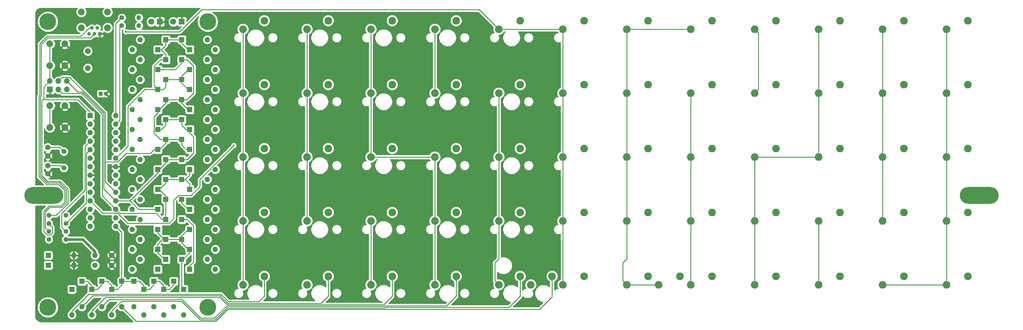
<source format=gbr>
G04 #@! TF.GenerationSoftware,KiCad,Pcbnew,(5.1.4-0-10_14)*
G04 #@! TF.CreationDate,2020-12-11T22:59:58+01:00*
G04 #@! TF.ProjectId,crosshatch,63726f73-7368-4617-9463-682e6b696361,rev?*
G04 #@! TF.SameCoordinates,Original*
G04 #@! TF.FileFunction,Copper,L1,Top*
G04 #@! TF.FilePolarity,Positive*
%FSLAX46Y46*%
G04 Gerber Fmt 4.6, Leading zero omitted, Abs format (unit mm)*
G04 Created by KiCad (PCBNEW (5.1.4-0-10_14)) date 2020-12-11 22:59:58*
%MOMM*%
%LPD*%
G04 APERTURE LIST*
%ADD10C,2.286000*%
%ADD11C,1.710000*%
%ADD12R,1.600000X1.600000*%
%ADD13O,1.600000X1.600000*%
%ADD14O,11.600000X5.000000*%
%ADD15C,5.000000*%
%ADD16R,1.200000X1.200000*%
%ADD17C,1.200000*%
%ADD18C,1.600000*%
%ADD19R,1.100000X1.100000*%
%ADD20C,1.100000*%
%ADD21O,2.000000X2.000000*%
%ADD22R,1.700000X1.700000*%
%ADD23O,1.700000X1.700000*%
%ADD24R,1.800000X1.800000*%
%ADD25C,1.800000*%
%ADD26O,1.400000X1.400000*%
%ADD27C,1.400000*%
%ADD28C,2.000000*%
%ADD29C,1.500000*%
%ADD30C,0.600000*%
%ADD31C,0.800000*%
%ADD32C,0.250000*%
%ADD33C,0.254000*%
G04 APERTURE END LIST*
D10*
X224790192Y-61753804D03*
X231140192Y-59213804D03*
D11*
X26193772Y-68302247D03*
X26193772Y-73382247D03*
D12*
X27384398Y-139303242D03*
D13*
X27384398Y-146923242D03*
D12*
X56554735Y-133350112D03*
D13*
X64174735Y-133350112D03*
D10*
X167640144Y-99853836D03*
X173990144Y-97313836D03*
X281940240Y-80803820D03*
X288290240Y-78263820D03*
D12*
X49410979Y-118467287D03*
D13*
X41790979Y-118467287D03*
D12*
X54173483Y-76795377D03*
D13*
X61793483Y-76795377D03*
X64174735Y-67865682D03*
D12*
X56554735Y-67865682D03*
D10*
X224790192Y-118903852D03*
X231140192Y-116363852D03*
X243840208Y-80803820D03*
X250190208Y-78263820D03*
X243840208Y-61753804D03*
X250190208Y-59213804D03*
X262890224Y-80803820D03*
X269240224Y-78263820D03*
X243840208Y-99853836D03*
X250190208Y-97313836D03*
X281940240Y-99853836D03*
X288290240Y-97313836D03*
X262890224Y-99853836D03*
X269240224Y-97313836D03*
X281940240Y-118903852D03*
X288290240Y-116363852D03*
X262890224Y-118903852D03*
X269240224Y-116363852D03*
X224790192Y-99853836D03*
X231140192Y-97313836D03*
X205740176Y-99853836D03*
X212090176Y-97313836D03*
X281940240Y-137953868D03*
X288290240Y-135413868D03*
X243840208Y-118903852D03*
X250190208Y-116363852D03*
X205740176Y-118903852D03*
X212090176Y-116363852D03*
X262890224Y-137953868D03*
X269240224Y-135413868D03*
X243840208Y-137953868D03*
X250190208Y-135413868D03*
X224790192Y-137953868D03*
X231140192Y-135413868D03*
X212090176Y-135413868D03*
X205740176Y-137953868D03*
X167640144Y-61753804D03*
X173990144Y-59213804D03*
X167640144Y-80803820D03*
X173990144Y-78263820D03*
X129540112Y-80803820D03*
X135890112Y-78263820D03*
X148590128Y-137953868D03*
X154940128Y-135413868D03*
X110490096Y-137953868D03*
X116840096Y-135413868D03*
X72390064Y-80803820D03*
X78740064Y-78263820D03*
D14*
X13096886Y-111323531D03*
X291703370Y-111323531D03*
D15*
X14287512Y-59531300D03*
X61912552Y-59531300D03*
X14287512Y-144661059D03*
X61912552Y-144661059D03*
D10*
X72390016Y-61753750D03*
X78740016Y-59213750D03*
X91440080Y-61753804D03*
X97790080Y-59213804D03*
X110490096Y-61753804D03*
X116840096Y-59213804D03*
X129540112Y-61753804D03*
X135890112Y-59213804D03*
X148590128Y-61753804D03*
X154940128Y-59213804D03*
X281940240Y-61753804D03*
X288290240Y-59213804D03*
X262890224Y-61753804D03*
X269240224Y-59213804D03*
X91440080Y-80803820D03*
X97790080Y-78263820D03*
X110490096Y-80803820D03*
X116840096Y-78263820D03*
X224790192Y-80803820D03*
X231140192Y-78263820D03*
X72390064Y-99853836D03*
X78740064Y-97313836D03*
X91440080Y-99853836D03*
X97790080Y-97313836D03*
X110490096Y-99853836D03*
X116840096Y-97313836D03*
X148590128Y-80803820D03*
X154940128Y-78263820D03*
X205740176Y-80803820D03*
X212090176Y-78263820D03*
X72390064Y-118903852D03*
X78740064Y-116363852D03*
X91440080Y-118903852D03*
X97790080Y-116363852D03*
X129540112Y-99853836D03*
X135890112Y-97313836D03*
X148590128Y-99853836D03*
X154940128Y-97313836D03*
X72390064Y-137953868D03*
X78740064Y-135413868D03*
X110490096Y-118903852D03*
X116840096Y-116363852D03*
X129540112Y-118903852D03*
X135890112Y-116363852D03*
X148590128Y-118903852D03*
X154940128Y-116363852D03*
X91440080Y-137953868D03*
X97790080Y-135413868D03*
X129540112Y-137953868D03*
X135890112Y-135413868D03*
D16*
X30051589Y-80962568D03*
D17*
X31551589Y-80962568D03*
D18*
X28337528Y-129182921D03*
X33337528Y-129182921D03*
X33337528Y-132159486D03*
X28337528Y-132159486D03*
X14287512Y-104893836D03*
X14287512Y-102393836D03*
X14287512Y-97036019D03*
X14287512Y-99536019D03*
D19*
X29765650Y-63103178D03*
D20*
X28965650Y-61353178D03*
X28165650Y-63103178D03*
X27365650Y-61353178D03*
X26565650Y-63103178D03*
D21*
X32065650Y-61353178D03*
X32065650Y-56653178D03*
X24265650Y-56653178D03*
X24265650Y-61353178D03*
D22*
X14882825Y-79771942D03*
D23*
X14882825Y-77231942D03*
X17422825Y-79771942D03*
X17422825Y-77231942D03*
X19962825Y-79771942D03*
X19962825Y-77231942D03*
D24*
X54173483Y-59531300D03*
D25*
X51633483Y-59531300D03*
D26*
X19645329Y-124420417D03*
D27*
X14565329Y-124420417D03*
X19645329Y-122039165D03*
D26*
X14565329Y-122039165D03*
D27*
X19645329Y-119657913D03*
D26*
X14565329Y-119657913D03*
X14565329Y-117276661D03*
D27*
X19645329Y-117276661D03*
X36314093Y-60721926D03*
D26*
X41394093Y-60721926D03*
D28*
X19382825Y-72628186D03*
X14882825Y-72628186D03*
X19382825Y-66128186D03*
X14882825Y-66128186D03*
X14882825Y-84582889D03*
X19382825Y-84582889D03*
X14882825Y-91082889D03*
X19382825Y-91082889D03*
D29*
X19050016Y-98226645D03*
X19050016Y-103106645D03*
D12*
X26908154Y-87511011D03*
D13*
X34528154Y-120531011D03*
X26908154Y-90051011D03*
X34528154Y-117991011D03*
X26908154Y-92591011D03*
X34528154Y-115451011D03*
X26908154Y-95131011D03*
X34528154Y-112911011D03*
X26908154Y-97671011D03*
X34528154Y-110371011D03*
X26908154Y-100211011D03*
X34528154Y-107831011D03*
X26908154Y-102751011D03*
X34528154Y-105291011D03*
X26908154Y-105291011D03*
X34528154Y-102751011D03*
X26908154Y-107831011D03*
X34528154Y-100211011D03*
X26908154Y-110371011D03*
X34528154Y-97671011D03*
X26908154Y-112911011D03*
X34528154Y-95131011D03*
X26908154Y-115451011D03*
X34528154Y-92591011D03*
X26908154Y-117991011D03*
X34528154Y-90051011D03*
X26908154Y-120531011D03*
X34528154Y-87511011D03*
D12*
X14406581Y-129182921D03*
D13*
X22026581Y-129182921D03*
X22026581Y-132159486D03*
D12*
X14406581Y-132159486D03*
X54173483Y-64889117D03*
D13*
X61793483Y-64889117D03*
D12*
X49410979Y-64889117D03*
D13*
X41790979Y-64889117D03*
X39409727Y-67865682D03*
D12*
X47029727Y-67865682D03*
X49410979Y-70842247D03*
D13*
X41790979Y-70842247D03*
D12*
X56554735Y-79771942D03*
D13*
X64174735Y-79771942D03*
X39409727Y-79771942D03*
D12*
X47029727Y-79771942D03*
X49410979Y-76795377D03*
D13*
X41790979Y-76795377D03*
D12*
X47029727Y-97631332D03*
D13*
X39409727Y-97631332D03*
D12*
X56554735Y-97631332D03*
D13*
X64174735Y-97631332D03*
X61793483Y-94654767D03*
D12*
X54173483Y-94654767D03*
D13*
X41790979Y-94654767D03*
D12*
X49410979Y-94654767D03*
X54173483Y-70842247D03*
D13*
X61793483Y-70842247D03*
X41790979Y-82748507D03*
D12*
X49410979Y-82748507D03*
X54173483Y-82748507D03*
D13*
X61793483Y-82748507D03*
D12*
X47029727Y-85725072D03*
D13*
X39409727Y-85725072D03*
D12*
X56554735Y-85725072D03*
D13*
X64174735Y-85725072D03*
X41790979Y-100607897D03*
D12*
X49410979Y-100607897D03*
D13*
X61793483Y-100607897D03*
D12*
X54173483Y-100607897D03*
D13*
X39409727Y-103584462D03*
D12*
X47029727Y-103584462D03*
X56554735Y-91678202D03*
D13*
X64174735Y-91678202D03*
D12*
X47029727Y-91678202D03*
D13*
X39409727Y-91678202D03*
D12*
X56554735Y-115490722D03*
D13*
X64174735Y-115490722D03*
D12*
X47029727Y-115490722D03*
D13*
X39409727Y-115490722D03*
D12*
X54173483Y-112514157D03*
D13*
X61793483Y-112514157D03*
D12*
X49410979Y-88701637D03*
D13*
X41790979Y-88701637D03*
X39409727Y-133350112D03*
D12*
X47029727Y-133350112D03*
D13*
X64174735Y-103584462D03*
D12*
X56554735Y-103584462D03*
X49410979Y-106561027D03*
D13*
X41790979Y-106561027D03*
D12*
X54173483Y-106561027D03*
D13*
X61793483Y-106561027D03*
D12*
X54173483Y-118467287D03*
D13*
X61793483Y-118467287D03*
D12*
X49410979Y-112514157D03*
D13*
X41790979Y-112514157D03*
D12*
X56554735Y-109537592D03*
D13*
X64174735Y-109537592D03*
X21431268Y-146923242D03*
D12*
X21431268Y-139303242D03*
D13*
X61793483Y-130373547D03*
D12*
X54173483Y-130373547D03*
D13*
X41790979Y-130373547D03*
D12*
X49410979Y-130373547D03*
D13*
X64174735Y-127396982D03*
D12*
X56554735Y-127396982D03*
D13*
X54768796Y-146923242D03*
D12*
X54768796Y-139303242D03*
D13*
X39409727Y-121443852D03*
D12*
X47029727Y-121443852D03*
D13*
X64174735Y-121443852D03*
D12*
X56554735Y-121443852D03*
D13*
X41790979Y-124420417D03*
D12*
X49410979Y-124420417D03*
X24407833Y-136921990D03*
D13*
X24407833Y-144541990D03*
D12*
X30360963Y-136921990D03*
D13*
X30360963Y-144541990D03*
D12*
X33337528Y-139303242D03*
D13*
X33337528Y-146923242D03*
D12*
X51792231Y-136921990D03*
D13*
X51792231Y-144541990D03*
D12*
X48815666Y-139303242D03*
D13*
X48815666Y-146923242D03*
D12*
X45839101Y-136921990D03*
D13*
X45839101Y-144541990D03*
D12*
X42862536Y-139303242D03*
D13*
X42862536Y-146923242D03*
D24*
X47625040Y-59531300D03*
D25*
X45085040Y-59531300D03*
D27*
X36314093Y-58340674D03*
D26*
X41394093Y-58340674D03*
D13*
X39409727Y-127396982D03*
D12*
X47029727Y-127396982D03*
X36314093Y-136921990D03*
D13*
X36314093Y-144541990D03*
X64174735Y-73818812D03*
D12*
X56554735Y-73818812D03*
X47029727Y-73818812D03*
D13*
X39409727Y-73818812D03*
X61793483Y-88701637D03*
D12*
X54173483Y-88701637D03*
X47029727Y-109537592D03*
D13*
X39409727Y-109537592D03*
X61793483Y-124420417D03*
D12*
X54173483Y-124420417D03*
X39885971Y-136921990D03*
D13*
X39885971Y-144541990D03*
D10*
X167640144Y-118903852D03*
X173990144Y-116363852D03*
X173990144Y-135413868D03*
X167640144Y-137953868D03*
X205740176Y-61753804D03*
X212090176Y-59213804D03*
X193040160Y-59213804D03*
X186690160Y-61753804D03*
X186690160Y-80803820D03*
X193040160Y-78263820D03*
X186690160Y-99853836D03*
X193040160Y-97313836D03*
X193040160Y-116363852D03*
X186690160Y-118903852D03*
X193040160Y-135413868D03*
X186690160Y-137953868D03*
X164465136Y-135413868D03*
X158115136Y-137953868D03*
X196215168Y-137953868D03*
X202565168Y-135413868D03*
D30*
X23217207Y-119062600D03*
X29765650Y-101798523D03*
X29170337Y-106561027D03*
X29170337Y-109537592D03*
X32742215Y-104179775D03*
X28575024Y-94059454D03*
X28575024Y-97036019D03*
X28575024Y-91082889D03*
X32742215Y-95845393D03*
X22621894Y-98226645D03*
X23812520Y-102393836D03*
X23812520Y-105965714D03*
X23217207Y-122039165D03*
X32146902Y-119062600D03*
X32146902Y-114895409D03*
X38100032Y-101798523D03*
X37504719Y-110728218D03*
X37504719Y-106561027D03*
X31551589Y-84534446D03*
X32742215Y-98821958D03*
X33654928Y-74428376D03*
X36909406Y-74414125D03*
X36314093Y-94059454D03*
X37504719Y-124420417D03*
X36909406Y-114895409D03*
X38695345Y-117871974D03*
X32146902Y-123229791D03*
X23217207Y-114300096D03*
X30956276Y-77390690D03*
X28575024Y-74414125D03*
X23812520Y-87511011D03*
X22621894Y-84534446D03*
X23812520Y-94654767D03*
X29170337Y-67865682D03*
X22621894Y-67865682D03*
X36909406Y-67865682D03*
X30956276Y-72628186D03*
X26789085Y-84534446D03*
X69651613Y-96440706D03*
X37504719Y-62507865D03*
D31*
X24706394Y-124420417D02*
X19645329Y-124420417D01*
X28337528Y-128051551D02*
X24706394Y-124420417D01*
X28337528Y-129182921D02*
X28337528Y-128051551D01*
D32*
X47029727Y-79771942D02*
X48079727Y-79771942D01*
X49410979Y-69196934D02*
X49410979Y-70842247D01*
X48079727Y-67865682D02*
X49410979Y-69196934D01*
X56100048Y-67865682D02*
X56554735Y-67865682D01*
X54173483Y-65939117D02*
X56100048Y-67865682D01*
X54173483Y-64889117D02*
X54173483Y-65939117D01*
X56100048Y-79771942D02*
X56554735Y-79771942D01*
X54173483Y-77845377D02*
X56100048Y-79771942D01*
X54173483Y-76795377D02*
X54173483Y-77845377D01*
X54173483Y-75745377D02*
X56100048Y-73818812D01*
X56100048Y-73818812D02*
X56554735Y-73818812D01*
X54173483Y-76795377D02*
X54173483Y-75745377D01*
X49410979Y-65939117D02*
X49410979Y-64889117D01*
X49410979Y-66534430D02*
X49410979Y-65939117D01*
X48079727Y-67865682D02*
X49410979Y-66534430D01*
X47029727Y-67865682D02*
X48079727Y-67865682D01*
X49410979Y-64889117D02*
X54173483Y-64889117D01*
X43102542Y-79771942D02*
X47625040Y-79771942D01*
X38100032Y-84774452D02*
X43102542Y-79771942D01*
X38100032Y-96639133D02*
X38100032Y-84774452D01*
X34528154Y-100211011D02*
X38100032Y-96639133D01*
X49410979Y-79036003D02*
X49410979Y-76795377D01*
X48675040Y-79771942D02*
X49410979Y-79036003D01*
X49410979Y-76795377D02*
X54173483Y-76795377D01*
X47625040Y-79771942D02*
X48675040Y-79771942D01*
X47029727Y-79771942D02*
X47625040Y-79771942D01*
X45904726Y-78646941D02*
X47029727Y-79771942D01*
X45904726Y-72758811D02*
X45904726Y-78646941D01*
X47821290Y-70842247D02*
X45904726Y-72758811D01*
X49410979Y-70842247D02*
X47821290Y-70842247D01*
X24723910Y-80046921D02*
X20733930Y-76056941D01*
X20733930Y-76056941D02*
X18597826Y-76056941D01*
X24765008Y-80046921D02*
X24723910Y-80046921D01*
X34528154Y-110371011D02*
X31406287Y-107249144D01*
X31406287Y-86688200D02*
X24765008Y-80046921D01*
X18597826Y-76056941D02*
X17422825Y-77231942D01*
X31406287Y-107249144D02*
X31406287Y-101653221D01*
X31406287Y-101653221D02*
X31406287Y-86688200D01*
X47484414Y-97631332D02*
X47029727Y-97631332D01*
X49410979Y-95704767D02*
X47484414Y-97631332D01*
X49410979Y-94654767D02*
X49410979Y-95704767D01*
X54173483Y-96300080D02*
X54173483Y-94654767D01*
X55504735Y-97631332D02*
X54173483Y-96300080D01*
X56554735Y-97631332D02*
X55504735Y-97631332D01*
X54173483Y-94654767D02*
X49410979Y-94654767D01*
X31406287Y-101653221D02*
X31406287Y-101348512D01*
X37647834Y-98756333D02*
X44854726Y-98756333D01*
X45979727Y-97631332D02*
X47029727Y-97631332D01*
X31406287Y-101348512D02*
X31418787Y-101336012D01*
X44854726Y-98756333D02*
X45979727Y-97631332D01*
X35068155Y-101336012D02*
X37647834Y-98756333D01*
X31418787Y-101336012D02*
X35068155Y-101336012D01*
X54173483Y-83798507D02*
X56100048Y-85725072D01*
X56100048Y-85725072D02*
X56554735Y-85725072D01*
X54173483Y-82748507D02*
X54173483Y-83798507D01*
X47484414Y-85725072D02*
X47029727Y-85725072D01*
X49410979Y-83798507D02*
X47484414Y-85725072D01*
X49410979Y-82748507D02*
X49410979Y-83798507D01*
X52246918Y-73818812D02*
X47029727Y-73818812D01*
X54173483Y-71892247D02*
X52246918Y-73818812D01*
X54173483Y-70842247D02*
X54173483Y-71892247D01*
X49410979Y-82748507D02*
X54173483Y-82748507D01*
X55763172Y-82748507D02*
X54173483Y-82748507D01*
X57679736Y-80831943D02*
X55763172Y-82748507D01*
X57679736Y-72758811D02*
X57679736Y-80831943D01*
X55763172Y-70842247D02*
X57679736Y-72758811D01*
X54173483Y-70842247D02*
X55763172Y-70842247D01*
X47821290Y-94654767D02*
X49410979Y-94654767D01*
X45904726Y-92738203D02*
X47821290Y-94654767D01*
X45904726Y-87900073D02*
X45904726Y-92738203D01*
X47029727Y-86775072D02*
X45904726Y-87900073D01*
X47029727Y-85725072D02*
X47029727Y-86775072D01*
X30956276Y-86874600D02*
X24578608Y-80496932D01*
X34528154Y-112911011D02*
X30956276Y-109339133D01*
X30956276Y-109339133D02*
X30956276Y-86874600D01*
X23227815Y-80496932D02*
X19962825Y-77231942D01*
X24578608Y-80496932D02*
X23227815Y-80496932D01*
X54173483Y-88701637D02*
X49410979Y-88701637D01*
X49410979Y-90346950D02*
X49410979Y-88701637D01*
X48079727Y-91678202D02*
X49410979Y-90346950D01*
X47029727Y-91678202D02*
X48079727Y-91678202D01*
X54173483Y-90346950D02*
X54173483Y-88701637D01*
X55504735Y-91678202D02*
X54173483Y-90346950D01*
X56554735Y-91678202D02*
X55504735Y-91678202D01*
X18597826Y-80946943D02*
X17422825Y-79771942D01*
X24392208Y-80946943D02*
X18597826Y-80946943D01*
X30506265Y-87061000D02*
X24392208Y-80946943D01*
X30506265Y-111429122D02*
X30506265Y-87061000D01*
X34528154Y-115451011D02*
X30506265Y-111429122D01*
X45979727Y-115490722D02*
X47029727Y-115490722D01*
X55763172Y-100607897D02*
X54173483Y-100607897D01*
X57679736Y-98691333D02*
X55763172Y-100607897D01*
X57679736Y-93853203D02*
X57679736Y-98691333D01*
X56554735Y-92728202D02*
X57679736Y-93853203D01*
X56554735Y-91678202D02*
X56554735Y-92728202D01*
X54173483Y-100607897D02*
X49410979Y-100607897D01*
X47484414Y-103584462D02*
X47029727Y-103584462D01*
X49410979Y-101657897D02*
X47484414Y-103584462D01*
X49410979Y-100607897D02*
X49410979Y-101657897D01*
X47029727Y-104634462D02*
X47029727Y-103584462D01*
X38753178Y-112911011D02*
X47029727Y-104634462D01*
X34528154Y-112911011D02*
X38753178Y-112911011D01*
X54173483Y-113564157D02*
X56100048Y-115490722D01*
X56100048Y-115490722D02*
X56554735Y-115490722D01*
X54173483Y-112514157D02*
X54173483Y-113564157D01*
X41332889Y-115490722D02*
X38753178Y-112911011D01*
X47029727Y-115490722D02*
X41332889Y-115490722D01*
X49410979Y-111464157D02*
X47484414Y-109537592D01*
X49410979Y-112514157D02*
X49410979Y-111464157D01*
X47484414Y-109537592D02*
X47029727Y-109537592D01*
X49410979Y-107611027D02*
X47484414Y-109537592D01*
X49410979Y-106561027D02*
X49410979Y-107611027D01*
X49410979Y-106561027D02*
X54173483Y-106561027D01*
X49410979Y-112514157D02*
X49410979Y-118467287D01*
X56554735Y-105229775D02*
X56554735Y-103584462D01*
X55223483Y-106561027D02*
X56554735Y-105229775D01*
X56554735Y-107892279D02*
X56554735Y-109537592D01*
X55223483Y-106561027D02*
X56554735Y-107892279D01*
X54173483Y-106561027D02*
X55223483Y-106561027D01*
X48360979Y-118467287D02*
X49410979Y-118467287D01*
X35758491Y-116681348D02*
X46575040Y-116681348D01*
X46575040Y-116681348D02*
X48360979Y-118467287D01*
X34528154Y-115451011D02*
X35758491Y-116681348D01*
X55763172Y-118467287D02*
X54173483Y-118467287D01*
X57679736Y-131175111D02*
X57679736Y-120383851D01*
X57679736Y-120383851D02*
X55763172Y-118467287D01*
X56554735Y-132300112D02*
X57679736Y-131175111D01*
X56554735Y-133350112D02*
X56554735Y-132300112D01*
X47029727Y-126801669D02*
X47029727Y-127396982D01*
X47029727Y-122493852D02*
X48956292Y-124420417D01*
X48956292Y-124420417D02*
X49410979Y-124420417D01*
X47029727Y-121443852D02*
X47029727Y-122493852D01*
X47029727Y-125751669D02*
X47029727Y-127396982D01*
X48360979Y-124420417D02*
X47029727Y-125751669D01*
X49410979Y-124420417D02*
X48360979Y-124420417D01*
X47029727Y-128446982D02*
X48956292Y-130373547D01*
X48956292Y-130373547D02*
X49410979Y-130373547D01*
X49410979Y-124420417D02*
X54173483Y-124420417D01*
X54173483Y-123370417D02*
X56100048Y-121443852D01*
X56100048Y-121443852D02*
X56554735Y-121443852D01*
X54173483Y-124420417D02*
X54173483Y-123370417D01*
X56100048Y-127396982D02*
X56554735Y-127396982D01*
X54173483Y-125470417D02*
X56100048Y-127396982D01*
X54173483Y-124420417D02*
X54173483Y-125470417D01*
X56554735Y-128446982D02*
X54628170Y-130373547D01*
X54628170Y-130373547D02*
X54173483Y-130373547D01*
X56554735Y-127396982D02*
X56554735Y-128446982D01*
X54173483Y-138707929D02*
X54768796Y-139303242D01*
X54173483Y-130373547D02*
X54173483Y-138707929D01*
X47029727Y-128446982D02*
X47029727Y-127396982D01*
X50460979Y-139303242D02*
X48815666Y-139303242D01*
X51792231Y-137971990D02*
X50460979Y-139303242D01*
X51792231Y-136921990D02*
X51792231Y-137971990D01*
X47484414Y-136921990D02*
X45839101Y-136921990D01*
X48815666Y-138253242D02*
X47484414Y-136921990D01*
X48815666Y-139303242D02*
X48815666Y-138253242D01*
X44507849Y-139303242D02*
X42862536Y-139303242D01*
X45839101Y-137971990D02*
X44507849Y-139303242D01*
X45839101Y-136921990D02*
X45839101Y-137971990D01*
X41531284Y-136921990D02*
X39885971Y-136921990D01*
X42862536Y-138253242D02*
X41531284Y-136921990D01*
X42862536Y-139303242D02*
X42862536Y-138253242D01*
X39885971Y-136921990D02*
X36314093Y-136921990D01*
X34982841Y-139303242D02*
X33337528Y-139303242D01*
X36314093Y-137971990D02*
X34982841Y-139303242D01*
X36314093Y-136921990D02*
X36314093Y-137971990D01*
X32006276Y-136921990D02*
X30360963Y-136921990D01*
X33337528Y-138253242D02*
X32006276Y-136921990D01*
X33337528Y-139303242D02*
X33337528Y-138253242D01*
X29029711Y-139303242D02*
X27384398Y-139303242D01*
X30360963Y-137971990D02*
X29029711Y-139303242D01*
X30360963Y-136921990D02*
X30360963Y-137971990D01*
X26053146Y-136921990D02*
X24407833Y-136921990D01*
X27384398Y-138253242D02*
X26053146Y-136921990D01*
X27384398Y-139303242D02*
X27384398Y-138253242D01*
X36314093Y-122316950D02*
X34528154Y-120531011D01*
X36314093Y-136921990D02*
X36314093Y-122316950D01*
X14882825Y-77231942D02*
X14882825Y-72628186D01*
X14882825Y-66128186D02*
X14882825Y-72628186D01*
X13096886Y-79017881D02*
X14882825Y-77231942D01*
X13096886Y-82450851D02*
X13096886Y-79017881D01*
X20240642Y-109379691D02*
X20240642Y-113745882D01*
X20240642Y-113745882D02*
X16709861Y-117276661D01*
X18017291Y-107156340D02*
X20240642Y-109379691D01*
X14287512Y-107156340D02*
X18017291Y-107156340D01*
X13096886Y-82450851D02*
X12501573Y-83046164D01*
X12501573Y-105370401D02*
X14287512Y-107156340D01*
X16709861Y-117276661D02*
X14565329Y-117276661D01*
X12501573Y-83046164D02*
X12501573Y-105370401D01*
X13394542Y-82748507D02*
X13096886Y-82450851D01*
X23195650Y-82748507D02*
X13394542Y-82748507D01*
X26908154Y-86461011D02*
X23195650Y-82748507D01*
X26908154Y-87511011D02*
X26908154Y-86461011D01*
X25333143Y-96706022D02*
X26908154Y-95131011D01*
X25333143Y-109802908D02*
X25333143Y-96706022D01*
X18454703Y-116681348D02*
X25333143Y-109802908D01*
X18454703Y-120848539D02*
X18454703Y-116681348D01*
X19645329Y-122039165D02*
X18454703Y-120848539D01*
X25783153Y-98796012D02*
X26908154Y-97671011D01*
X25783153Y-113520089D02*
X25783153Y-98796012D01*
X19645329Y-119657913D02*
X25783153Y-113520089D01*
X14882825Y-84582889D02*
X14882825Y-91082889D01*
X129540112Y-61753804D02*
X129540112Y-80803820D01*
X148590128Y-80803820D02*
X148590128Y-99853836D01*
X148590128Y-99853836D02*
X148590128Y-118903852D01*
X147447129Y-136810869D02*
X148590128Y-137953868D01*
X147447129Y-131346901D02*
X147447129Y-136810869D01*
X148590128Y-130203902D02*
X147447129Y-131346901D01*
X148590128Y-118903852D02*
X148590128Y-130203902D01*
X59531300Y-106561019D02*
X69651613Y-96440706D01*
X51792231Y-112710408D02*
X53179108Y-111323531D01*
X51792231Y-118271037D02*
X51792231Y-112710408D01*
X59531300Y-108746029D02*
X59531300Y-106561019D01*
X56953798Y-111323531D02*
X59531300Y-108746029D01*
X35016745Y-116576012D02*
X38033021Y-119592288D01*
X26908154Y-112911011D02*
X30573155Y-116576012D01*
X50470980Y-119592288D02*
X51792231Y-118271037D01*
X53179108Y-111323531D02*
X56953798Y-111323531D01*
X30573155Y-116576012D02*
X35016745Y-116576012D01*
X38033021Y-119592288D02*
X50470980Y-119592288D01*
X72390016Y-80803772D02*
X72390064Y-80803820D01*
X72390016Y-61753750D02*
X72390016Y-80803772D01*
X72390064Y-80803820D02*
X72390064Y-99853836D01*
X72390064Y-99853836D02*
X72390064Y-118903852D01*
X72390064Y-118903852D02*
X72390064Y-137953868D01*
X91440080Y-61753804D02*
X91440080Y-80803820D01*
X91440080Y-80803820D02*
X91440080Y-99853836D01*
X91440080Y-99853836D02*
X91440080Y-118903852D01*
X110490096Y-118903852D02*
X110490096Y-137953868D01*
X110490096Y-61753804D02*
X110490096Y-80803820D01*
X110490096Y-80803820D02*
X110490096Y-99853836D01*
X129540112Y-99853836D02*
X129540112Y-118903852D01*
X129540112Y-118903852D02*
X129540112Y-137953868D01*
X110490096Y-99853836D02*
X129540112Y-99853836D01*
X167640144Y-137953868D02*
X167640144Y-118903852D01*
X167640144Y-118903852D02*
X167640144Y-99853836D01*
X167640144Y-99853836D02*
X167640144Y-80803820D01*
X167640144Y-80803820D02*
X167640144Y-61753804D01*
X148590128Y-61753804D02*
X167640144Y-61753804D01*
X142795746Y-55959422D02*
X148590128Y-61753804D01*
X60130363Y-55959422D02*
X142795746Y-55959422D01*
X53581920Y-62507865D02*
X60130363Y-55959422D01*
X37504719Y-62507865D02*
X53581920Y-62507865D01*
X281940240Y-61753804D02*
X281940240Y-80803820D01*
X281940240Y-80803820D02*
X281940240Y-99853836D01*
X281940240Y-99853836D02*
X281940240Y-118903852D01*
X281940240Y-118903852D02*
X281940240Y-137279181D01*
X281940240Y-137953868D02*
X262890224Y-137953868D01*
X243840208Y-137953868D02*
X243840208Y-118903852D01*
X262890224Y-118903852D02*
X262890224Y-99853836D01*
X262890224Y-99853836D02*
X262890224Y-80803820D01*
X262890224Y-80803820D02*
X262890224Y-61753804D01*
X243840208Y-61753804D02*
X243840208Y-80803820D01*
X243840208Y-80803820D02*
X243840208Y-99853836D01*
X224790192Y-99853836D02*
X224790192Y-118903852D01*
X224790192Y-118903852D02*
X224790192Y-137953868D01*
X243840208Y-99853836D02*
X224790192Y-99853836D01*
X205740176Y-137953868D02*
X205740176Y-118903852D01*
X205740176Y-118903852D02*
X205740176Y-99853836D01*
X205740176Y-99853836D02*
X205740176Y-80803820D01*
X225933191Y-62896803D02*
X224790192Y-61753804D01*
X225933191Y-79660821D02*
X225933191Y-62896803D01*
X224790192Y-80803820D02*
X225933191Y-79660821D01*
X18337207Y-102393836D02*
X19050016Y-103106645D01*
X14287512Y-102393836D02*
X18337207Y-102393836D01*
X17859390Y-97036019D02*
X19050016Y-98226645D01*
X14287512Y-97036019D02*
X17859390Y-97036019D01*
X26438668Y-140784472D02*
X65857230Y-140784472D01*
X68079075Y-143006317D02*
X77119589Y-143006317D01*
X21431268Y-146923242D02*
X21431268Y-145791872D01*
X65857230Y-140784472D02*
X68079075Y-143006317D01*
X21431268Y-145791872D02*
X26438668Y-140784472D01*
X78740064Y-141385842D02*
X78740064Y-135413868D01*
X77119589Y-143006317D02*
X78740064Y-141385842D01*
X27715340Y-141234483D02*
X65670830Y-141234483D01*
X24407833Y-144541990D02*
X27715340Y-141234483D01*
X65670830Y-141234483D02*
X67892675Y-143456328D01*
X95719594Y-143456328D02*
X97790080Y-141385842D01*
X67892675Y-143456328D02*
X95719594Y-143456328D01*
X97790080Y-141385842D02*
X97790080Y-135413868D01*
X67706275Y-143906339D02*
X114319598Y-143906339D01*
X65484430Y-141684494D02*
X67706275Y-143906339D01*
X31491776Y-141684494D02*
X65484430Y-141684494D01*
X27384398Y-146923242D02*
X27384398Y-145791872D01*
X114319598Y-143906339D02*
X116840096Y-141385841D01*
X116840096Y-141385841D02*
X116840096Y-135413868D01*
X27384398Y-145791872D02*
X31491776Y-141684494D01*
X154940128Y-141385842D02*
X154940128Y-135413868D01*
X54132385Y-142875120D02*
X59635504Y-148378239D01*
X33337528Y-146923242D02*
X33337528Y-145791872D01*
X33337528Y-145791872D02*
X36254280Y-142875120D01*
X36254280Y-142875120D02*
X54132385Y-142875120D01*
X59635504Y-148378239D02*
X64107405Y-148378239D01*
X64107405Y-148378239D02*
X67679283Y-144806361D01*
X114837700Y-144661060D02*
X151664911Y-144661059D01*
X114692399Y-144806361D02*
X114837700Y-144661060D01*
X151664911Y-144661059D02*
X154940128Y-141385842D01*
X67679283Y-144806361D02*
X114692399Y-144806361D01*
X19790631Y-113559482D02*
X18454704Y-114895409D01*
X26975024Y-64293804D02*
X14328609Y-64293804D01*
X18454704Y-114895409D02*
X14882825Y-114895409D01*
X12356271Y-66266142D02*
X12356271Y-81662086D01*
X13540328Y-121014164D02*
X14565329Y-122039165D01*
X14882825Y-114895409D02*
X13540328Y-116237906D01*
X14328609Y-64293804D02*
X12356271Y-66266142D01*
X28165650Y-63103178D02*
X26975024Y-64293804D01*
X12051562Y-81966794D02*
X12051562Y-105556801D01*
X17830891Y-107606351D02*
X19790631Y-109566091D01*
X12356271Y-81662086D02*
X12051562Y-81966794D01*
X12051562Y-105556801D02*
X14101112Y-107606351D01*
X14101112Y-107606351D02*
X17830891Y-107606351D01*
X19790631Y-109566091D02*
X19790631Y-113559482D01*
X13540328Y-116237906D02*
X13540328Y-121014164D01*
X14142209Y-63843793D02*
X11906260Y-66079742D01*
X26587833Y-61353178D02*
X24097218Y-63843793D01*
X17644491Y-108056362D02*
X19340620Y-109752491D01*
X11906260Y-81475686D02*
X11865162Y-81516783D01*
X27365650Y-61353178D02*
X26587833Y-61353178D01*
X14073328Y-123064166D02*
X15057330Y-123064166D01*
X13090318Y-122081156D02*
X14073328Y-123064166D01*
X15590330Y-120682914D02*
X14565329Y-119657913D01*
X19340620Y-109752491D02*
X19340620Y-113373082D01*
X24097218Y-63843793D02*
X14142209Y-63843793D01*
X13914712Y-108056362D02*
X17644491Y-108056362D01*
X11601551Y-105743201D02*
X13914712Y-108056362D01*
X11865162Y-81516783D02*
X11601551Y-81780394D01*
X11906260Y-66079742D02*
X11906260Y-81475686D01*
X18268304Y-114445398D02*
X14696425Y-114445398D01*
X15590330Y-122531166D02*
X15590330Y-120682914D01*
X11601551Y-81780394D02*
X11601551Y-105743201D01*
X19340620Y-113373082D02*
X18268304Y-114445398D01*
X13090317Y-116051506D02*
X13090318Y-122081156D01*
X15057330Y-123064166D02*
X15590330Y-122531166D01*
X14696425Y-114445398D02*
X13090317Y-116051506D01*
X34528154Y-60126613D02*
X36314093Y-58340674D01*
X34528154Y-87511011D02*
X34528154Y-60126613D01*
X35718780Y-61317239D02*
X36314093Y-60721926D01*
X35718780Y-88860385D02*
X35718780Y-61317239D01*
X34528154Y-90051011D02*
X35718780Y-88860385D01*
X114505998Y-144356350D02*
X114651299Y-144211049D01*
X133064905Y-144211049D02*
X135890112Y-141385842D01*
X135890112Y-141385842D02*
X135890112Y-135413868D01*
X67492883Y-144356350D02*
X114505998Y-144356350D01*
X32477844Y-142425109D02*
X54318785Y-142425109D01*
X63921005Y-147928228D02*
X67492883Y-144356350D01*
X59821904Y-147928228D02*
X63921005Y-147928228D01*
X30360963Y-144541990D02*
X32477844Y-142425109D01*
X54318785Y-142425109D02*
X59821904Y-147928228D01*
X114651299Y-144211049D02*
X133064905Y-144211049D01*
X186690160Y-61753804D02*
X186690160Y-80803820D01*
X186690160Y-80803820D02*
X186690160Y-99853836D01*
X186690160Y-99853836D02*
X186690160Y-118903852D01*
X185547161Y-136810869D02*
X186690160Y-137953868D01*
X185547161Y-131346901D02*
X185547161Y-136810869D01*
X186690160Y-130203902D02*
X185547161Y-131346901D01*
X186690160Y-118903852D02*
X186690160Y-130203902D01*
X186690160Y-61753804D02*
X205740176Y-61753804D01*
X186690160Y-137953868D02*
X196215168Y-137953868D01*
X164465136Y-141525746D02*
X164465136Y-135413868D01*
X160734510Y-145256372D02*
X164465136Y-141525746D01*
X64293805Y-148828250D02*
X67865683Y-145256372D01*
X40600353Y-148828250D02*
X64293805Y-148828250D01*
X67865683Y-145256372D02*
X160734510Y-145256372D01*
X36314093Y-144541990D02*
X40600353Y-148828250D01*
D33*
G36*
X12579314Y-115487708D02*
G01*
X12550316Y-115511506D01*
X12526518Y-115540504D01*
X12455343Y-115627230D01*
X12446159Y-115644412D01*
X12384771Y-115759260D01*
X12341314Y-115902521D01*
X12330317Y-116014174D01*
X12330317Y-116014184D01*
X12326641Y-116051506D01*
X12330317Y-116088829D01*
X12330319Y-122043824D01*
X12326642Y-122081156D01*
X12341316Y-122230141D01*
X12384772Y-122373402D01*
X12455344Y-122505432D01*
X12515856Y-122579165D01*
X12550318Y-122621157D01*
X12579316Y-122644955D01*
X13509529Y-123575169D01*
X13517789Y-123585234D01*
X13382268Y-123788058D01*
X13281633Y-124031012D01*
X13230329Y-124288931D01*
X13230329Y-124551903D01*
X13281633Y-124809822D01*
X13382268Y-125052776D01*
X13528367Y-125271430D01*
X13714316Y-125457379D01*
X13932970Y-125603478D01*
X14175924Y-125704113D01*
X14433843Y-125755417D01*
X14696815Y-125755417D01*
X14954734Y-125704113D01*
X15197688Y-125603478D01*
X15416342Y-125457379D01*
X15602291Y-125271430D01*
X15748390Y-125052776D01*
X15849025Y-124809822D01*
X15900329Y-124551903D01*
X15900329Y-124288931D01*
X15849025Y-124031012D01*
X15748390Y-123788058D01*
X15612869Y-123585234D01*
X15621133Y-123575164D01*
X16101333Y-123094964D01*
X16130331Y-123071167D01*
X16225304Y-122955442D01*
X16295876Y-122823413D01*
X16339333Y-122680152D01*
X16350330Y-122568499D01*
X16350330Y-122568489D01*
X16354006Y-122531166D01*
X16350330Y-122493843D01*
X16350330Y-120720236D01*
X16354006Y-120682913D01*
X16350330Y-120645590D01*
X16350330Y-120645581D01*
X16339333Y-120533928D01*
X16295876Y-120390667D01*
X16225304Y-120258638D01*
X16130331Y-120142913D01*
X16101333Y-120119115D01*
X15882879Y-119900661D01*
X15906788Y-119657913D01*
X15881012Y-119396207D01*
X15804676Y-119144559D01*
X15680711Y-118912638D01*
X15513884Y-118709358D01*
X15310604Y-118542531D01*
X15169833Y-118467287D01*
X15310604Y-118392043D01*
X15513884Y-118225216D01*
X15668627Y-118036661D01*
X16672538Y-118036661D01*
X16709861Y-118040337D01*
X16747183Y-118036661D01*
X16747194Y-118036661D01*
X16858847Y-118025664D01*
X17002108Y-117982207D01*
X17134137Y-117911635D01*
X17249862Y-117816662D01*
X17273665Y-117787659D01*
X17694704Y-117366620D01*
X17694703Y-120811216D01*
X17691027Y-120848539D01*
X17694703Y-120885861D01*
X17694703Y-120885871D01*
X17705700Y-120997524D01*
X17731574Y-121082819D01*
X17749157Y-121140785D01*
X17819729Y-121272815D01*
X17837025Y-121293890D01*
X17914702Y-121388540D01*
X17943705Y-121412342D01*
X18331684Y-121800322D01*
X18310329Y-121907679D01*
X18310329Y-122170651D01*
X18361633Y-122428570D01*
X18462268Y-122671524D01*
X18608367Y-122890178D01*
X18794316Y-123076127D01*
X19012970Y-123222226D01*
X19036637Y-123232029D01*
X18900054Y-123305035D01*
X18696774Y-123471862D01*
X18529947Y-123675142D01*
X18405982Y-123907063D01*
X18329646Y-124158711D01*
X18303870Y-124420417D01*
X18329646Y-124682123D01*
X18405982Y-124933771D01*
X18529947Y-125165692D01*
X18696774Y-125368972D01*
X18900054Y-125535799D01*
X19131975Y-125659764D01*
X19383623Y-125736100D01*
X19579750Y-125755417D01*
X19710908Y-125755417D01*
X19907035Y-125736100D01*
X20158683Y-125659764D01*
X20390604Y-125535799D01*
X20488550Y-125455417D01*
X24277684Y-125455417D01*
X27169834Y-128347568D01*
X27065848Y-128503194D01*
X26957675Y-128764347D01*
X26902528Y-129041586D01*
X26902528Y-129324256D01*
X26957675Y-129601495D01*
X27065848Y-129862648D01*
X27222891Y-130097680D01*
X27422769Y-130297558D01*
X27657801Y-130454601D01*
X27918954Y-130562774D01*
X28196193Y-130617921D01*
X28478863Y-130617921D01*
X28756102Y-130562774D01*
X29017255Y-130454601D01*
X29252287Y-130297558D01*
X29374222Y-130175623D01*
X32524431Y-130175623D01*
X32596014Y-130419592D01*
X32851524Y-130540492D01*
X33125712Y-130609221D01*
X33408040Y-130623138D01*
X33687658Y-130581708D01*
X33953820Y-130486524D01*
X34079042Y-130419592D01*
X34150625Y-130175623D01*
X33337528Y-129362526D01*
X32524431Y-130175623D01*
X29374222Y-130175623D01*
X29452165Y-130097680D01*
X29609208Y-129862648D01*
X29717381Y-129601495D01*
X29772528Y-129324256D01*
X29772528Y-129253433D01*
X31897311Y-129253433D01*
X31938741Y-129533051D01*
X32033925Y-129799213D01*
X32100857Y-129924435D01*
X32344826Y-129996018D01*
X33157923Y-129182921D01*
X33517133Y-129182921D01*
X34330230Y-129996018D01*
X34574199Y-129924435D01*
X34695099Y-129668925D01*
X34763828Y-129394737D01*
X34777745Y-129112409D01*
X34736315Y-128832791D01*
X34641131Y-128566629D01*
X34574199Y-128441407D01*
X34330230Y-128369824D01*
X33517133Y-129182921D01*
X33157923Y-129182921D01*
X32344826Y-128369824D01*
X32100857Y-128441407D01*
X31979957Y-128696917D01*
X31911228Y-128971105D01*
X31897311Y-129253433D01*
X29772528Y-129253433D01*
X29772528Y-129041586D01*
X29717381Y-128764347D01*
X29609208Y-128503194D01*
X29452165Y-128268162D01*
X29374222Y-128190219D01*
X32524431Y-128190219D01*
X33337528Y-129003316D01*
X34150625Y-128190219D01*
X34079042Y-127946250D01*
X33823532Y-127825350D01*
X33549344Y-127756621D01*
X33267016Y-127742704D01*
X32987398Y-127784134D01*
X32721236Y-127879318D01*
X32596014Y-127946250D01*
X32524431Y-128190219D01*
X29374222Y-128190219D01*
X29372528Y-128188525D01*
X29372528Y-128102386D01*
X29377535Y-128051551D01*
X29365734Y-127931736D01*
X29357552Y-127848656D01*
X29298369Y-127653558D01*
X29240861Y-127545967D01*
X29202262Y-127473753D01*
X29105331Y-127355643D01*
X29072924Y-127316155D01*
X29033436Y-127283748D01*
X25474201Y-123724514D01*
X25441790Y-123685021D01*
X25284191Y-123555683D01*
X25104387Y-123459576D01*
X24909289Y-123400393D01*
X24757232Y-123385417D01*
X24757222Y-123385417D01*
X24706394Y-123380411D01*
X24655566Y-123385417D01*
X20488550Y-123385417D01*
X20390604Y-123305035D01*
X20254021Y-123232029D01*
X20277688Y-123222226D01*
X20496342Y-123076127D01*
X20682291Y-122890178D01*
X20828390Y-122671524D01*
X20929025Y-122428570D01*
X20980329Y-122170651D01*
X20980329Y-121907679D01*
X20929025Y-121649760D01*
X20828390Y-121406806D01*
X20682291Y-121188152D01*
X20496342Y-121002203D01*
X20277688Y-120856104D01*
X20259425Y-120848539D01*
X20277688Y-120840974D01*
X20496342Y-120694875D01*
X20682291Y-120508926D01*
X20828390Y-120290272D01*
X20929025Y-120047318D01*
X20980329Y-119789399D01*
X20980329Y-119526427D01*
X20958974Y-119419069D01*
X25687506Y-114690538D01*
X25575972Y-114899203D01*
X25493918Y-115169702D01*
X25466211Y-115451011D01*
X25493918Y-115732320D01*
X25575972Y-116002819D01*
X25709222Y-116252112D01*
X25888546Y-116470619D01*
X26107053Y-116649943D01*
X26240012Y-116721011D01*
X26107053Y-116792079D01*
X25888546Y-116971403D01*
X25709222Y-117189910D01*
X25575972Y-117439203D01*
X25493918Y-117709702D01*
X25466211Y-117991011D01*
X25493918Y-118272320D01*
X25575972Y-118542819D01*
X25709222Y-118792112D01*
X25888546Y-119010619D01*
X26107053Y-119189943D01*
X26240012Y-119261011D01*
X26107053Y-119332079D01*
X25888546Y-119511403D01*
X25709222Y-119729910D01*
X25575972Y-119979203D01*
X25493918Y-120249702D01*
X25466211Y-120531011D01*
X25493918Y-120812320D01*
X25575972Y-121082819D01*
X25709222Y-121332112D01*
X25888546Y-121550619D01*
X26107053Y-121729943D01*
X26356346Y-121863193D01*
X26626845Y-121945247D01*
X26837662Y-121966011D01*
X26978646Y-121966011D01*
X27189463Y-121945247D01*
X27459962Y-121863193D01*
X27709255Y-121729943D01*
X27927762Y-121550619D01*
X28107086Y-121332112D01*
X28240336Y-121082819D01*
X28322390Y-120812320D01*
X28350097Y-120531011D01*
X28322390Y-120249702D01*
X28240336Y-119979203D01*
X28107086Y-119729910D01*
X27927762Y-119511403D01*
X27709255Y-119332079D01*
X27576296Y-119261011D01*
X27709255Y-119189943D01*
X27927762Y-119010619D01*
X28107086Y-118792112D01*
X28240336Y-118542819D01*
X28322390Y-118272320D01*
X28350097Y-117991011D01*
X28322390Y-117709702D01*
X28240336Y-117439203D01*
X28107086Y-117189910D01*
X27927762Y-116971403D01*
X27709255Y-116792079D01*
X27576296Y-116721011D01*
X27709255Y-116649943D01*
X27927762Y-116470619D01*
X28107086Y-116252112D01*
X28240336Y-116002819D01*
X28322390Y-115732320D01*
X28350097Y-115451011D01*
X28347556Y-115425215D01*
X30009355Y-117087014D01*
X30033154Y-117116013D01*
X30062152Y-117139811D01*
X30148878Y-117210986D01*
X30256207Y-117268355D01*
X30280908Y-117281558D01*
X30424169Y-117325015D01*
X30535822Y-117336012D01*
X30535831Y-117336012D01*
X30573154Y-117339688D01*
X30610477Y-117336012D01*
X33251129Y-117336012D01*
X33195972Y-117439203D01*
X33113918Y-117709702D01*
X33086211Y-117991011D01*
X33113918Y-118272320D01*
X33195972Y-118542819D01*
X33329222Y-118792112D01*
X33508546Y-119010619D01*
X33727053Y-119189943D01*
X33860012Y-119261011D01*
X33727053Y-119332079D01*
X33508546Y-119511403D01*
X33329222Y-119729910D01*
X33195972Y-119979203D01*
X33113918Y-120249702D01*
X33086211Y-120531011D01*
X33113918Y-120812320D01*
X33195972Y-121082819D01*
X33329222Y-121332112D01*
X33508546Y-121550619D01*
X33727053Y-121729943D01*
X33976346Y-121863193D01*
X34246845Y-121945247D01*
X34457662Y-121966011D01*
X34598646Y-121966011D01*
X34809463Y-121945247D01*
X34854060Y-121931719D01*
X35554094Y-122631753D01*
X35554093Y-135483918D01*
X35514093Y-135483918D01*
X35389611Y-135496178D01*
X35269913Y-135532488D01*
X35159599Y-135591453D01*
X35062908Y-135670805D01*
X34983556Y-135767496D01*
X34924591Y-135877810D01*
X34888281Y-135997508D01*
X34876021Y-136121990D01*
X34876021Y-137721990D01*
X34888281Y-137846472D01*
X34924591Y-137966170D01*
X34983556Y-138076484D01*
X35051729Y-138159553D01*
X34769543Y-138441739D01*
X34763340Y-138378760D01*
X34727030Y-138259062D01*
X34668065Y-138148748D01*
X34588713Y-138052057D01*
X34492022Y-137972705D01*
X34381708Y-137913740D01*
X34262010Y-137877430D01*
X34137528Y-137865170D01*
X33991854Y-137865170D01*
X33972502Y-137828966D01*
X33877529Y-137713241D01*
X33848531Y-137689443D01*
X32570080Y-136410993D01*
X32546277Y-136381989D01*
X32430552Y-136287016D01*
X32298523Y-136216444D01*
X32155262Y-136172987D01*
X32043609Y-136161990D01*
X32043598Y-136161990D01*
X32006276Y-136158314D01*
X31968954Y-136161990D01*
X31799035Y-136161990D01*
X31799035Y-136121990D01*
X31786775Y-135997508D01*
X31750465Y-135877810D01*
X31691500Y-135767496D01*
X31612148Y-135670805D01*
X31515457Y-135591453D01*
X31405143Y-135532488D01*
X31285445Y-135496178D01*
X31160963Y-135483918D01*
X29560963Y-135483918D01*
X29436481Y-135496178D01*
X29316783Y-135532488D01*
X29206469Y-135591453D01*
X29109778Y-135670805D01*
X29030426Y-135767496D01*
X28971461Y-135877810D01*
X28935151Y-135997508D01*
X28922891Y-136121990D01*
X28922891Y-137721990D01*
X28935151Y-137846472D01*
X28971461Y-137966170D01*
X29030426Y-138076484D01*
X29098599Y-138159553D01*
X28816413Y-138441739D01*
X28810210Y-138378760D01*
X28773900Y-138259062D01*
X28714935Y-138148748D01*
X28635583Y-138052057D01*
X28538892Y-137972705D01*
X28428578Y-137913740D01*
X28308880Y-137877430D01*
X28184398Y-137865170D01*
X28038724Y-137865170D01*
X28019372Y-137828966D01*
X27924399Y-137713241D01*
X27895401Y-137689443D01*
X26616950Y-136410993D01*
X26593147Y-136381989D01*
X26477422Y-136287016D01*
X26345393Y-136216444D01*
X26202132Y-136172987D01*
X26090479Y-136161990D01*
X26090468Y-136161990D01*
X26053146Y-136158314D01*
X26015824Y-136161990D01*
X25845905Y-136161990D01*
X25845905Y-136121990D01*
X25833645Y-135997508D01*
X25797335Y-135877810D01*
X25738370Y-135767496D01*
X25659018Y-135670805D01*
X25562327Y-135591453D01*
X25452013Y-135532488D01*
X25332315Y-135496178D01*
X25207833Y-135483918D01*
X23607833Y-135483918D01*
X23483351Y-135496178D01*
X23363653Y-135532488D01*
X23253339Y-135591453D01*
X23156648Y-135670805D01*
X23077296Y-135767496D01*
X23018331Y-135877810D01*
X22982021Y-135997508D01*
X22969761Y-136121990D01*
X22969761Y-137721990D01*
X22982021Y-137846472D01*
X23018331Y-137966170D01*
X23077296Y-138076484D01*
X23156648Y-138173175D01*
X23253339Y-138252527D01*
X23363653Y-138311492D01*
X23483351Y-138347802D01*
X23607833Y-138360062D01*
X25207833Y-138360062D01*
X25332315Y-138347802D01*
X25452013Y-138311492D01*
X25562327Y-138252527D01*
X25659018Y-138173175D01*
X25738370Y-138076484D01*
X25797335Y-137966170D01*
X25833645Y-137846472D01*
X25839848Y-137783493D01*
X26122034Y-138065679D01*
X26053861Y-138148748D01*
X25994896Y-138259062D01*
X25958586Y-138378760D01*
X25946326Y-138503242D01*
X25946326Y-140103242D01*
X25955631Y-140197722D01*
X25930751Y-140218140D01*
X25898667Y-140244471D01*
X25874869Y-140273469D01*
X20920266Y-145228073D01*
X20891268Y-145251871D01*
X20867470Y-145280869D01*
X20867469Y-145280870D01*
X20796294Y-145367596D01*
X20725722Y-145499626D01*
X20682266Y-145642887D01*
X20676696Y-145699440D01*
X20630167Y-145724310D01*
X20411660Y-145903634D01*
X20232336Y-146122141D01*
X20099086Y-146371434D01*
X20017032Y-146641933D01*
X19989325Y-146923242D01*
X20017032Y-147204551D01*
X20099086Y-147475050D01*
X20232336Y-147724343D01*
X20411660Y-147942850D01*
X20630167Y-148122174D01*
X20879460Y-148255424D01*
X21149959Y-148337478D01*
X21360776Y-148358242D01*
X21501760Y-148358242D01*
X21712577Y-148337478D01*
X21983076Y-148255424D01*
X22232369Y-148122174D01*
X22450876Y-147942850D01*
X22630200Y-147724343D01*
X22763450Y-147475050D01*
X22845504Y-147204551D01*
X22873211Y-146923242D01*
X22845504Y-146641933D01*
X22763450Y-146371434D01*
X22630200Y-146122141D01*
X22450876Y-145903634D01*
X22419806Y-145878135D01*
X23120408Y-145177533D01*
X23208901Y-145343091D01*
X23388225Y-145561598D01*
X23606732Y-145740922D01*
X23856025Y-145874172D01*
X24126524Y-145956226D01*
X24337341Y-145976990D01*
X24478325Y-145976990D01*
X24689142Y-145956226D01*
X24959641Y-145874172D01*
X25208934Y-145740922D01*
X25427441Y-145561598D01*
X25606765Y-145343091D01*
X25740015Y-145093798D01*
X25822069Y-144823299D01*
X25849776Y-144541990D01*
X25822069Y-144260681D01*
X25808541Y-144216084D01*
X28030142Y-141994483D01*
X30106985Y-141994483D01*
X26873396Y-145228073D01*
X26844398Y-145251871D01*
X26820600Y-145280869D01*
X26820599Y-145280870D01*
X26749424Y-145367596D01*
X26678852Y-145499626D01*
X26635396Y-145642887D01*
X26629826Y-145699440D01*
X26583297Y-145724310D01*
X26364790Y-145903634D01*
X26185466Y-146122141D01*
X26052216Y-146371434D01*
X25970162Y-146641933D01*
X25942455Y-146923242D01*
X25970162Y-147204551D01*
X26052216Y-147475050D01*
X26185466Y-147724343D01*
X26364790Y-147942850D01*
X26583297Y-148122174D01*
X26832590Y-148255424D01*
X27103089Y-148337478D01*
X27313906Y-148358242D01*
X27454890Y-148358242D01*
X27665707Y-148337478D01*
X27936206Y-148255424D01*
X28185499Y-148122174D01*
X28404006Y-147942850D01*
X28583330Y-147724343D01*
X28716580Y-147475050D01*
X28798634Y-147204551D01*
X28826341Y-146923242D01*
X28798634Y-146641933D01*
X28716580Y-146371434D01*
X28583330Y-146122141D01*
X28404006Y-145903634D01*
X28372936Y-145878135D01*
X29073538Y-145177533D01*
X29162031Y-145343091D01*
X29341355Y-145561598D01*
X29559862Y-145740922D01*
X29809155Y-145874172D01*
X30079654Y-145956226D01*
X30290471Y-145976990D01*
X30431455Y-145976990D01*
X30642272Y-145956226D01*
X30912771Y-145874172D01*
X31162064Y-145740922D01*
X31380571Y-145561598D01*
X31559895Y-145343091D01*
X31693145Y-145093798D01*
X31775199Y-144823299D01*
X31802906Y-144541990D01*
X31775199Y-144260681D01*
X31761671Y-144216084D01*
X32792646Y-143185109D01*
X34869489Y-143185109D01*
X32826526Y-145228073D01*
X32797528Y-145251871D01*
X32773730Y-145280869D01*
X32773729Y-145280870D01*
X32702554Y-145367596D01*
X32631982Y-145499626D01*
X32588526Y-145642887D01*
X32582956Y-145699440D01*
X32536427Y-145724310D01*
X32317920Y-145903634D01*
X32138596Y-146122141D01*
X32005346Y-146371434D01*
X31923292Y-146641933D01*
X31895585Y-146923242D01*
X31923292Y-147204551D01*
X32005346Y-147475050D01*
X32138596Y-147724343D01*
X32317920Y-147942850D01*
X32536427Y-148122174D01*
X32785720Y-148255424D01*
X33056219Y-148337478D01*
X33267036Y-148358242D01*
X33408020Y-148358242D01*
X33618837Y-148337478D01*
X33889336Y-148255424D01*
X34138629Y-148122174D01*
X34357136Y-147942850D01*
X34536460Y-147724343D01*
X34669710Y-147475050D01*
X34751764Y-147204551D01*
X34779471Y-146923242D01*
X34751764Y-146641933D01*
X34669710Y-146371434D01*
X34536460Y-146122141D01*
X34357136Y-145903634D01*
X34326066Y-145878135D01*
X35026668Y-145177533D01*
X35115161Y-145343091D01*
X35294485Y-145561598D01*
X35512992Y-145740922D01*
X35762285Y-145874172D01*
X36032784Y-145956226D01*
X36243601Y-145976990D01*
X36384585Y-145976990D01*
X36595402Y-145956226D01*
X36639999Y-145942698D01*
X39668551Y-148971250D01*
X12315971Y-148971250D01*
X11957299Y-148936082D01*
X11645682Y-148841999D01*
X11358278Y-148689184D01*
X11106028Y-148483453D01*
X10898544Y-148232647D01*
X10743725Y-147946316D01*
X10647470Y-147635367D01*
X10610000Y-147278859D01*
X10610000Y-144352288D01*
X11152512Y-144352288D01*
X11152512Y-144969830D01*
X11272988Y-145575505D01*
X11509311Y-146146038D01*
X11852398Y-146659505D01*
X12289066Y-147096173D01*
X12802533Y-147439260D01*
X13373066Y-147675583D01*
X13978741Y-147796059D01*
X14596283Y-147796059D01*
X15201958Y-147675583D01*
X15772491Y-147439260D01*
X16285958Y-147096173D01*
X16722626Y-146659505D01*
X17065713Y-146146038D01*
X17302036Y-145575505D01*
X17422512Y-144969830D01*
X17422512Y-144352288D01*
X17302036Y-143746613D01*
X17065713Y-143176080D01*
X16722626Y-142662613D01*
X16285958Y-142225945D01*
X15772491Y-141882858D01*
X15201958Y-141646535D01*
X14596283Y-141526059D01*
X13978741Y-141526059D01*
X13373066Y-141646535D01*
X12802533Y-141882858D01*
X12289066Y-142225945D01*
X11852398Y-142662613D01*
X11509311Y-143176080D01*
X11272988Y-143746613D01*
X11152512Y-144352288D01*
X10610000Y-144352288D01*
X10610000Y-138503242D01*
X19993196Y-138503242D01*
X19993196Y-140103242D01*
X20005456Y-140227724D01*
X20041766Y-140347422D01*
X20100731Y-140457736D01*
X20180083Y-140554427D01*
X20276774Y-140633779D01*
X20387088Y-140692744D01*
X20506786Y-140729054D01*
X20631268Y-140741314D01*
X22231268Y-140741314D01*
X22355750Y-140729054D01*
X22475448Y-140692744D01*
X22585762Y-140633779D01*
X22682453Y-140554427D01*
X22761805Y-140457736D01*
X22820770Y-140347422D01*
X22857080Y-140227724D01*
X22869340Y-140103242D01*
X22869340Y-138503242D01*
X22857080Y-138378760D01*
X22820770Y-138259062D01*
X22761805Y-138148748D01*
X22682453Y-138052057D01*
X22585762Y-137972705D01*
X22475448Y-137913740D01*
X22355750Y-137877430D01*
X22231268Y-137865170D01*
X20631268Y-137865170D01*
X20506786Y-137877430D01*
X20387088Y-137913740D01*
X20276774Y-137972705D01*
X20180083Y-138052057D01*
X20100731Y-138148748D01*
X20041766Y-138259062D01*
X20005456Y-138378760D01*
X19993196Y-138503242D01*
X10610000Y-138503242D01*
X10610000Y-131359486D01*
X12968509Y-131359486D01*
X12968509Y-132959486D01*
X12980769Y-133083968D01*
X13017079Y-133203666D01*
X13076044Y-133313980D01*
X13155396Y-133410671D01*
X13252087Y-133490023D01*
X13362401Y-133548988D01*
X13482099Y-133585298D01*
X13606581Y-133597558D01*
X15206581Y-133597558D01*
X15331063Y-133585298D01*
X15450761Y-133548988D01*
X15561075Y-133490023D01*
X15657766Y-133410671D01*
X15737118Y-133313980D01*
X15796083Y-133203666D01*
X15832393Y-133083968D01*
X15844653Y-132959486D01*
X15844653Y-132508525D01*
X20634677Y-132508525D01*
X20675335Y-132642573D01*
X20795544Y-132896906D01*
X20963062Y-133122900D01*
X21171450Y-133311871D01*
X21412700Y-133456556D01*
X21677541Y-133551395D01*
X21899581Y-133430110D01*
X21899581Y-132286486D01*
X22153581Y-132286486D01*
X22153581Y-133430110D01*
X22375621Y-133551395D01*
X22640462Y-133456556D01*
X22881712Y-133311871D01*
X23090100Y-133122900D01*
X23257618Y-132896906D01*
X23377827Y-132642573D01*
X23418485Y-132508525D01*
X23296496Y-132286486D01*
X22153581Y-132286486D01*
X21899581Y-132286486D01*
X20756666Y-132286486D01*
X20634677Y-132508525D01*
X15844653Y-132508525D01*
X15844653Y-131810447D01*
X20634677Y-131810447D01*
X20756666Y-132032486D01*
X21899581Y-132032486D01*
X21899581Y-130888862D01*
X22153581Y-130888862D01*
X22153581Y-132032486D01*
X23296496Y-132032486D01*
X23304371Y-132018151D01*
X26902528Y-132018151D01*
X26902528Y-132300821D01*
X26957675Y-132578060D01*
X27065848Y-132839213D01*
X27222891Y-133074245D01*
X27422769Y-133274123D01*
X27657801Y-133431166D01*
X27918954Y-133539339D01*
X28196193Y-133594486D01*
X28478863Y-133594486D01*
X28756102Y-133539339D01*
X29017255Y-133431166D01*
X29252287Y-133274123D01*
X29374222Y-133152188D01*
X32524431Y-133152188D01*
X32596014Y-133396157D01*
X32851524Y-133517057D01*
X33125712Y-133585786D01*
X33408040Y-133599703D01*
X33687658Y-133558273D01*
X33953820Y-133463089D01*
X34079042Y-133396157D01*
X34150625Y-133152188D01*
X33337528Y-132339091D01*
X32524431Y-133152188D01*
X29374222Y-133152188D01*
X29452165Y-133074245D01*
X29609208Y-132839213D01*
X29717381Y-132578060D01*
X29772528Y-132300821D01*
X29772528Y-132229998D01*
X31897311Y-132229998D01*
X31938741Y-132509616D01*
X32033925Y-132775778D01*
X32100857Y-132901000D01*
X32344826Y-132972583D01*
X33157923Y-132159486D01*
X33517133Y-132159486D01*
X34330230Y-132972583D01*
X34574199Y-132901000D01*
X34695099Y-132645490D01*
X34763828Y-132371302D01*
X34777745Y-132088974D01*
X34736315Y-131809356D01*
X34641131Y-131543194D01*
X34574199Y-131417972D01*
X34330230Y-131346389D01*
X33517133Y-132159486D01*
X33157923Y-132159486D01*
X32344826Y-131346389D01*
X32100857Y-131417972D01*
X31979957Y-131673482D01*
X31911228Y-131947670D01*
X31897311Y-132229998D01*
X29772528Y-132229998D01*
X29772528Y-132018151D01*
X29717381Y-131740912D01*
X29609208Y-131479759D01*
X29452165Y-131244727D01*
X29374222Y-131166784D01*
X32524431Y-131166784D01*
X33337528Y-131979881D01*
X34150625Y-131166784D01*
X34079042Y-130922815D01*
X33823532Y-130801915D01*
X33549344Y-130733186D01*
X33267016Y-130719269D01*
X32987398Y-130760699D01*
X32721236Y-130855883D01*
X32596014Y-130922815D01*
X32524431Y-131166784D01*
X29374222Y-131166784D01*
X29252287Y-131044849D01*
X29017255Y-130887806D01*
X28756102Y-130779633D01*
X28478863Y-130724486D01*
X28196193Y-130724486D01*
X27918954Y-130779633D01*
X27657801Y-130887806D01*
X27422769Y-131044849D01*
X27222891Y-131244727D01*
X27065848Y-131479759D01*
X26957675Y-131740912D01*
X26902528Y-132018151D01*
X23304371Y-132018151D01*
X23418485Y-131810447D01*
X23377827Y-131676399D01*
X23257618Y-131422066D01*
X23090100Y-131196072D01*
X22881712Y-131007101D01*
X22640462Y-130862416D01*
X22375621Y-130767577D01*
X22153581Y-130888862D01*
X21899581Y-130888862D01*
X21677541Y-130767577D01*
X21412700Y-130862416D01*
X21171450Y-131007101D01*
X20963062Y-131196072D01*
X20795544Y-131422066D01*
X20675335Y-131676399D01*
X20634677Y-131810447D01*
X15844653Y-131810447D01*
X15844653Y-131359486D01*
X15832393Y-131235004D01*
X15796083Y-131115306D01*
X15737118Y-131004992D01*
X15657766Y-130908301D01*
X15561075Y-130828949D01*
X15450761Y-130769984D01*
X15331063Y-130733674D01*
X15206581Y-130721414D01*
X13606581Y-130721414D01*
X13482099Y-130733674D01*
X13362401Y-130769984D01*
X13252087Y-130828949D01*
X13155396Y-130908301D01*
X13076044Y-131004992D01*
X13017079Y-131115306D01*
X12980769Y-131235004D01*
X12968509Y-131359486D01*
X10610000Y-131359486D01*
X10610000Y-128382921D01*
X12968509Y-128382921D01*
X12968509Y-129982921D01*
X12980769Y-130107403D01*
X13017079Y-130227101D01*
X13076044Y-130337415D01*
X13155396Y-130434106D01*
X13252087Y-130513458D01*
X13362401Y-130572423D01*
X13482099Y-130608733D01*
X13606581Y-130620993D01*
X15206581Y-130620993D01*
X15331063Y-130608733D01*
X15450761Y-130572423D01*
X15561075Y-130513458D01*
X15657766Y-130434106D01*
X15737118Y-130337415D01*
X15796083Y-130227101D01*
X15832393Y-130107403D01*
X15844653Y-129982921D01*
X15844653Y-129531960D01*
X20634677Y-129531960D01*
X20675335Y-129666008D01*
X20795544Y-129920341D01*
X20963062Y-130146335D01*
X21171450Y-130335306D01*
X21412700Y-130479991D01*
X21677541Y-130574830D01*
X21899581Y-130453545D01*
X21899581Y-129309921D01*
X22153581Y-129309921D01*
X22153581Y-130453545D01*
X22375621Y-130574830D01*
X22640462Y-130479991D01*
X22881712Y-130335306D01*
X23090100Y-130146335D01*
X23257618Y-129920341D01*
X23377827Y-129666008D01*
X23418485Y-129531960D01*
X23296496Y-129309921D01*
X22153581Y-129309921D01*
X21899581Y-129309921D01*
X20756666Y-129309921D01*
X20634677Y-129531960D01*
X15844653Y-129531960D01*
X15844653Y-128833882D01*
X20634677Y-128833882D01*
X20756666Y-129055921D01*
X21899581Y-129055921D01*
X21899581Y-127912297D01*
X22153581Y-127912297D01*
X22153581Y-129055921D01*
X23296496Y-129055921D01*
X23418485Y-128833882D01*
X23377827Y-128699834D01*
X23257618Y-128445501D01*
X23090100Y-128219507D01*
X22881712Y-128030536D01*
X22640462Y-127885851D01*
X22375621Y-127791012D01*
X22153581Y-127912297D01*
X21899581Y-127912297D01*
X21677541Y-127791012D01*
X21412700Y-127885851D01*
X21171450Y-128030536D01*
X20963062Y-128219507D01*
X20795544Y-128445501D01*
X20675335Y-128699834D01*
X20634677Y-128833882D01*
X15844653Y-128833882D01*
X15844653Y-128382921D01*
X15832393Y-128258439D01*
X15796083Y-128138741D01*
X15737118Y-128028427D01*
X15657766Y-127931736D01*
X15561075Y-127852384D01*
X15450761Y-127793419D01*
X15331063Y-127757109D01*
X15206581Y-127744849D01*
X13606581Y-127744849D01*
X13482099Y-127757109D01*
X13362401Y-127793419D01*
X13252087Y-127852384D01*
X13155396Y-127931736D01*
X13076044Y-128028427D01*
X13017079Y-128138741D01*
X12980769Y-128258439D01*
X12968509Y-128382921D01*
X10610000Y-128382921D01*
X10610000Y-114458531D01*
X13608490Y-114458531D01*
X12579314Y-115487708D01*
X12579314Y-115487708D01*
G37*
X12579314Y-115487708D02*
X12550316Y-115511506D01*
X12526518Y-115540504D01*
X12455343Y-115627230D01*
X12446159Y-115644412D01*
X12384771Y-115759260D01*
X12341314Y-115902521D01*
X12330317Y-116014174D01*
X12330317Y-116014184D01*
X12326641Y-116051506D01*
X12330317Y-116088829D01*
X12330319Y-122043824D01*
X12326642Y-122081156D01*
X12341316Y-122230141D01*
X12384772Y-122373402D01*
X12455344Y-122505432D01*
X12515856Y-122579165D01*
X12550318Y-122621157D01*
X12579316Y-122644955D01*
X13509529Y-123575169D01*
X13517789Y-123585234D01*
X13382268Y-123788058D01*
X13281633Y-124031012D01*
X13230329Y-124288931D01*
X13230329Y-124551903D01*
X13281633Y-124809822D01*
X13382268Y-125052776D01*
X13528367Y-125271430D01*
X13714316Y-125457379D01*
X13932970Y-125603478D01*
X14175924Y-125704113D01*
X14433843Y-125755417D01*
X14696815Y-125755417D01*
X14954734Y-125704113D01*
X15197688Y-125603478D01*
X15416342Y-125457379D01*
X15602291Y-125271430D01*
X15748390Y-125052776D01*
X15849025Y-124809822D01*
X15900329Y-124551903D01*
X15900329Y-124288931D01*
X15849025Y-124031012D01*
X15748390Y-123788058D01*
X15612869Y-123585234D01*
X15621133Y-123575164D01*
X16101333Y-123094964D01*
X16130331Y-123071167D01*
X16225304Y-122955442D01*
X16295876Y-122823413D01*
X16339333Y-122680152D01*
X16350330Y-122568499D01*
X16350330Y-122568489D01*
X16354006Y-122531166D01*
X16350330Y-122493843D01*
X16350330Y-120720236D01*
X16354006Y-120682913D01*
X16350330Y-120645590D01*
X16350330Y-120645581D01*
X16339333Y-120533928D01*
X16295876Y-120390667D01*
X16225304Y-120258638D01*
X16130331Y-120142913D01*
X16101333Y-120119115D01*
X15882879Y-119900661D01*
X15906788Y-119657913D01*
X15881012Y-119396207D01*
X15804676Y-119144559D01*
X15680711Y-118912638D01*
X15513884Y-118709358D01*
X15310604Y-118542531D01*
X15169833Y-118467287D01*
X15310604Y-118392043D01*
X15513884Y-118225216D01*
X15668627Y-118036661D01*
X16672538Y-118036661D01*
X16709861Y-118040337D01*
X16747183Y-118036661D01*
X16747194Y-118036661D01*
X16858847Y-118025664D01*
X17002108Y-117982207D01*
X17134137Y-117911635D01*
X17249862Y-117816662D01*
X17273665Y-117787659D01*
X17694704Y-117366620D01*
X17694703Y-120811216D01*
X17691027Y-120848539D01*
X17694703Y-120885861D01*
X17694703Y-120885871D01*
X17705700Y-120997524D01*
X17731574Y-121082819D01*
X17749157Y-121140785D01*
X17819729Y-121272815D01*
X17837025Y-121293890D01*
X17914702Y-121388540D01*
X17943705Y-121412342D01*
X18331684Y-121800322D01*
X18310329Y-121907679D01*
X18310329Y-122170651D01*
X18361633Y-122428570D01*
X18462268Y-122671524D01*
X18608367Y-122890178D01*
X18794316Y-123076127D01*
X19012970Y-123222226D01*
X19036637Y-123232029D01*
X18900054Y-123305035D01*
X18696774Y-123471862D01*
X18529947Y-123675142D01*
X18405982Y-123907063D01*
X18329646Y-124158711D01*
X18303870Y-124420417D01*
X18329646Y-124682123D01*
X18405982Y-124933771D01*
X18529947Y-125165692D01*
X18696774Y-125368972D01*
X18900054Y-125535799D01*
X19131975Y-125659764D01*
X19383623Y-125736100D01*
X19579750Y-125755417D01*
X19710908Y-125755417D01*
X19907035Y-125736100D01*
X20158683Y-125659764D01*
X20390604Y-125535799D01*
X20488550Y-125455417D01*
X24277684Y-125455417D01*
X27169834Y-128347568D01*
X27065848Y-128503194D01*
X26957675Y-128764347D01*
X26902528Y-129041586D01*
X26902528Y-129324256D01*
X26957675Y-129601495D01*
X27065848Y-129862648D01*
X27222891Y-130097680D01*
X27422769Y-130297558D01*
X27657801Y-130454601D01*
X27918954Y-130562774D01*
X28196193Y-130617921D01*
X28478863Y-130617921D01*
X28756102Y-130562774D01*
X29017255Y-130454601D01*
X29252287Y-130297558D01*
X29374222Y-130175623D01*
X32524431Y-130175623D01*
X32596014Y-130419592D01*
X32851524Y-130540492D01*
X33125712Y-130609221D01*
X33408040Y-130623138D01*
X33687658Y-130581708D01*
X33953820Y-130486524D01*
X34079042Y-130419592D01*
X34150625Y-130175623D01*
X33337528Y-129362526D01*
X32524431Y-130175623D01*
X29374222Y-130175623D01*
X29452165Y-130097680D01*
X29609208Y-129862648D01*
X29717381Y-129601495D01*
X29772528Y-129324256D01*
X29772528Y-129253433D01*
X31897311Y-129253433D01*
X31938741Y-129533051D01*
X32033925Y-129799213D01*
X32100857Y-129924435D01*
X32344826Y-129996018D01*
X33157923Y-129182921D01*
X33517133Y-129182921D01*
X34330230Y-129996018D01*
X34574199Y-129924435D01*
X34695099Y-129668925D01*
X34763828Y-129394737D01*
X34777745Y-129112409D01*
X34736315Y-128832791D01*
X34641131Y-128566629D01*
X34574199Y-128441407D01*
X34330230Y-128369824D01*
X33517133Y-129182921D01*
X33157923Y-129182921D01*
X32344826Y-128369824D01*
X32100857Y-128441407D01*
X31979957Y-128696917D01*
X31911228Y-128971105D01*
X31897311Y-129253433D01*
X29772528Y-129253433D01*
X29772528Y-129041586D01*
X29717381Y-128764347D01*
X29609208Y-128503194D01*
X29452165Y-128268162D01*
X29374222Y-128190219D01*
X32524431Y-128190219D01*
X33337528Y-129003316D01*
X34150625Y-128190219D01*
X34079042Y-127946250D01*
X33823532Y-127825350D01*
X33549344Y-127756621D01*
X33267016Y-127742704D01*
X32987398Y-127784134D01*
X32721236Y-127879318D01*
X32596014Y-127946250D01*
X32524431Y-128190219D01*
X29374222Y-128190219D01*
X29372528Y-128188525D01*
X29372528Y-128102386D01*
X29377535Y-128051551D01*
X29365734Y-127931736D01*
X29357552Y-127848656D01*
X29298369Y-127653558D01*
X29240861Y-127545967D01*
X29202262Y-127473753D01*
X29105331Y-127355643D01*
X29072924Y-127316155D01*
X29033436Y-127283748D01*
X25474201Y-123724514D01*
X25441790Y-123685021D01*
X25284191Y-123555683D01*
X25104387Y-123459576D01*
X24909289Y-123400393D01*
X24757232Y-123385417D01*
X24757222Y-123385417D01*
X24706394Y-123380411D01*
X24655566Y-123385417D01*
X20488550Y-123385417D01*
X20390604Y-123305035D01*
X20254021Y-123232029D01*
X20277688Y-123222226D01*
X20496342Y-123076127D01*
X20682291Y-122890178D01*
X20828390Y-122671524D01*
X20929025Y-122428570D01*
X20980329Y-122170651D01*
X20980329Y-121907679D01*
X20929025Y-121649760D01*
X20828390Y-121406806D01*
X20682291Y-121188152D01*
X20496342Y-121002203D01*
X20277688Y-120856104D01*
X20259425Y-120848539D01*
X20277688Y-120840974D01*
X20496342Y-120694875D01*
X20682291Y-120508926D01*
X20828390Y-120290272D01*
X20929025Y-120047318D01*
X20980329Y-119789399D01*
X20980329Y-119526427D01*
X20958974Y-119419069D01*
X25687506Y-114690538D01*
X25575972Y-114899203D01*
X25493918Y-115169702D01*
X25466211Y-115451011D01*
X25493918Y-115732320D01*
X25575972Y-116002819D01*
X25709222Y-116252112D01*
X25888546Y-116470619D01*
X26107053Y-116649943D01*
X26240012Y-116721011D01*
X26107053Y-116792079D01*
X25888546Y-116971403D01*
X25709222Y-117189910D01*
X25575972Y-117439203D01*
X25493918Y-117709702D01*
X25466211Y-117991011D01*
X25493918Y-118272320D01*
X25575972Y-118542819D01*
X25709222Y-118792112D01*
X25888546Y-119010619D01*
X26107053Y-119189943D01*
X26240012Y-119261011D01*
X26107053Y-119332079D01*
X25888546Y-119511403D01*
X25709222Y-119729910D01*
X25575972Y-119979203D01*
X25493918Y-120249702D01*
X25466211Y-120531011D01*
X25493918Y-120812320D01*
X25575972Y-121082819D01*
X25709222Y-121332112D01*
X25888546Y-121550619D01*
X26107053Y-121729943D01*
X26356346Y-121863193D01*
X26626845Y-121945247D01*
X26837662Y-121966011D01*
X26978646Y-121966011D01*
X27189463Y-121945247D01*
X27459962Y-121863193D01*
X27709255Y-121729943D01*
X27927762Y-121550619D01*
X28107086Y-121332112D01*
X28240336Y-121082819D01*
X28322390Y-120812320D01*
X28350097Y-120531011D01*
X28322390Y-120249702D01*
X28240336Y-119979203D01*
X28107086Y-119729910D01*
X27927762Y-119511403D01*
X27709255Y-119332079D01*
X27576296Y-119261011D01*
X27709255Y-119189943D01*
X27927762Y-119010619D01*
X28107086Y-118792112D01*
X28240336Y-118542819D01*
X28322390Y-118272320D01*
X28350097Y-117991011D01*
X28322390Y-117709702D01*
X28240336Y-117439203D01*
X28107086Y-117189910D01*
X27927762Y-116971403D01*
X27709255Y-116792079D01*
X27576296Y-116721011D01*
X27709255Y-116649943D01*
X27927762Y-116470619D01*
X28107086Y-116252112D01*
X28240336Y-116002819D01*
X28322390Y-115732320D01*
X28350097Y-115451011D01*
X28347556Y-115425215D01*
X30009355Y-117087014D01*
X30033154Y-117116013D01*
X30062152Y-117139811D01*
X30148878Y-117210986D01*
X30256207Y-117268355D01*
X30280908Y-117281558D01*
X30424169Y-117325015D01*
X30535822Y-117336012D01*
X30535831Y-117336012D01*
X30573154Y-117339688D01*
X30610477Y-117336012D01*
X33251129Y-117336012D01*
X33195972Y-117439203D01*
X33113918Y-117709702D01*
X33086211Y-117991011D01*
X33113918Y-118272320D01*
X33195972Y-118542819D01*
X33329222Y-118792112D01*
X33508546Y-119010619D01*
X33727053Y-119189943D01*
X33860012Y-119261011D01*
X33727053Y-119332079D01*
X33508546Y-119511403D01*
X33329222Y-119729910D01*
X33195972Y-119979203D01*
X33113918Y-120249702D01*
X33086211Y-120531011D01*
X33113918Y-120812320D01*
X33195972Y-121082819D01*
X33329222Y-121332112D01*
X33508546Y-121550619D01*
X33727053Y-121729943D01*
X33976346Y-121863193D01*
X34246845Y-121945247D01*
X34457662Y-121966011D01*
X34598646Y-121966011D01*
X34809463Y-121945247D01*
X34854060Y-121931719D01*
X35554094Y-122631753D01*
X35554093Y-135483918D01*
X35514093Y-135483918D01*
X35389611Y-135496178D01*
X35269913Y-135532488D01*
X35159599Y-135591453D01*
X35062908Y-135670805D01*
X34983556Y-135767496D01*
X34924591Y-135877810D01*
X34888281Y-135997508D01*
X34876021Y-136121990D01*
X34876021Y-137721990D01*
X34888281Y-137846472D01*
X34924591Y-137966170D01*
X34983556Y-138076484D01*
X35051729Y-138159553D01*
X34769543Y-138441739D01*
X34763340Y-138378760D01*
X34727030Y-138259062D01*
X34668065Y-138148748D01*
X34588713Y-138052057D01*
X34492022Y-137972705D01*
X34381708Y-137913740D01*
X34262010Y-137877430D01*
X34137528Y-137865170D01*
X33991854Y-137865170D01*
X33972502Y-137828966D01*
X33877529Y-137713241D01*
X33848531Y-137689443D01*
X32570080Y-136410993D01*
X32546277Y-136381989D01*
X32430552Y-136287016D01*
X32298523Y-136216444D01*
X32155262Y-136172987D01*
X32043609Y-136161990D01*
X32043598Y-136161990D01*
X32006276Y-136158314D01*
X31968954Y-136161990D01*
X31799035Y-136161990D01*
X31799035Y-136121990D01*
X31786775Y-135997508D01*
X31750465Y-135877810D01*
X31691500Y-135767496D01*
X31612148Y-135670805D01*
X31515457Y-135591453D01*
X31405143Y-135532488D01*
X31285445Y-135496178D01*
X31160963Y-135483918D01*
X29560963Y-135483918D01*
X29436481Y-135496178D01*
X29316783Y-135532488D01*
X29206469Y-135591453D01*
X29109778Y-135670805D01*
X29030426Y-135767496D01*
X28971461Y-135877810D01*
X28935151Y-135997508D01*
X28922891Y-136121990D01*
X28922891Y-137721990D01*
X28935151Y-137846472D01*
X28971461Y-137966170D01*
X29030426Y-138076484D01*
X29098599Y-138159553D01*
X28816413Y-138441739D01*
X28810210Y-138378760D01*
X28773900Y-138259062D01*
X28714935Y-138148748D01*
X28635583Y-138052057D01*
X28538892Y-137972705D01*
X28428578Y-137913740D01*
X28308880Y-137877430D01*
X28184398Y-137865170D01*
X28038724Y-137865170D01*
X28019372Y-137828966D01*
X27924399Y-137713241D01*
X27895401Y-137689443D01*
X26616950Y-136410993D01*
X26593147Y-136381989D01*
X26477422Y-136287016D01*
X26345393Y-136216444D01*
X26202132Y-136172987D01*
X26090479Y-136161990D01*
X26090468Y-136161990D01*
X26053146Y-136158314D01*
X26015824Y-136161990D01*
X25845905Y-136161990D01*
X25845905Y-136121990D01*
X25833645Y-135997508D01*
X25797335Y-135877810D01*
X25738370Y-135767496D01*
X25659018Y-135670805D01*
X25562327Y-135591453D01*
X25452013Y-135532488D01*
X25332315Y-135496178D01*
X25207833Y-135483918D01*
X23607833Y-135483918D01*
X23483351Y-135496178D01*
X23363653Y-135532488D01*
X23253339Y-135591453D01*
X23156648Y-135670805D01*
X23077296Y-135767496D01*
X23018331Y-135877810D01*
X22982021Y-135997508D01*
X22969761Y-136121990D01*
X22969761Y-137721990D01*
X22982021Y-137846472D01*
X23018331Y-137966170D01*
X23077296Y-138076484D01*
X23156648Y-138173175D01*
X23253339Y-138252527D01*
X23363653Y-138311492D01*
X23483351Y-138347802D01*
X23607833Y-138360062D01*
X25207833Y-138360062D01*
X25332315Y-138347802D01*
X25452013Y-138311492D01*
X25562327Y-138252527D01*
X25659018Y-138173175D01*
X25738370Y-138076484D01*
X25797335Y-137966170D01*
X25833645Y-137846472D01*
X25839848Y-137783493D01*
X26122034Y-138065679D01*
X26053861Y-138148748D01*
X25994896Y-138259062D01*
X25958586Y-138378760D01*
X25946326Y-138503242D01*
X25946326Y-140103242D01*
X25955631Y-140197722D01*
X25930751Y-140218140D01*
X25898667Y-140244471D01*
X25874869Y-140273469D01*
X20920266Y-145228073D01*
X20891268Y-145251871D01*
X20867470Y-145280869D01*
X20867469Y-145280870D01*
X20796294Y-145367596D01*
X20725722Y-145499626D01*
X20682266Y-145642887D01*
X20676696Y-145699440D01*
X20630167Y-145724310D01*
X20411660Y-145903634D01*
X20232336Y-146122141D01*
X20099086Y-146371434D01*
X20017032Y-146641933D01*
X19989325Y-146923242D01*
X20017032Y-147204551D01*
X20099086Y-147475050D01*
X20232336Y-147724343D01*
X20411660Y-147942850D01*
X20630167Y-148122174D01*
X20879460Y-148255424D01*
X21149959Y-148337478D01*
X21360776Y-148358242D01*
X21501760Y-148358242D01*
X21712577Y-148337478D01*
X21983076Y-148255424D01*
X22232369Y-148122174D01*
X22450876Y-147942850D01*
X22630200Y-147724343D01*
X22763450Y-147475050D01*
X22845504Y-147204551D01*
X22873211Y-146923242D01*
X22845504Y-146641933D01*
X22763450Y-146371434D01*
X22630200Y-146122141D01*
X22450876Y-145903634D01*
X22419806Y-145878135D01*
X23120408Y-145177533D01*
X23208901Y-145343091D01*
X23388225Y-145561598D01*
X23606732Y-145740922D01*
X23856025Y-145874172D01*
X24126524Y-145956226D01*
X24337341Y-145976990D01*
X24478325Y-145976990D01*
X24689142Y-145956226D01*
X24959641Y-145874172D01*
X25208934Y-145740922D01*
X25427441Y-145561598D01*
X25606765Y-145343091D01*
X25740015Y-145093798D01*
X25822069Y-144823299D01*
X25849776Y-144541990D01*
X25822069Y-144260681D01*
X25808541Y-144216084D01*
X28030142Y-141994483D01*
X30106985Y-141994483D01*
X26873396Y-145228073D01*
X26844398Y-145251871D01*
X26820600Y-145280869D01*
X26820599Y-145280870D01*
X26749424Y-145367596D01*
X26678852Y-145499626D01*
X26635396Y-145642887D01*
X26629826Y-145699440D01*
X26583297Y-145724310D01*
X26364790Y-145903634D01*
X26185466Y-146122141D01*
X26052216Y-146371434D01*
X25970162Y-146641933D01*
X25942455Y-146923242D01*
X25970162Y-147204551D01*
X26052216Y-147475050D01*
X26185466Y-147724343D01*
X26364790Y-147942850D01*
X26583297Y-148122174D01*
X26832590Y-148255424D01*
X27103089Y-148337478D01*
X27313906Y-148358242D01*
X27454890Y-148358242D01*
X27665707Y-148337478D01*
X27936206Y-148255424D01*
X28185499Y-148122174D01*
X28404006Y-147942850D01*
X28583330Y-147724343D01*
X28716580Y-147475050D01*
X28798634Y-147204551D01*
X28826341Y-146923242D01*
X28798634Y-146641933D01*
X28716580Y-146371434D01*
X28583330Y-146122141D01*
X28404006Y-145903634D01*
X28372936Y-145878135D01*
X29073538Y-145177533D01*
X29162031Y-145343091D01*
X29341355Y-145561598D01*
X29559862Y-145740922D01*
X29809155Y-145874172D01*
X30079654Y-145956226D01*
X30290471Y-145976990D01*
X30431455Y-145976990D01*
X30642272Y-145956226D01*
X30912771Y-145874172D01*
X31162064Y-145740922D01*
X31380571Y-145561598D01*
X31559895Y-145343091D01*
X31693145Y-145093798D01*
X31775199Y-144823299D01*
X31802906Y-144541990D01*
X31775199Y-144260681D01*
X31761671Y-144216084D01*
X32792646Y-143185109D01*
X34869489Y-143185109D01*
X32826526Y-145228073D01*
X32797528Y-145251871D01*
X32773730Y-145280869D01*
X32773729Y-145280870D01*
X32702554Y-145367596D01*
X32631982Y-145499626D01*
X32588526Y-145642887D01*
X32582956Y-145699440D01*
X32536427Y-145724310D01*
X32317920Y-145903634D01*
X32138596Y-146122141D01*
X32005346Y-146371434D01*
X31923292Y-146641933D01*
X31895585Y-146923242D01*
X31923292Y-147204551D01*
X32005346Y-147475050D01*
X32138596Y-147724343D01*
X32317920Y-147942850D01*
X32536427Y-148122174D01*
X32785720Y-148255424D01*
X33056219Y-148337478D01*
X33267036Y-148358242D01*
X33408020Y-148358242D01*
X33618837Y-148337478D01*
X33889336Y-148255424D01*
X34138629Y-148122174D01*
X34357136Y-147942850D01*
X34536460Y-147724343D01*
X34669710Y-147475050D01*
X34751764Y-147204551D01*
X34779471Y-146923242D01*
X34751764Y-146641933D01*
X34669710Y-146371434D01*
X34536460Y-146122141D01*
X34357136Y-145903634D01*
X34326066Y-145878135D01*
X35026668Y-145177533D01*
X35115161Y-145343091D01*
X35294485Y-145561598D01*
X35512992Y-145740922D01*
X35762285Y-145874172D01*
X36032784Y-145956226D01*
X36243601Y-145976990D01*
X36384585Y-145976990D01*
X36595402Y-145956226D01*
X36639999Y-145942698D01*
X39668551Y-148971250D01*
X12315971Y-148971250D01*
X11957299Y-148936082D01*
X11645682Y-148841999D01*
X11358278Y-148689184D01*
X11106028Y-148483453D01*
X10898544Y-148232647D01*
X10743725Y-147946316D01*
X10647470Y-147635367D01*
X10610000Y-147278859D01*
X10610000Y-144352288D01*
X11152512Y-144352288D01*
X11152512Y-144969830D01*
X11272988Y-145575505D01*
X11509311Y-146146038D01*
X11852398Y-146659505D01*
X12289066Y-147096173D01*
X12802533Y-147439260D01*
X13373066Y-147675583D01*
X13978741Y-147796059D01*
X14596283Y-147796059D01*
X15201958Y-147675583D01*
X15772491Y-147439260D01*
X16285958Y-147096173D01*
X16722626Y-146659505D01*
X17065713Y-146146038D01*
X17302036Y-145575505D01*
X17422512Y-144969830D01*
X17422512Y-144352288D01*
X17302036Y-143746613D01*
X17065713Y-143176080D01*
X16722626Y-142662613D01*
X16285958Y-142225945D01*
X15772491Y-141882858D01*
X15201958Y-141646535D01*
X14596283Y-141526059D01*
X13978741Y-141526059D01*
X13373066Y-141646535D01*
X12802533Y-141882858D01*
X12289066Y-142225945D01*
X11852398Y-142662613D01*
X11509311Y-143176080D01*
X11272988Y-143746613D01*
X11152512Y-144352288D01*
X10610000Y-144352288D01*
X10610000Y-138503242D01*
X19993196Y-138503242D01*
X19993196Y-140103242D01*
X20005456Y-140227724D01*
X20041766Y-140347422D01*
X20100731Y-140457736D01*
X20180083Y-140554427D01*
X20276774Y-140633779D01*
X20387088Y-140692744D01*
X20506786Y-140729054D01*
X20631268Y-140741314D01*
X22231268Y-140741314D01*
X22355750Y-140729054D01*
X22475448Y-140692744D01*
X22585762Y-140633779D01*
X22682453Y-140554427D01*
X22761805Y-140457736D01*
X22820770Y-140347422D01*
X22857080Y-140227724D01*
X22869340Y-140103242D01*
X22869340Y-138503242D01*
X22857080Y-138378760D01*
X22820770Y-138259062D01*
X22761805Y-138148748D01*
X22682453Y-138052057D01*
X22585762Y-137972705D01*
X22475448Y-137913740D01*
X22355750Y-137877430D01*
X22231268Y-137865170D01*
X20631268Y-137865170D01*
X20506786Y-137877430D01*
X20387088Y-137913740D01*
X20276774Y-137972705D01*
X20180083Y-138052057D01*
X20100731Y-138148748D01*
X20041766Y-138259062D01*
X20005456Y-138378760D01*
X19993196Y-138503242D01*
X10610000Y-138503242D01*
X10610000Y-131359486D01*
X12968509Y-131359486D01*
X12968509Y-132959486D01*
X12980769Y-133083968D01*
X13017079Y-133203666D01*
X13076044Y-133313980D01*
X13155396Y-133410671D01*
X13252087Y-133490023D01*
X13362401Y-133548988D01*
X13482099Y-133585298D01*
X13606581Y-133597558D01*
X15206581Y-133597558D01*
X15331063Y-133585298D01*
X15450761Y-133548988D01*
X15561075Y-133490023D01*
X15657766Y-133410671D01*
X15737118Y-133313980D01*
X15796083Y-133203666D01*
X15832393Y-133083968D01*
X15844653Y-132959486D01*
X15844653Y-132508525D01*
X20634677Y-132508525D01*
X20675335Y-132642573D01*
X20795544Y-132896906D01*
X20963062Y-133122900D01*
X21171450Y-133311871D01*
X21412700Y-133456556D01*
X21677541Y-133551395D01*
X21899581Y-133430110D01*
X21899581Y-132286486D01*
X22153581Y-132286486D01*
X22153581Y-133430110D01*
X22375621Y-133551395D01*
X22640462Y-133456556D01*
X22881712Y-133311871D01*
X23090100Y-133122900D01*
X23257618Y-132896906D01*
X23377827Y-132642573D01*
X23418485Y-132508525D01*
X23296496Y-132286486D01*
X22153581Y-132286486D01*
X21899581Y-132286486D01*
X20756666Y-132286486D01*
X20634677Y-132508525D01*
X15844653Y-132508525D01*
X15844653Y-131810447D01*
X20634677Y-131810447D01*
X20756666Y-132032486D01*
X21899581Y-132032486D01*
X21899581Y-130888862D01*
X22153581Y-130888862D01*
X22153581Y-132032486D01*
X23296496Y-132032486D01*
X23304371Y-132018151D01*
X26902528Y-132018151D01*
X26902528Y-132300821D01*
X26957675Y-132578060D01*
X27065848Y-132839213D01*
X27222891Y-133074245D01*
X27422769Y-133274123D01*
X27657801Y-133431166D01*
X27918954Y-133539339D01*
X28196193Y-133594486D01*
X28478863Y-133594486D01*
X28756102Y-133539339D01*
X29017255Y-133431166D01*
X29252287Y-133274123D01*
X29374222Y-133152188D01*
X32524431Y-133152188D01*
X32596014Y-133396157D01*
X32851524Y-133517057D01*
X33125712Y-133585786D01*
X33408040Y-133599703D01*
X33687658Y-133558273D01*
X33953820Y-133463089D01*
X34079042Y-133396157D01*
X34150625Y-133152188D01*
X33337528Y-132339091D01*
X32524431Y-133152188D01*
X29374222Y-133152188D01*
X29452165Y-133074245D01*
X29609208Y-132839213D01*
X29717381Y-132578060D01*
X29772528Y-132300821D01*
X29772528Y-132229998D01*
X31897311Y-132229998D01*
X31938741Y-132509616D01*
X32033925Y-132775778D01*
X32100857Y-132901000D01*
X32344826Y-132972583D01*
X33157923Y-132159486D01*
X33517133Y-132159486D01*
X34330230Y-132972583D01*
X34574199Y-132901000D01*
X34695099Y-132645490D01*
X34763828Y-132371302D01*
X34777745Y-132088974D01*
X34736315Y-131809356D01*
X34641131Y-131543194D01*
X34574199Y-131417972D01*
X34330230Y-131346389D01*
X33517133Y-132159486D01*
X33157923Y-132159486D01*
X32344826Y-131346389D01*
X32100857Y-131417972D01*
X31979957Y-131673482D01*
X31911228Y-131947670D01*
X31897311Y-132229998D01*
X29772528Y-132229998D01*
X29772528Y-132018151D01*
X29717381Y-131740912D01*
X29609208Y-131479759D01*
X29452165Y-131244727D01*
X29374222Y-131166784D01*
X32524431Y-131166784D01*
X33337528Y-131979881D01*
X34150625Y-131166784D01*
X34079042Y-130922815D01*
X33823532Y-130801915D01*
X33549344Y-130733186D01*
X33267016Y-130719269D01*
X32987398Y-130760699D01*
X32721236Y-130855883D01*
X32596014Y-130922815D01*
X32524431Y-131166784D01*
X29374222Y-131166784D01*
X29252287Y-131044849D01*
X29017255Y-130887806D01*
X28756102Y-130779633D01*
X28478863Y-130724486D01*
X28196193Y-130724486D01*
X27918954Y-130779633D01*
X27657801Y-130887806D01*
X27422769Y-131044849D01*
X27222891Y-131244727D01*
X27065848Y-131479759D01*
X26957675Y-131740912D01*
X26902528Y-132018151D01*
X23304371Y-132018151D01*
X23418485Y-131810447D01*
X23377827Y-131676399D01*
X23257618Y-131422066D01*
X23090100Y-131196072D01*
X22881712Y-131007101D01*
X22640462Y-130862416D01*
X22375621Y-130767577D01*
X22153581Y-130888862D01*
X21899581Y-130888862D01*
X21677541Y-130767577D01*
X21412700Y-130862416D01*
X21171450Y-131007101D01*
X20963062Y-131196072D01*
X20795544Y-131422066D01*
X20675335Y-131676399D01*
X20634677Y-131810447D01*
X15844653Y-131810447D01*
X15844653Y-131359486D01*
X15832393Y-131235004D01*
X15796083Y-131115306D01*
X15737118Y-131004992D01*
X15657766Y-130908301D01*
X15561075Y-130828949D01*
X15450761Y-130769984D01*
X15331063Y-130733674D01*
X15206581Y-130721414D01*
X13606581Y-130721414D01*
X13482099Y-130733674D01*
X13362401Y-130769984D01*
X13252087Y-130828949D01*
X13155396Y-130908301D01*
X13076044Y-131004992D01*
X13017079Y-131115306D01*
X12980769Y-131235004D01*
X12968509Y-131359486D01*
X10610000Y-131359486D01*
X10610000Y-128382921D01*
X12968509Y-128382921D01*
X12968509Y-129982921D01*
X12980769Y-130107403D01*
X13017079Y-130227101D01*
X13076044Y-130337415D01*
X13155396Y-130434106D01*
X13252087Y-130513458D01*
X13362401Y-130572423D01*
X13482099Y-130608733D01*
X13606581Y-130620993D01*
X15206581Y-130620993D01*
X15331063Y-130608733D01*
X15450761Y-130572423D01*
X15561075Y-130513458D01*
X15657766Y-130434106D01*
X15737118Y-130337415D01*
X15796083Y-130227101D01*
X15832393Y-130107403D01*
X15844653Y-129982921D01*
X15844653Y-129531960D01*
X20634677Y-129531960D01*
X20675335Y-129666008D01*
X20795544Y-129920341D01*
X20963062Y-130146335D01*
X21171450Y-130335306D01*
X21412700Y-130479991D01*
X21677541Y-130574830D01*
X21899581Y-130453545D01*
X21899581Y-129309921D01*
X22153581Y-129309921D01*
X22153581Y-130453545D01*
X22375621Y-130574830D01*
X22640462Y-130479991D01*
X22881712Y-130335306D01*
X23090100Y-130146335D01*
X23257618Y-129920341D01*
X23377827Y-129666008D01*
X23418485Y-129531960D01*
X23296496Y-129309921D01*
X22153581Y-129309921D01*
X21899581Y-129309921D01*
X20756666Y-129309921D01*
X20634677Y-129531960D01*
X15844653Y-129531960D01*
X15844653Y-128833882D01*
X20634677Y-128833882D01*
X20756666Y-129055921D01*
X21899581Y-129055921D01*
X21899581Y-127912297D01*
X22153581Y-127912297D01*
X22153581Y-129055921D01*
X23296496Y-129055921D01*
X23418485Y-128833882D01*
X23377827Y-128699834D01*
X23257618Y-128445501D01*
X23090100Y-128219507D01*
X22881712Y-128030536D01*
X22640462Y-127885851D01*
X22375621Y-127791012D01*
X22153581Y-127912297D01*
X21899581Y-127912297D01*
X21677541Y-127791012D01*
X21412700Y-127885851D01*
X21171450Y-128030536D01*
X20963062Y-128219507D01*
X20795544Y-128445501D01*
X20675335Y-128699834D01*
X20634677Y-128833882D01*
X15844653Y-128833882D01*
X15844653Y-128382921D01*
X15832393Y-128258439D01*
X15796083Y-128138741D01*
X15737118Y-128028427D01*
X15657766Y-127931736D01*
X15561075Y-127852384D01*
X15450761Y-127793419D01*
X15331063Y-127757109D01*
X15206581Y-127744849D01*
X13606581Y-127744849D01*
X13482099Y-127757109D01*
X13362401Y-127793419D01*
X13252087Y-127852384D01*
X13155396Y-127931736D01*
X13076044Y-128028427D01*
X13017079Y-128138741D01*
X12980769Y-128258439D01*
X12968509Y-128382921D01*
X10610000Y-128382921D01*
X10610000Y-114458531D01*
X13608490Y-114458531D01*
X12579314Y-115487708D01*
G36*
X146914504Y-61152982D02*
G01*
X146880456Y-61235181D01*
X146812128Y-61578686D01*
X146812128Y-61928922D01*
X146880456Y-62272427D01*
X147014485Y-62596003D01*
X147158150Y-62811013D01*
X146886707Y-62865006D01*
X146616290Y-62977016D01*
X146372922Y-63139630D01*
X146165954Y-63346598D01*
X146003340Y-63589966D01*
X145891330Y-63860383D01*
X145834228Y-64147456D01*
X145834228Y-64440152D01*
X145891330Y-64727225D01*
X146003340Y-64997642D01*
X146165954Y-65241010D01*
X146372922Y-65447978D01*
X146616290Y-65610592D01*
X146886707Y-65722602D01*
X147173780Y-65779704D01*
X147466476Y-65779704D01*
X147753549Y-65722602D01*
X148023966Y-65610592D01*
X148267334Y-65447978D01*
X148474302Y-65241010D01*
X148636916Y-64997642D01*
X148748926Y-64727225D01*
X148806028Y-64440152D01*
X148806028Y-64147456D01*
X148748926Y-63860383D01*
X148636916Y-63589966D01*
X148598053Y-63531804D01*
X148765246Y-63531804D01*
X149108751Y-63463476D01*
X149432327Y-63329447D01*
X149723537Y-63134867D01*
X149971191Y-62887213D01*
X150165771Y-62596003D01*
X150199819Y-62513804D01*
X150462302Y-62513804D01*
X150358128Y-62617978D01*
X150070427Y-63048553D01*
X149872255Y-63526982D01*
X149771228Y-64034880D01*
X149771228Y-64552728D01*
X149872255Y-65060626D01*
X150070427Y-65539055D01*
X150358128Y-65969630D01*
X150724302Y-66335804D01*
X151154877Y-66623505D01*
X151633306Y-66821677D01*
X152141204Y-66922704D01*
X152659052Y-66922704D01*
X153166950Y-66821677D01*
X153645379Y-66623505D01*
X154075954Y-66335804D01*
X154442128Y-65969630D01*
X154729829Y-65539055D01*
X154928001Y-65060626D01*
X155029028Y-64552728D01*
X155029028Y-64147456D01*
X155994228Y-64147456D01*
X155994228Y-64440152D01*
X156051330Y-64727225D01*
X156163340Y-64997642D01*
X156325954Y-65241010D01*
X156532922Y-65447978D01*
X156776290Y-65610592D01*
X157046707Y-65722602D01*
X157333780Y-65779704D01*
X157626476Y-65779704D01*
X157913549Y-65722602D01*
X158183966Y-65610592D01*
X158427334Y-65447978D01*
X158634302Y-65241010D01*
X158796916Y-64997642D01*
X158908926Y-64727225D01*
X158966028Y-64440152D01*
X158966028Y-64147456D01*
X158908926Y-63860383D01*
X158796916Y-63589966D01*
X158634302Y-63346598D01*
X158427334Y-63139630D01*
X158183966Y-62977016D01*
X157913549Y-62865006D01*
X157626476Y-62807904D01*
X157333780Y-62807904D01*
X157046707Y-62865006D01*
X156776290Y-62977016D01*
X156532922Y-63139630D01*
X156325954Y-63346598D01*
X156163340Y-63589966D01*
X156051330Y-63860383D01*
X155994228Y-64147456D01*
X155029028Y-64147456D01*
X155029028Y-64034880D01*
X154928001Y-63526982D01*
X154729829Y-63048553D01*
X154442128Y-62617978D01*
X154337954Y-62513804D01*
X166030453Y-62513804D01*
X166064501Y-62596003D01*
X166208166Y-62811013D01*
X165936723Y-62865006D01*
X165666306Y-62977016D01*
X165422938Y-63139630D01*
X165215970Y-63346598D01*
X165053356Y-63589966D01*
X164941346Y-63860383D01*
X164884244Y-64147456D01*
X164884244Y-64440152D01*
X164941346Y-64727225D01*
X165053356Y-64997642D01*
X165215970Y-65241010D01*
X165422938Y-65447978D01*
X165666306Y-65610592D01*
X165936723Y-65722602D01*
X166223796Y-65779704D01*
X166516492Y-65779704D01*
X166803565Y-65722602D01*
X166880145Y-65690882D01*
X166880144Y-79194129D01*
X166797945Y-79228177D01*
X166506735Y-79422757D01*
X166259081Y-79670411D01*
X166064501Y-79961621D01*
X165930472Y-80285197D01*
X165862144Y-80628702D01*
X165862144Y-80978938D01*
X165930472Y-81322443D01*
X166064501Y-81646019D01*
X166208166Y-81861029D01*
X165936723Y-81915022D01*
X165666306Y-82027032D01*
X165422938Y-82189646D01*
X165215970Y-82396614D01*
X165053356Y-82639982D01*
X164941346Y-82910399D01*
X164884244Y-83197472D01*
X164884244Y-83490168D01*
X164941346Y-83777241D01*
X165053356Y-84047658D01*
X165215970Y-84291026D01*
X165422938Y-84497994D01*
X165666306Y-84660608D01*
X165936723Y-84772618D01*
X166223796Y-84829720D01*
X166516492Y-84829720D01*
X166803565Y-84772618D01*
X166880145Y-84740898D01*
X166880144Y-98244145D01*
X166797945Y-98278193D01*
X166506735Y-98472773D01*
X166259081Y-98720427D01*
X166064501Y-99011637D01*
X165930472Y-99335213D01*
X165862144Y-99678718D01*
X165862144Y-100028954D01*
X165930472Y-100372459D01*
X166064501Y-100696035D01*
X166208166Y-100911045D01*
X165936723Y-100965038D01*
X165666306Y-101077048D01*
X165422938Y-101239662D01*
X165215970Y-101446630D01*
X165053356Y-101689998D01*
X164941346Y-101960415D01*
X164884244Y-102247488D01*
X164884244Y-102540184D01*
X164941346Y-102827257D01*
X165053356Y-103097674D01*
X165215970Y-103341042D01*
X165422938Y-103548010D01*
X165666306Y-103710624D01*
X165936723Y-103822634D01*
X166223796Y-103879736D01*
X166516492Y-103879736D01*
X166803565Y-103822634D01*
X166880145Y-103790914D01*
X166880144Y-117294161D01*
X166797945Y-117328209D01*
X166506735Y-117522789D01*
X166259081Y-117770443D01*
X166064501Y-118061653D01*
X165930472Y-118385229D01*
X165862144Y-118728734D01*
X165862144Y-119078970D01*
X165930472Y-119422475D01*
X166064501Y-119746051D01*
X166208166Y-119961061D01*
X165936723Y-120015054D01*
X165666306Y-120127064D01*
X165422938Y-120289678D01*
X165215970Y-120496646D01*
X165053356Y-120740014D01*
X164941346Y-121010431D01*
X164884244Y-121297504D01*
X164884244Y-121590200D01*
X164941346Y-121877273D01*
X165053356Y-122147690D01*
X165215970Y-122391058D01*
X165422938Y-122598026D01*
X165666306Y-122760640D01*
X165936723Y-122872650D01*
X166223796Y-122929752D01*
X166516492Y-122929752D01*
X166803565Y-122872650D01*
X166880145Y-122840930D01*
X166880144Y-136344177D01*
X166797945Y-136378225D01*
X166506735Y-136572805D01*
X166259081Y-136820459D01*
X166064501Y-137111669D01*
X165930472Y-137435245D01*
X165862144Y-137778750D01*
X165862144Y-138128986D01*
X165930472Y-138472491D01*
X166064501Y-138796067D01*
X166208166Y-139011077D01*
X165936723Y-139065070D01*
X165666306Y-139177080D01*
X165422938Y-139339694D01*
X165225136Y-139537496D01*
X165225136Y-137023559D01*
X165307335Y-136989511D01*
X165598545Y-136794931D01*
X165846199Y-136547277D01*
X166040779Y-136256067D01*
X166174808Y-135932491D01*
X166243136Y-135588986D01*
X166243136Y-135238750D01*
X166174808Y-134895245D01*
X166040779Y-134571669D01*
X165846199Y-134280459D01*
X165598545Y-134032805D01*
X165307335Y-133838225D01*
X164983759Y-133704196D01*
X164640254Y-133635868D01*
X164290018Y-133635868D01*
X163946513Y-133704196D01*
X163622937Y-133838225D01*
X163331727Y-134032805D01*
X163084073Y-134280459D01*
X162889493Y-134571669D01*
X162755464Y-134895245D01*
X162687136Y-135238750D01*
X162687136Y-135588986D01*
X162755464Y-135932491D01*
X162889493Y-136256067D01*
X163084073Y-136547277D01*
X163331727Y-136794931D01*
X163622937Y-136989511D01*
X163705137Y-137023559D01*
X163705136Y-138556042D01*
X163600962Y-138451868D01*
X163170387Y-138164167D01*
X162691958Y-137965995D01*
X162184060Y-137864968D01*
X161666212Y-137864968D01*
X161158314Y-137965995D01*
X160679885Y-138164167D01*
X160249310Y-138451868D01*
X159883136Y-138818042D01*
X159595435Y-139248617D01*
X159397263Y-139727046D01*
X159296236Y-140234944D01*
X159296236Y-140752792D01*
X159397263Y-141260690D01*
X159595435Y-141739119D01*
X159883136Y-142169694D01*
X160249310Y-142535868D01*
X160679885Y-142823569D01*
X161158314Y-143021741D01*
X161666212Y-143122768D01*
X161793313Y-143122768D01*
X160419709Y-144496372D01*
X152904399Y-144496372D01*
X155451132Y-141949640D01*
X155480129Y-141925843D01*
X155575102Y-141810118D01*
X155645674Y-141678089D01*
X155689131Y-141534828D01*
X155697701Y-141447813D01*
X155897930Y-141648042D01*
X156141298Y-141810656D01*
X156411715Y-141922666D01*
X156698788Y-141979768D01*
X156991484Y-141979768D01*
X157162632Y-141945725D01*
X157333780Y-141979768D01*
X157626476Y-141979768D01*
X157913549Y-141922666D01*
X158183966Y-141810656D01*
X158427334Y-141648042D01*
X158634302Y-141441074D01*
X158796916Y-141197706D01*
X158908926Y-140927289D01*
X158966028Y-140640216D01*
X158966028Y-140347520D01*
X158908926Y-140060447D01*
X158796916Y-139790030D01*
X158695351Y-139638028D01*
X158957335Y-139529511D01*
X159248545Y-139334931D01*
X159496199Y-139087277D01*
X159690779Y-138796067D01*
X159824808Y-138472491D01*
X159893136Y-138128986D01*
X159893136Y-137778750D01*
X159824808Y-137435245D01*
X159690779Y-137111669D01*
X159496199Y-136820459D01*
X159248545Y-136572805D01*
X158957335Y-136378225D01*
X158633759Y-136244196D01*
X158290254Y-136175868D01*
X157940018Y-136175868D01*
X157596513Y-136244196D01*
X157272937Y-136378225D01*
X156981727Y-136572805D01*
X156734073Y-136820459D01*
X156539493Y-137111669D01*
X156405464Y-137435245D01*
X156337136Y-137778750D01*
X156337136Y-138128986D01*
X156405464Y-138472491D01*
X156539493Y-138796067D01*
X156683158Y-139011077D01*
X156411715Y-139065070D01*
X156141298Y-139177080D01*
X155897930Y-139339694D01*
X155700128Y-139537496D01*
X155700128Y-137023559D01*
X155782327Y-136989511D01*
X156073537Y-136794931D01*
X156321191Y-136547277D01*
X156515771Y-136256067D01*
X156649800Y-135932491D01*
X156718128Y-135588986D01*
X156718128Y-135238750D01*
X156649800Y-134895245D01*
X156515771Y-134571669D01*
X156321191Y-134280459D01*
X156073537Y-134032805D01*
X155782327Y-133838225D01*
X155458751Y-133704196D01*
X155115246Y-133635868D01*
X154765010Y-133635868D01*
X154421505Y-133704196D01*
X154097929Y-133838225D01*
X153806719Y-134032805D01*
X153559065Y-134280459D01*
X153364485Y-134571669D01*
X153230456Y-134895245D01*
X153162128Y-135238750D01*
X153162128Y-135588986D01*
X153230456Y-135932491D01*
X153364485Y-136256067D01*
X153559065Y-136547277D01*
X153806719Y-136794931D01*
X154097929Y-136989511D01*
X154180129Y-137023559D01*
X154180128Y-138556042D01*
X154075954Y-138451868D01*
X153645379Y-138164167D01*
X153166950Y-137965995D01*
X152659052Y-137864968D01*
X152141204Y-137864968D01*
X151633306Y-137965995D01*
X151154877Y-138164167D01*
X150724302Y-138451868D01*
X150358128Y-138818042D01*
X150070427Y-139248617D01*
X149872255Y-139727046D01*
X149771228Y-140234944D01*
X149771228Y-140752792D01*
X149872255Y-141260690D01*
X150070427Y-141739119D01*
X150358128Y-142169694D01*
X150724302Y-142535868D01*
X151154877Y-142823569D01*
X151633306Y-143021741D01*
X152130525Y-143120644D01*
X151350110Y-143901059D01*
X134449695Y-143901060D01*
X136401116Y-141949640D01*
X136430113Y-141925843D01*
X136483074Y-141861310D01*
X136525086Y-141810119D01*
X136595658Y-141678089D01*
X136601521Y-141658760D01*
X136639115Y-141534828D01*
X136650112Y-141423175D01*
X136650112Y-141423166D01*
X136653788Y-141385843D01*
X136650112Y-141348520D01*
X136650112Y-140347520D01*
X136944212Y-140347520D01*
X136944212Y-140640216D01*
X137001314Y-140927289D01*
X137113324Y-141197706D01*
X137275938Y-141441074D01*
X137482906Y-141648042D01*
X137726274Y-141810656D01*
X137996691Y-141922666D01*
X138283764Y-141979768D01*
X138576460Y-141979768D01*
X138863533Y-141922666D01*
X139133950Y-141810656D01*
X139377318Y-141648042D01*
X139584286Y-141441074D01*
X139746900Y-141197706D01*
X139858910Y-140927289D01*
X139916012Y-140640216D01*
X139916012Y-140347520D01*
X139858910Y-140060447D01*
X139746900Y-139790030D01*
X139584286Y-139546662D01*
X139377318Y-139339694D01*
X139133950Y-139177080D01*
X138863533Y-139065070D01*
X138576460Y-139007968D01*
X138283764Y-139007968D01*
X137996691Y-139065070D01*
X137726274Y-139177080D01*
X137482906Y-139339694D01*
X137275938Y-139546662D01*
X137113324Y-139790030D01*
X137001314Y-140060447D01*
X136944212Y-140347520D01*
X136650112Y-140347520D01*
X136650112Y-137023559D01*
X136732311Y-136989511D01*
X137023521Y-136794931D01*
X137271175Y-136547277D01*
X137465755Y-136256067D01*
X137599784Y-135932491D01*
X137668112Y-135588986D01*
X137668112Y-135238750D01*
X137599784Y-134895245D01*
X137465755Y-134571669D01*
X137271175Y-134280459D01*
X137023521Y-134032805D01*
X136732311Y-133838225D01*
X136408735Y-133704196D01*
X136065230Y-133635868D01*
X135714994Y-133635868D01*
X135371489Y-133704196D01*
X135047913Y-133838225D01*
X134756703Y-134032805D01*
X134509049Y-134280459D01*
X134314469Y-134571669D01*
X134180440Y-134895245D01*
X134112112Y-135238750D01*
X134112112Y-135588986D01*
X134180440Y-135932491D01*
X134314469Y-136256067D01*
X134509049Y-136547277D01*
X134756703Y-136794931D01*
X135047913Y-136989511D01*
X135130113Y-137023559D01*
X135130112Y-138556042D01*
X135025938Y-138451868D01*
X134595363Y-138164167D01*
X134116934Y-137965995D01*
X133609036Y-137864968D01*
X133091188Y-137864968D01*
X132583290Y-137965995D01*
X132104861Y-138164167D01*
X131674286Y-138451868D01*
X131308112Y-138818042D01*
X131020411Y-139248617D01*
X130822239Y-139727046D01*
X130721212Y-140234944D01*
X130721212Y-140752792D01*
X130822239Y-141260690D01*
X131020411Y-141739119D01*
X131308112Y-142169694D01*
X131674286Y-142535868D01*
X132104861Y-142823569D01*
X132583290Y-143021741D01*
X133080509Y-143120644D01*
X132750104Y-143451049D01*
X115849690Y-143451049D01*
X117351105Y-141949635D01*
X117380097Y-141925842D01*
X117403891Y-141896849D01*
X117403895Y-141896845D01*
X117468607Y-141817992D01*
X117475070Y-141810117D01*
X117545642Y-141678088D01*
X117589099Y-141534827D01*
X117600096Y-141423174D01*
X117600096Y-141423165D01*
X117603772Y-141385842D01*
X117600096Y-141348519D01*
X117600096Y-140347520D01*
X117894196Y-140347520D01*
X117894196Y-140640216D01*
X117951298Y-140927289D01*
X118063308Y-141197706D01*
X118225922Y-141441074D01*
X118432890Y-141648042D01*
X118676258Y-141810656D01*
X118946675Y-141922666D01*
X119233748Y-141979768D01*
X119526444Y-141979768D01*
X119813517Y-141922666D01*
X120083934Y-141810656D01*
X120327302Y-141648042D01*
X120534270Y-141441074D01*
X120696884Y-141197706D01*
X120808894Y-140927289D01*
X120865996Y-140640216D01*
X120865996Y-140347520D01*
X120808894Y-140060447D01*
X120696884Y-139790030D01*
X120534270Y-139546662D01*
X120327302Y-139339694D01*
X120083934Y-139177080D01*
X119813517Y-139065070D01*
X119526444Y-139007968D01*
X119233748Y-139007968D01*
X118946675Y-139065070D01*
X118676258Y-139177080D01*
X118432890Y-139339694D01*
X118225922Y-139546662D01*
X118063308Y-139790030D01*
X117951298Y-140060447D01*
X117894196Y-140347520D01*
X117600096Y-140347520D01*
X117600096Y-137023559D01*
X117682295Y-136989511D01*
X117973505Y-136794931D01*
X118221159Y-136547277D01*
X118415739Y-136256067D01*
X118549768Y-135932491D01*
X118618096Y-135588986D01*
X118618096Y-135238750D01*
X118549768Y-134895245D01*
X118415739Y-134571669D01*
X118221159Y-134280459D01*
X117973505Y-134032805D01*
X117682295Y-133838225D01*
X117358719Y-133704196D01*
X117015214Y-133635868D01*
X116664978Y-133635868D01*
X116321473Y-133704196D01*
X115997897Y-133838225D01*
X115706687Y-134032805D01*
X115459033Y-134280459D01*
X115264453Y-134571669D01*
X115130424Y-134895245D01*
X115062096Y-135238750D01*
X115062096Y-135588986D01*
X115130424Y-135932491D01*
X115264453Y-136256067D01*
X115459033Y-136547277D01*
X115706687Y-136794931D01*
X115997897Y-136989511D01*
X116080097Y-137023559D01*
X116080096Y-138556042D01*
X115975922Y-138451868D01*
X115545347Y-138164167D01*
X115066918Y-137965995D01*
X114559020Y-137864968D01*
X114041172Y-137864968D01*
X113533274Y-137965995D01*
X113054845Y-138164167D01*
X112624270Y-138451868D01*
X112258096Y-138818042D01*
X111970395Y-139248617D01*
X111772223Y-139727046D01*
X111671196Y-140234944D01*
X111671196Y-140752792D01*
X111772223Y-141260690D01*
X111970395Y-141739119D01*
X112258096Y-142169694D01*
X112624270Y-142535868D01*
X113054845Y-142823569D01*
X113533274Y-143021741D01*
X114030492Y-143120644D01*
X114004797Y-143146339D01*
X97104385Y-143146339D01*
X98301089Y-141949636D01*
X98330081Y-141925843D01*
X98353875Y-141896850D01*
X98353879Y-141896846D01*
X98425053Y-141810119D01*
X98425054Y-141810118D01*
X98495626Y-141678089D01*
X98539083Y-141534828D01*
X98550080Y-141423175D01*
X98550080Y-141423166D01*
X98553756Y-141385843D01*
X98550080Y-141348520D01*
X98550080Y-140347520D01*
X98844180Y-140347520D01*
X98844180Y-140640216D01*
X98901282Y-140927289D01*
X99013292Y-141197706D01*
X99175906Y-141441074D01*
X99382874Y-141648042D01*
X99626242Y-141810656D01*
X99896659Y-141922666D01*
X100183732Y-141979768D01*
X100476428Y-141979768D01*
X100763501Y-141922666D01*
X101033918Y-141810656D01*
X101277286Y-141648042D01*
X101484254Y-141441074D01*
X101646868Y-141197706D01*
X101758878Y-140927289D01*
X101815980Y-140640216D01*
X101815980Y-140347520D01*
X101758878Y-140060447D01*
X101646868Y-139790030D01*
X101484254Y-139546662D01*
X101277286Y-139339694D01*
X101033918Y-139177080D01*
X100763501Y-139065070D01*
X100476428Y-139007968D01*
X100183732Y-139007968D01*
X99896659Y-139065070D01*
X99626242Y-139177080D01*
X99382874Y-139339694D01*
X99175906Y-139546662D01*
X99013292Y-139790030D01*
X98901282Y-140060447D01*
X98844180Y-140347520D01*
X98550080Y-140347520D01*
X98550080Y-137023559D01*
X98632279Y-136989511D01*
X98923489Y-136794931D01*
X99171143Y-136547277D01*
X99365723Y-136256067D01*
X99499752Y-135932491D01*
X99568080Y-135588986D01*
X99568080Y-135238750D01*
X99499752Y-134895245D01*
X99365723Y-134571669D01*
X99171143Y-134280459D01*
X98923489Y-134032805D01*
X98632279Y-133838225D01*
X98308703Y-133704196D01*
X97965198Y-133635868D01*
X97614962Y-133635868D01*
X97271457Y-133704196D01*
X96947881Y-133838225D01*
X96656671Y-134032805D01*
X96409017Y-134280459D01*
X96214437Y-134571669D01*
X96080408Y-134895245D01*
X96012080Y-135238750D01*
X96012080Y-135588986D01*
X96080408Y-135932491D01*
X96214437Y-136256067D01*
X96409017Y-136547277D01*
X96656671Y-136794931D01*
X96947881Y-136989511D01*
X97030081Y-137023559D01*
X97030080Y-138556042D01*
X96925906Y-138451868D01*
X96495331Y-138164167D01*
X96016902Y-137965995D01*
X95509004Y-137864968D01*
X94991156Y-137864968D01*
X94483258Y-137965995D01*
X94004829Y-138164167D01*
X93574254Y-138451868D01*
X93208080Y-138818042D01*
X92920379Y-139248617D01*
X92722207Y-139727046D01*
X92621180Y-140234944D01*
X92621180Y-140752792D01*
X92722207Y-141260690D01*
X92920379Y-141739119D01*
X93208080Y-142169694D01*
X93574254Y-142535868D01*
X93814399Y-142696328D01*
X78504380Y-142696328D01*
X79251068Y-141949640D01*
X79280065Y-141925843D01*
X79375038Y-141810118D01*
X79445610Y-141678089D01*
X79489067Y-141534828D01*
X79500064Y-141423175D01*
X79500064Y-141423167D01*
X79503740Y-141385842D01*
X79500064Y-141348517D01*
X79500064Y-140347520D01*
X79794164Y-140347520D01*
X79794164Y-140640216D01*
X79851266Y-140927289D01*
X79963276Y-141197706D01*
X80125890Y-141441074D01*
X80332858Y-141648042D01*
X80576226Y-141810656D01*
X80846643Y-141922666D01*
X81133716Y-141979768D01*
X81426412Y-141979768D01*
X81713485Y-141922666D01*
X81983902Y-141810656D01*
X82227270Y-141648042D01*
X82434238Y-141441074D01*
X82596852Y-141197706D01*
X82708862Y-140927289D01*
X82765964Y-140640216D01*
X82765964Y-140347520D01*
X88684180Y-140347520D01*
X88684180Y-140640216D01*
X88741282Y-140927289D01*
X88853292Y-141197706D01*
X89015906Y-141441074D01*
X89222874Y-141648042D01*
X89466242Y-141810656D01*
X89736659Y-141922666D01*
X90023732Y-141979768D01*
X90316428Y-141979768D01*
X90603501Y-141922666D01*
X90873918Y-141810656D01*
X91117286Y-141648042D01*
X91324254Y-141441074D01*
X91486868Y-141197706D01*
X91598878Y-140927289D01*
X91655980Y-140640216D01*
X91655980Y-140347520D01*
X91598878Y-140060447D01*
X91486868Y-139790030D01*
X91448005Y-139731868D01*
X91615198Y-139731868D01*
X91958703Y-139663540D01*
X92282279Y-139529511D01*
X92573489Y-139334931D01*
X92821143Y-139087277D01*
X93015723Y-138796067D01*
X93149752Y-138472491D01*
X93218080Y-138128986D01*
X93218080Y-137778750D01*
X93149752Y-137435245D01*
X93015723Y-137111669D01*
X92821143Y-136820459D01*
X92573489Y-136572805D01*
X92282279Y-136378225D01*
X91958703Y-136244196D01*
X91615198Y-136175868D01*
X91264962Y-136175868D01*
X90921457Y-136244196D01*
X90597881Y-136378225D01*
X90306671Y-136572805D01*
X90059017Y-136820459D01*
X89864437Y-137111669D01*
X89730408Y-137435245D01*
X89662080Y-137778750D01*
X89662080Y-138128986D01*
X89730408Y-138472491D01*
X89864437Y-138796067D01*
X90008102Y-139011077D01*
X89736659Y-139065070D01*
X89466242Y-139177080D01*
X89222874Y-139339694D01*
X89015906Y-139546662D01*
X88853292Y-139790030D01*
X88741282Y-140060447D01*
X88684180Y-140347520D01*
X82765964Y-140347520D01*
X82708862Y-140060447D01*
X82596852Y-139790030D01*
X82434238Y-139546662D01*
X82227270Y-139339694D01*
X81983902Y-139177080D01*
X81713485Y-139065070D01*
X81426412Y-139007968D01*
X81133716Y-139007968D01*
X80846643Y-139065070D01*
X80576226Y-139177080D01*
X80332858Y-139339694D01*
X80125890Y-139546662D01*
X79963276Y-139790030D01*
X79851266Y-140060447D01*
X79794164Y-140347520D01*
X79500064Y-140347520D01*
X79500064Y-137023559D01*
X79582263Y-136989511D01*
X79873473Y-136794931D01*
X80121127Y-136547277D01*
X80315707Y-136256067D01*
X80449736Y-135932491D01*
X80518064Y-135588986D01*
X80518064Y-135238750D01*
X80449736Y-134895245D01*
X80315707Y-134571669D01*
X80121127Y-134280459D01*
X79873473Y-134032805D01*
X79582263Y-133838225D01*
X79258687Y-133704196D01*
X78915182Y-133635868D01*
X78564946Y-133635868D01*
X78221441Y-133704196D01*
X77897865Y-133838225D01*
X77606655Y-134032805D01*
X77359001Y-134280459D01*
X77164421Y-134571669D01*
X77030392Y-134895245D01*
X76962064Y-135238750D01*
X76962064Y-135588986D01*
X77030392Y-135932491D01*
X77164421Y-136256067D01*
X77359001Y-136547277D01*
X77606655Y-136794931D01*
X77897865Y-136989511D01*
X77980065Y-137023559D01*
X77980064Y-138556042D01*
X77875890Y-138451868D01*
X77445315Y-138164167D01*
X76966886Y-137965995D01*
X76458988Y-137864968D01*
X75941140Y-137864968D01*
X75433242Y-137965995D01*
X74954813Y-138164167D01*
X74524238Y-138451868D01*
X74158064Y-138818042D01*
X73870363Y-139248617D01*
X73672191Y-139727046D01*
X73571164Y-140234944D01*
X73571164Y-140752792D01*
X73672191Y-141260690D01*
X73870363Y-141739119D01*
X74158064Y-142169694D01*
X74234687Y-142246317D01*
X68393877Y-142246317D01*
X66421034Y-140273475D01*
X66397231Y-140244471D01*
X66281506Y-140149498D01*
X66149477Y-140078926D01*
X66006216Y-140035469D01*
X65894563Y-140024472D01*
X65894552Y-140024472D01*
X65857230Y-140020796D01*
X65819908Y-140024472D01*
X56206868Y-140024472D01*
X56206868Y-138503242D01*
X56194608Y-138378760D01*
X56158298Y-138259062D01*
X56099333Y-138148748D01*
X56019981Y-138052057D01*
X55923290Y-137972705D01*
X55812976Y-137913740D01*
X55693278Y-137877430D01*
X55568796Y-137865170D01*
X54933483Y-137865170D01*
X54933483Y-131811619D01*
X54973483Y-131811619D01*
X55097965Y-131799359D01*
X55217663Y-131763049D01*
X55327977Y-131704084D01*
X55424668Y-131624732D01*
X55504020Y-131528041D01*
X55562985Y-131417727D01*
X55599295Y-131298029D01*
X55611555Y-131173547D01*
X55611555Y-130464963D01*
X56919736Y-129156783D01*
X56919736Y-130860309D01*
X56043733Y-131736313D01*
X56014735Y-131760111D01*
X55990937Y-131789109D01*
X55990936Y-131789110D01*
X55919761Y-131875836D01*
X55900409Y-131912040D01*
X55754735Y-131912040D01*
X55630253Y-131924300D01*
X55510555Y-131960610D01*
X55400241Y-132019575D01*
X55303550Y-132098927D01*
X55224198Y-132195618D01*
X55165233Y-132305932D01*
X55128923Y-132425630D01*
X55116663Y-132550112D01*
X55116663Y-134150112D01*
X55128923Y-134274594D01*
X55165233Y-134394292D01*
X55224198Y-134504606D01*
X55303550Y-134601297D01*
X55400241Y-134680649D01*
X55510555Y-134739614D01*
X55630253Y-134775924D01*
X55754735Y-134788184D01*
X57354735Y-134788184D01*
X57479217Y-134775924D01*
X57598915Y-134739614D01*
X57709229Y-134680649D01*
X57805920Y-134601297D01*
X57885272Y-134504606D01*
X57944237Y-134394292D01*
X57980547Y-134274594D01*
X57992807Y-134150112D01*
X57992807Y-133350112D01*
X62732792Y-133350112D01*
X62760499Y-133631421D01*
X62842553Y-133901920D01*
X62975803Y-134151213D01*
X63155127Y-134369720D01*
X63373634Y-134549044D01*
X63622927Y-134682294D01*
X63893426Y-134764348D01*
X64104243Y-134785112D01*
X64245227Y-134785112D01*
X64456044Y-134764348D01*
X64726543Y-134682294D01*
X64975836Y-134549044D01*
X65194343Y-134369720D01*
X65373667Y-134151213D01*
X65506917Y-133901920D01*
X65588971Y-133631421D01*
X65616678Y-133350112D01*
X65588971Y-133068803D01*
X65506917Y-132798304D01*
X65373667Y-132549011D01*
X65194343Y-132330504D01*
X64975836Y-132151180D01*
X64726543Y-132017930D01*
X64456044Y-131935876D01*
X64245227Y-131915112D01*
X64104243Y-131915112D01*
X63893426Y-131935876D01*
X63622927Y-132017930D01*
X63373634Y-132151180D01*
X63155127Y-132330504D01*
X62975803Y-132549011D01*
X62842553Y-132798304D01*
X62760499Y-133068803D01*
X62732792Y-133350112D01*
X57992807Y-133350112D01*
X57992807Y-132550112D01*
X57980547Y-132425630D01*
X57944237Y-132305932D01*
X57885272Y-132195618D01*
X57817099Y-132112549D01*
X58190740Y-131738909D01*
X58219737Y-131715112D01*
X58314710Y-131599387D01*
X58385282Y-131467358D01*
X58428739Y-131324097D01*
X58439736Y-131212444D01*
X58439736Y-131212436D01*
X58443412Y-131175111D01*
X58439736Y-131137786D01*
X58439736Y-130373547D01*
X60351540Y-130373547D01*
X60379247Y-130654856D01*
X60461301Y-130925355D01*
X60594551Y-131174648D01*
X60773875Y-131393155D01*
X60992382Y-131572479D01*
X61241675Y-131705729D01*
X61512174Y-131787783D01*
X61722991Y-131808547D01*
X61863975Y-131808547D01*
X62074792Y-131787783D01*
X62345291Y-131705729D01*
X62594584Y-131572479D01*
X62813091Y-131393155D01*
X62992415Y-131174648D01*
X63125665Y-130925355D01*
X63207719Y-130654856D01*
X63235426Y-130373547D01*
X63207719Y-130092238D01*
X63125665Y-129821739D01*
X62992415Y-129572446D01*
X62813091Y-129353939D01*
X62594584Y-129174615D01*
X62345291Y-129041365D01*
X62074792Y-128959311D01*
X61863975Y-128938547D01*
X61722991Y-128938547D01*
X61512174Y-128959311D01*
X61241675Y-129041365D01*
X60992382Y-129174615D01*
X60773875Y-129353939D01*
X60594551Y-129572446D01*
X60461301Y-129821739D01*
X60379247Y-130092238D01*
X60351540Y-130373547D01*
X58439736Y-130373547D01*
X58439736Y-127396982D01*
X62732792Y-127396982D01*
X62760499Y-127678291D01*
X62842553Y-127948790D01*
X62975803Y-128198083D01*
X63155127Y-128416590D01*
X63373634Y-128595914D01*
X63622927Y-128729164D01*
X63893426Y-128811218D01*
X64104243Y-128831982D01*
X64245227Y-128831982D01*
X64456044Y-128811218D01*
X64726543Y-128729164D01*
X64975836Y-128595914D01*
X65194343Y-128416590D01*
X65373667Y-128198083D01*
X65506917Y-127948790D01*
X65588971Y-127678291D01*
X65616678Y-127396982D01*
X65588971Y-127115673D01*
X65506917Y-126845174D01*
X65373667Y-126595881D01*
X65194343Y-126377374D01*
X64975836Y-126198050D01*
X64726543Y-126064800D01*
X64456044Y-125982746D01*
X64245227Y-125961982D01*
X64104243Y-125961982D01*
X63893426Y-125982746D01*
X63622927Y-126064800D01*
X63373634Y-126198050D01*
X63155127Y-126377374D01*
X62975803Y-126595881D01*
X62842553Y-126845174D01*
X62760499Y-127115673D01*
X62732792Y-127396982D01*
X58439736Y-127396982D01*
X58439736Y-124420417D01*
X60351540Y-124420417D01*
X60379247Y-124701726D01*
X60461301Y-124972225D01*
X60594551Y-125221518D01*
X60773875Y-125440025D01*
X60992382Y-125619349D01*
X61241675Y-125752599D01*
X61512174Y-125834653D01*
X61722991Y-125855417D01*
X61863975Y-125855417D01*
X62074792Y-125834653D01*
X62345291Y-125752599D01*
X62594584Y-125619349D01*
X62813091Y-125440025D01*
X62992415Y-125221518D01*
X63125665Y-124972225D01*
X63207719Y-124701726D01*
X63235426Y-124420417D01*
X63207719Y-124139108D01*
X63125665Y-123868609D01*
X62992415Y-123619316D01*
X62813091Y-123400809D01*
X62594584Y-123221485D01*
X62345291Y-123088235D01*
X62074792Y-123006181D01*
X61863975Y-122985417D01*
X61722991Y-122985417D01*
X61512174Y-123006181D01*
X61241675Y-123088235D01*
X60992382Y-123221485D01*
X60773875Y-123400809D01*
X60594551Y-123619316D01*
X60461301Y-123868609D01*
X60379247Y-124139108D01*
X60351540Y-124420417D01*
X58439736Y-124420417D01*
X58439736Y-121443852D01*
X62732792Y-121443852D01*
X62760499Y-121725161D01*
X62842553Y-121995660D01*
X62975803Y-122244953D01*
X63155127Y-122463460D01*
X63373634Y-122642784D01*
X63622927Y-122776034D01*
X63893426Y-122858088D01*
X64104243Y-122878852D01*
X64245227Y-122878852D01*
X64456044Y-122858088D01*
X64726543Y-122776034D01*
X64975836Y-122642784D01*
X65194343Y-122463460D01*
X65373667Y-122244953D01*
X65506917Y-121995660D01*
X65588971Y-121725161D01*
X65616678Y-121443852D01*
X65588971Y-121162543D01*
X65506917Y-120892044D01*
X65373667Y-120642751D01*
X65194343Y-120424244D01*
X64975836Y-120244920D01*
X64726543Y-120111670D01*
X64456044Y-120029616D01*
X64245227Y-120008852D01*
X64104243Y-120008852D01*
X63893426Y-120029616D01*
X63622927Y-120111670D01*
X63373634Y-120244920D01*
X63155127Y-120424244D01*
X62975803Y-120642751D01*
X62842553Y-120892044D01*
X62760499Y-121162543D01*
X62732792Y-121443852D01*
X58439736Y-121443852D01*
X58439736Y-120421174D01*
X58443412Y-120383851D01*
X58439736Y-120346528D01*
X58439736Y-120346518D01*
X58428739Y-120234865D01*
X58385282Y-120091604D01*
X58314710Y-119959575D01*
X58219737Y-119843850D01*
X58190739Y-119820052D01*
X56837974Y-118467287D01*
X60351540Y-118467287D01*
X60379247Y-118748596D01*
X60461301Y-119019095D01*
X60594551Y-119268388D01*
X60773875Y-119486895D01*
X60992382Y-119666219D01*
X61241675Y-119799469D01*
X61512174Y-119881523D01*
X61722991Y-119902287D01*
X61863975Y-119902287D01*
X62074792Y-119881523D01*
X62345291Y-119799469D01*
X62594584Y-119666219D01*
X62813091Y-119486895D01*
X62992415Y-119268388D01*
X63125665Y-119019095D01*
X63207719Y-118748596D01*
X63235426Y-118467287D01*
X63207719Y-118185978D01*
X63125665Y-117915479D01*
X62992415Y-117666186D01*
X62813091Y-117447679D01*
X62594584Y-117268355D01*
X62345291Y-117135105D01*
X62074792Y-117053051D01*
X61863975Y-117032287D01*
X61722991Y-117032287D01*
X61512174Y-117053051D01*
X61241675Y-117135105D01*
X60992382Y-117268355D01*
X60773875Y-117447679D01*
X60594551Y-117666186D01*
X60461301Y-117915479D01*
X60379247Y-118185978D01*
X60351540Y-118467287D01*
X56837974Y-118467287D01*
X56326976Y-117956290D01*
X56303173Y-117927286D01*
X56187448Y-117832313D01*
X56055419Y-117761741D01*
X55912158Y-117718284D01*
X55800505Y-117707287D01*
X55800494Y-117707287D01*
X55763172Y-117703611D01*
X55725850Y-117707287D01*
X55611555Y-117707287D01*
X55611555Y-117667287D01*
X55599295Y-117542805D01*
X55562985Y-117423107D01*
X55504020Y-117312793D01*
X55424668Y-117216102D01*
X55327977Y-117136750D01*
X55217663Y-117077785D01*
X55097965Y-117041475D01*
X54973483Y-117029215D01*
X53373483Y-117029215D01*
X53249001Y-117041475D01*
X53129303Y-117077785D01*
X53018989Y-117136750D01*
X52922298Y-117216102D01*
X52842946Y-117312793D01*
X52783981Y-117423107D01*
X52747671Y-117542805D01*
X52735411Y-117667287D01*
X52735411Y-119267287D01*
X52747671Y-119391769D01*
X52783981Y-119511467D01*
X52842946Y-119621781D01*
X52922298Y-119718472D01*
X53018989Y-119797824D01*
X53129303Y-119856789D01*
X53249001Y-119893099D01*
X53373483Y-119905359D01*
X54973483Y-119905359D01*
X55097965Y-119893099D01*
X55217663Y-119856789D01*
X55327977Y-119797824D01*
X55424668Y-119718472D01*
X55504020Y-119621781D01*
X55562985Y-119511467D01*
X55599295Y-119391769D01*
X55600511Y-119379427D01*
X56226863Y-120005780D01*
X55754735Y-120005780D01*
X55630253Y-120018040D01*
X55510555Y-120054350D01*
X55400241Y-120113315D01*
X55303550Y-120192667D01*
X55224198Y-120289358D01*
X55165233Y-120399672D01*
X55128923Y-120519370D01*
X55116663Y-120643852D01*
X55116663Y-121352435D01*
X53662481Y-122806618D01*
X53633483Y-122830416D01*
X53609685Y-122859414D01*
X53609684Y-122859415D01*
X53538509Y-122946141D01*
X53519157Y-122982345D01*
X53373483Y-122982345D01*
X53249001Y-122994605D01*
X53129303Y-123030915D01*
X53018989Y-123089880D01*
X52922298Y-123169232D01*
X52842946Y-123265923D01*
X52783981Y-123376237D01*
X52747671Y-123495935D01*
X52735411Y-123620417D01*
X52735411Y-123660417D01*
X50849051Y-123660417D01*
X50849051Y-123620417D01*
X50836791Y-123495935D01*
X50800481Y-123376237D01*
X50741516Y-123265923D01*
X50662164Y-123169232D01*
X50565473Y-123089880D01*
X50455159Y-123030915D01*
X50335461Y-122994605D01*
X50210979Y-122982345D01*
X48610979Y-122982345D01*
X48594632Y-122983955D01*
X48292091Y-122681415D01*
X48360264Y-122598346D01*
X48419229Y-122488032D01*
X48455539Y-122368334D01*
X48467799Y-122243852D01*
X48467799Y-120643852D01*
X48455539Y-120519370D01*
X48419229Y-120399672D01*
X48393901Y-120352288D01*
X50433658Y-120352288D01*
X50470980Y-120355964D01*
X50508302Y-120352288D01*
X50508313Y-120352288D01*
X50619966Y-120341291D01*
X50763227Y-120297834D01*
X50895256Y-120227262D01*
X51010981Y-120132289D01*
X51034784Y-120103285D01*
X52303235Y-118834835D01*
X52332232Y-118811038D01*
X52374501Y-118759533D01*
X52427205Y-118695314D01*
X52497777Y-118563284D01*
X52515572Y-118504620D01*
X52541234Y-118420023D01*
X52552231Y-118308370D01*
X52552231Y-118308361D01*
X52555907Y-118271038D01*
X52552231Y-118233715D01*
X52552231Y-113025209D01*
X52735411Y-112842029D01*
X52735411Y-113314157D01*
X52747671Y-113438639D01*
X52783981Y-113558337D01*
X52842946Y-113668651D01*
X52922298Y-113765342D01*
X53018989Y-113844694D01*
X53129303Y-113903659D01*
X53249001Y-113939969D01*
X53373483Y-113952229D01*
X53519157Y-113952229D01*
X53538509Y-113988433D01*
X53597317Y-114060090D01*
X53633483Y-114104158D01*
X53662481Y-114127956D01*
X55116663Y-115582139D01*
X55116663Y-116290722D01*
X55128923Y-116415204D01*
X55165233Y-116534902D01*
X55224198Y-116645216D01*
X55303550Y-116741907D01*
X55400241Y-116821259D01*
X55510555Y-116880224D01*
X55630253Y-116916534D01*
X55754735Y-116928794D01*
X57354735Y-116928794D01*
X57479217Y-116916534D01*
X57598915Y-116880224D01*
X57709229Y-116821259D01*
X57805920Y-116741907D01*
X57885272Y-116645216D01*
X57944237Y-116534902D01*
X57980547Y-116415204D01*
X57992807Y-116290722D01*
X57992807Y-115490722D01*
X62732792Y-115490722D01*
X62760499Y-115772031D01*
X62842553Y-116042530D01*
X62975803Y-116291823D01*
X63155127Y-116510330D01*
X63373634Y-116689654D01*
X63622927Y-116822904D01*
X63893426Y-116904958D01*
X64104243Y-116925722D01*
X64245227Y-116925722D01*
X64456044Y-116904958D01*
X64726543Y-116822904D01*
X64975836Y-116689654D01*
X65194343Y-116510330D01*
X65373667Y-116291823D01*
X65506917Y-116042530D01*
X65588971Y-115772031D01*
X65616678Y-115490722D01*
X65588971Y-115209413D01*
X65506917Y-114938914D01*
X65373667Y-114689621D01*
X65194343Y-114471114D01*
X64975836Y-114291790D01*
X64726543Y-114158540D01*
X64456044Y-114076486D01*
X64245227Y-114055722D01*
X64104243Y-114055722D01*
X63893426Y-114076486D01*
X63622927Y-114158540D01*
X63373634Y-114291790D01*
X63155127Y-114471114D01*
X62975803Y-114689621D01*
X62842553Y-114938914D01*
X62760499Y-115209413D01*
X62732792Y-115490722D01*
X57992807Y-115490722D01*
X57992807Y-114690722D01*
X57980547Y-114566240D01*
X57944237Y-114446542D01*
X57885272Y-114336228D01*
X57805920Y-114239537D01*
X57709229Y-114160185D01*
X57598915Y-114101220D01*
X57479217Y-114064910D01*
X57354735Y-114052650D01*
X55754735Y-114052650D01*
X55738388Y-114054260D01*
X55435847Y-113751720D01*
X55504020Y-113668651D01*
X55562985Y-113558337D01*
X55599295Y-113438639D01*
X55611555Y-113314157D01*
X55611555Y-112514157D01*
X60351540Y-112514157D01*
X60379247Y-112795466D01*
X60461301Y-113065965D01*
X60594551Y-113315258D01*
X60773875Y-113533765D01*
X60992382Y-113713089D01*
X61241675Y-113846339D01*
X61512174Y-113928393D01*
X61722991Y-113949157D01*
X61863975Y-113949157D01*
X62074792Y-113928393D01*
X62345291Y-113846339D01*
X62594584Y-113713089D01*
X62813091Y-113533765D01*
X62992415Y-113315258D01*
X63125665Y-113065965D01*
X63207719Y-112795466D01*
X63235426Y-112514157D01*
X63207719Y-112232848D01*
X63125665Y-111962349D01*
X62992415Y-111713056D01*
X62813091Y-111494549D01*
X62594584Y-111315225D01*
X62345291Y-111181975D01*
X62074792Y-111099921D01*
X61863975Y-111079157D01*
X61722991Y-111079157D01*
X61512174Y-111099921D01*
X61241675Y-111181975D01*
X60992382Y-111315225D01*
X60773875Y-111494549D01*
X60594551Y-111713056D01*
X60461301Y-111962349D01*
X60379247Y-112232848D01*
X60351540Y-112514157D01*
X55611555Y-112514157D01*
X55611555Y-112083531D01*
X56916476Y-112083531D01*
X56953798Y-112087207D01*
X56991120Y-112083531D01*
X56991131Y-112083531D01*
X57102784Y-112072534D01*
X57246045Y-112029077D01*
X57378074Y-111958505D01*
X57493799Y-111863532D01*
X57517602Y-111834528D01*
X59814538Y-109537592D01*
X62732792Y-109537592D01*
X62760499Y-109818901D01*
X62842553Y-110089400D01*
X62975803Y-110338693D01*
X63155127Y-110557200D01*
X63373634Y-110736524D01*
X63622927Y-110869774D01*
X63893426Y-110951828D01*
X64104243Y-110972592D01*
X64245227Y-110972592D01*
X64456044Y-110951828D01*
X64726543Y-110869774D01*
X64975836Y-110736524D01*
X65194343Y-110557200D01*
X65373667Y-110338693D01*
X65506917Y-110089400D01*
X65588971Y-109818901D01*
X65616678Y-109537592D01*
X65588971Y-109256283D01*
X65506917Y-108985784D01*
X65373667Y-108736491D01*
X65194343Y-108517984D01*
X64975836Y-108338660D01*
X64726543Y-108205410D01*
X64456044Y-108123356D01*
X64245227Y-108102592D01*
X64104243Y-108102592D01*
X63893426Y-108123356D01*
X63622927Y-108205410D01*
X63373634Y-108338660D01*
X63155127Y-108517984D01*
X62975803Y-108736491D01*
X62842553Y-108985784D01*
X62760499Y-109256283D01*
X62732792Y-109537592D01*
X59814538Y-109537592D01*
X60042304Y-109309827D01*
X60071301Y-109286030D01*
X60166274Y-109170305D01*
X60236846Y-109038276D01*
X60280303Y-108895015D01*
X60291300Y-108783362D01*
X60291300Y-108783353D01*
X60294976Y-108746030D01*
X60291300Y-108708707D01*
X60291300Y-106875820D01*
X60374364Y-106792756D01*
X60379247Y-106842336D01*
X60461301Y-107112835D01*
X60594551Y-107362128D01*
X60773875Y-107580635D01*
X60992382Y-107759959D01*
X61241675Y-107893209D01*
X61512174Y-107975263D01*
X61722991Y-107996027D01*
X61863975Y-107996027D01*
X62074792Y-107975263D01*
X62345291Y-107893209D01*
X62594584Y-107759959D01*
X62813091Y-107580635D01*
X62992415Y-107362128D01*
X63125665Y-107112835D01*
X63207719Y-106842336D01*
X63235426Y-106561027D01*
X63207719Y-106279718D01*
X63125665Y-106009219D01*
X62992415Y-105759926D01*
X62813091Y-105541419D01*
X62594584Y-105362095D01*
X62345291Y-105228845D01*
X62074792Y-105146791D01*
X62025212Y-105141908D01*
X62908142Y-104258978D01*
X62975803Y-104385563D01*
X63155127Y-104604070D01*
X63373634Y-104783394D01*
X63622927Y-104916644D01*
X63893426Y-104998698D01*
X64104243Y-105019462D01*
X64245227Y-105019462D01*
X64456044Y-104998698D01*
X64726543Y-104916644D01*
X64975836Y-104783394D01*
X65194343Y-104604070D01*
X65373667Y-104385563D01*
X65506917Y-104136270D01*
X65588971Y-103865771D01*
X65616678Y-103584462D01*
X65588971Y-103303153D01*
X65506917Y-103032654D01*
X65373667Y-102783361D01*
X65194343Y-102564854D01*
X64975836Y-102385530D01*
X64849251Y-102317869D01*
X69803262Y-97363859D01*
X69924342Y-97339774D01*
X70094502Y-97269292D01*
X70247641Y-97166968D01*
X70377875Y-97036734D01*
X70480199Y-96883595D01*
X70550681Y-96713435D01*
X70586613Y-96532795D01*
X70586613Y-96348617D01*
X70550681Y-96167977D01*
X70480199Y-95997817D01*
X70377875Y-95844678D01*
X70247641Y-95714444D01*
X70094502Y-95612120D01*
X69924342Y-95541638D01*
X69743702Y-95505706D01*
X69559524Y-95505706D01*
X69378884Y-95541638D01*
X69208724Y-95612120D01*
X69055585Y-95714444D01*
X68925351Y-95844678D01*
X68823027Y-95997817D01*
X68752545Y-96167977D01*
X68728460Y-96289057D01*
X59020298Y-105997220D01*
X58991300Y-106021018D01*
X58967502Y-106050016D01*
X58967501Y-106050017D01*
X58896326Y-106136743D01*
X58825754Y-106268773D01*
X58795480Y-106368577D01*
X58782298Y-106412033D01*
X58771530Y-106521366D01*
X58767624Y-106561019D01*
X58771301Y-106598351D01*
X58771300Y-108431227D01*
X57992807Y-109209720D01*
X57992807Y-108737592D01*
X57980547Y-108613110D01*
X57944237Y-108493412D01*
X57885272Y-108383098D01*
X57805920Y-108286407D01*
X57709229Y-108207055D01*
X57598915Y-108148090D01*
X57479217Y-108111780D01*
X57354735Y-108099520D01*
X57314735Y-108099520D01*
X57314735Y-107929604D01*
X57318411Y-107892279D01*
X57314735Y-107854954D01*
X57314735Y-107854946D01*
X57303738Y-107743293D01*
X57260281Y-107600032D01*
X57189709Y-107468003D01*
X57094736Y-107352278D01*
X57065739Y-107328481D01*
X56298284Y-106561027D01*
X57065739Y-105793573D01*
X57094736Y-105769776D01*
X57189709Y-105654051D01*
X57260281Y-105522022D01*
X57303738Y-105378761D01*
X57314735Y-105267108D01*
X57314735Y-105267100D01*
X57318411Y-105229775D01*
X57314735Y-105192450D01*
X57314735Y-105022534D01*
X57354735Y-105022534D01*
X57479217Y-105010274D01*
X57598915Y-104973964D01*
X57709229Y-104914999D01*
X57805920Y-104835647D01*
X57885272Y-104738956D01*
X57944237Y-104628642D01*
X57980547Y-104508944D01*
X57992807Y-104384462D01*
X57992807Y-102784462D01*
X57980547Y-102659980D01*
X57944237Y-102540282D01*
X57885272Y-102429968D01*
X57805920Y-102333277D01*
X57709229Y-102253925D01*
X57598915Y-102194960D01*
X57479217Y-102158650D01*
X57354735Y-102146390D01*
X55754735Y-102146390D01*
X55630253Y-102158650D01*
X55510555Y-102194960D01*
X55400241Y-102253925D01*
X55303550Y-102333277D01*
X55224198Y-102429968D01*
X55165233Y-102540282D01*
X55128923Y-102659980D01*
X55116663Y-102784462D01*
X55116663Y-104384462D01*
X55128923Y-104508944D01*
X55165233Y-104628642D01*
X55224198Y-104738956D01*
X55303550Y-104835647D01*
X55400241Y-104914999D01*
X55510555Y-104973964D01*
X55630253Y-105010274D01*
X55693232Y-105016477D01*
X55411046Y-105298663D01*
X55327977Y-105230490D01*
X55217663Y-105171525D01*
X55097965Y-105135215D01*
X54973483Y-105122955D01*
X53373483Y-105122955D01*
X53249001Y-105135215D01*
X53129303Y-105171525D01*
X53018989Y-105230490D01*
X52922298Y-105309842D01*
X52842946Y-105406533D01*
X52783981Y-105516847D01*
X52747671Y-105636545D01*
X52735411Y-105761027D01*
X52735411Y-105801027D01*
X50849051Y-105801027D01*
X50849051Y-105761027D01*
X50836791Y-105636545D01*
X50800481Y-105516847D01*
X50741516Y-105406533D01*
X50662164Y-105309842D01*
X50565473Y-105230490D01*
X50455159Y-105171525D01*
X50335461Y-105135215D01*
X50210979Y-105122955D01*
X48610979Y-105122955D01*
X48486497Y-105135215D01*
X48366799Y-105171525D01*
X48256485Y-105230490D01*
X48159794Y-105309842D01*
X48080442Y-105406533D01*
X48021477Y-105516847D01*
X47985167Y-105636545D01*
X47972907Y-105761027D01*
X47972907Y-107361027D01*
X47985167Y-107485509D01*
X48021477Y-107605207D01*
X48080442Y-107715521D01*
X48148615Y-107798590D01*
X47846074Y-108101130D01*
X47829727Y-108099520D01*
X46229727Y-108099520D01*
X46105245Y-108111780D01*
X45985547Y-108148090D01*
X45875233Y-108207055D01*
X45778542Y-108286407D01*
X45699190Y-108383098D01*
X45640225Y-108493412D01*
X45603915Y-108613110D01*
X45591655Y-108737592D01*
X45591655Y-110337592D01*
X45603915Y-110462074D01*
X45640225Y-110581772D01*
X45699190Y-110692086D01*
X45778542Y-110788777D01*
X45875233Y-110868129D01*
X45985547Y-110927094D01*
X46105245Y-110963404D01*
X46229727Y-110975664D01*
X47829727Y-110975664D01*
X47846074Y-110974054D01*
X48148615Y-111276594D01*
X48080442Y-111359663D01*
X48021477Y-111469977D01*
X47985167Y-111589675D01*
X47972907Y-111714157D01*
X47972907Y-113314157D01*
X47985167Y-113438639D01*
X48021477Y-113558337D01*
X48080442Y-113668651D01*
X48159794Y-113765342D01*
X48256485Y-113844694D01*
X48366799Y-113903659D01*
X48486497Y-113939969D01*
X48610979Y-113952229D01*
X48650979Y-113952229D01*
X48650980Y-117029215D01*
X48610979Y-117029215D01*
X48486497Y-117041475D01*
X48366799Y-117077785D01*
X48256485Y-117136750D01*
X48173416Y-117204923D01*
X47891230Y-116922737D01*
X47954209Y-116916534D01*
X48073907Y-116880224D01*
X48184221Y-116821259D01*
X48280912Y-116741907D01*
X48360264Y-116645216D01*
X48419229Y-116534902D01*
X48455539Y-116415204D01*
X48467799Y-116290722D01*
X48467799Y-114690722D01*
X48455539Y-114566240D01*
X48419229Y-114446542D01*
X48360264Y-114336228D01*
X48280912Y-114239537D01*
X48184221Y-114160185D01*
X48073907Y-114101220D01*
X47954209Y-114064910D01*
X47829727Y-114052650D01*
X46229727Y-114052650D01*
X46105245Y-114064910D01*
X45985547Y-114101220D01*
X45875233Y-114160185D01*
X45778542Y-114239537D01*
X45699190Y-114336228D01*
X45640225Y-114446542D01*
X45603915Y-114566240D01*
X45591655Y-114690722D01*
X45591655Y-114730722D01*
X41647691Y-114730722D01*
X39827979Y-112911011D01*
X40362606Y-112376384D01*
X40349036Y-112514157D01*
X40376743Y-112795466D01*
X40458797Y-113065965D01*
X40592047Y-113315258D01*
X40771371Y-113533765D01*
X40989878Y-113713089D01*
X41239171Y-113846339D01*
X41509670Y-113928393D01*
X41720487Y-113949157D01*
X41861471Y-113949157D01*
X42072288Y-113928393D01*
X42342787Y-113846339D01*
X42592080Y-113713089D01*
X42810587Y-113533765D01*
X42989911Y-113315258D01*
X43123161Y-113065965D01*
X43205215Y-112795466D01*
X43232922Y-112514157D01*
X43205215Y-112232848D01*
X43123161Y-111962349D01*
X42989911Y-111713056D01*
X42810587Y-111494549D01*
X42592080Y-111315225D01*
X42342787Y-111181975D01*
X42072288Y-111099921D01*
X41861471Y-111079157D01*
X41720487Y-111079157D01*
X41653207Y-111085784D01*
X47540731Y-105198260D01*
X47569728Y-105174463D01*
X47664701Y-105058738D01*
X47684053Y-105022534D01*
X47829727Y-105022534D01*
X47954209Y-105010274D01*
X48073907Y-104973964D01*
X48184221Y-104914999D01*
X48280912Y-104835647D01*
X48360264Y-104738956D01*
X48419229Y-104628642D01*
X48455539Y-104508944D01*
X48467799Y-104384462D01*
X48467799Y-103675878D01*
X49921982Y-102221696D01*
X49950980Y-102197898D01*
X50045953Y-102082173D01*
X50065305Y-102045969D01*
X50210979Y-102045969D01*
X50335461Y-102033709D01*
X50455159Y-101997399D01*
X50565473Y-101938434D01*
X50662164Y-101859082D01*
X50741516Y-101762391D01*
X50800481Y-101652077D01*
X50836791Y-101532379D01*
X50849051Y-101407897D01*
X50849051Y-101367897D01*
X52735411Y-101367897D01*
X52735411Y-101407897D01*
X52747671Y-101532379D01*
X52783981Y-101652077D01*
X52842946Y-101762391D01*
X52922298Y-101859082D01*
X53018989Y-101938434D01*
X53129303Y-101997399D01*
X53249001Y-102033709D01*
X53373483Y-102045969D01*
X54973483Y-102045969D01*
X55097965Y-102033709D01*
X55217663Y-101997399D01*
X55327977Y-101938434D01*
X55424668Y-101859082D01*
X55504020Y-101762391D01*
X55562985Y-101652077D01*
X55599295Y-101532379D01*
X55611555Y-101407897D01*
X55611555Y-101367897D01*
X55725850Y-101367897D01*
X55763172Y-101371573D01*
X55800494Y-101367897D01*
X55800505Y-101367897D01*
X55912158Y-101356900D01*
X56055419Y-101313443D01*
X56187448Y-101242871D01*
X56303173Y-101147898D01*
X56326976Y-101118894D01*
X56837973Y-100607897D01*
X60351540Y-100607897D01*
X60379247Y-100889206D01*
X60461301Y-101159705D01*
X60594551Y-101408998D01*
X60773875Y-101627505D01*
X60992382Y-101806829D01*
X61241675Y-101940079D01*
X61512174Y-102022133D01*
X61722991Y-102042897D01*
X61863975Y-102042897D01*
X62074792Y-102022133D01*
X62345291Y-101940079D01*
X62594584Y-101806829D01*
X62813091Y-101627505D01*
X62992415Y-101408998D01*
X63125665Y-101159705D01*
X63207719Y-100889206D01*
X63235426Y-100607897D01*
X63207719Y-100326588D01*
X63125665Y-100056089D01*
X62992415Y-99806796D01*
X62813091Y-99588289D01*
X62594584Y-99408965D01*
X62345291Y-99275715D01*
X62074792Y-99193661D01*
X61863975Y-99172897D01*
X61722991Y-99172897D01*
X61512174Y-99193661D01*
X61241675Y-99275715D01*
X60992382Y-99408965D01*
X60773875Y-99588289D01*
X60594551Y-99806796D01*
X60461301Y-100056089D01*
X60379247Y-100326588D01*
X60351540Y-100607897D01*
X56837973Y-100607897D01*
X58190739Y-99255132D01*
X58219737Y-99231334D01*
X58314710Y-99115609D01*
X58385282Y-98983580D01*
X58428739Y-98840319D01*
X58439736Y-98728666D01*
X58439736Y-98728656D01*
X58443412Y-98691333D01*
X58439736Y-98654010D01*
X58439736Y-97631332D01*
X62732792Y-97631332D01*
X62760499Y-97912641D01*
X62842553Y-98183140D01*
X62975803Y-98432433D01*
X63155127Y-98650940D01*
X63373634Y-98830264D01*
X63622927Y-98963514D01*
X63893426Y-99045568D01*
X64104243Y-99066332D01*
X64245227Y-99066332D01*
X64456044Y-99045568D01*
X64726543Y-98963514D01*
X64975836Y-98830264D01*
X65194343Y-98650940D01*
X65373667Y-98432433D01*
X65506917Y-98183140D01*
X65588971Y-97912641D01*
X65616678Y-97631332D01*
X65588971Y-97350023D01*
X65506917Y-97079524D01*
X65373667Y-96830231D01*
X65194343Y-96611724D01*
X64975836Y-96432400D01*
X64726543Y-96299150D01*
X64456044Y-96217096D01*
X64245227Y-96196332D01*
X64104243Y-96196332D01*
X63893426Y-96217096D01*
X63622927Y-96299150D01*
X63373634Y-96432400D01*
X63155127Y-96611724D01*
X62975803Y-96830231D01*
X62842553Y-97079524D01*
X62760499Y-97350023D01*
X62732792Y-97631332D01*
X58439736Y-97631332D01*
X58439736Y-94654767D01*
X60351540Y-94654767D01*
X60379247Y-94936076D01*
X60461301Y-95206575D01*
X60594551Y-95455868D01*
X60773875Y-95674375D01*
X60992382Y-95853699D01*
X61241675Y-95986949D01*
X61512174Y-96069003D01*
X61722991Y-96089767D01*
X61863975Y-96089767D01*
X62074792Y-96069003D01*
X62345291Y-95986949D01*
X62594584Y-95853699D01*
X62813091Y-95674375D01*
X62992415Y-95455868D01*
X63125665Y-95206575D01*
X63207719Y-94936076D01*
X63235426Y-94654767D01*
X63207719Y-94373458D01*
X63125665Y-94102959D01*
X62992415Y-93853666D01*
X62813091Y-93635159D01*
X62594584Y-93455835D01*
X62345291Y-93322585D01*
X62074792Y-93240531D01*
X61863975Y-93219767D01*
X61722991Y-93219767D01*
X61512174Y-93240531D01*
X61241675Y-93322585D01*
X60992382Y-93455835D01*
X60773875Y-93635159D01*
X60594551Y-93853666D01*
X60461301Y-94102959D01*
X60379247Y-94373458D01*
X60351540Y-94654767D01*
X58439736Y-94654767D01*
X58439736Y-93890528D01*
X58443412Y-93853203D01*
X58439736Y-93815878D01*
X58439736Y-93815870D01*
X58428739Y-93704217D01*
X58385282Y-93560956D01*
X58314710Y-93428927D01*
X58219737Y-93313202D01*
X58190740Y-93289405D01*
X57817099Y-92915765D01*
X57885272Y-92832696D01*
X57944237Y-92722382D01*
X57980547Y-92602684D01*
X57992807Y-92478202D01*
X57992807Y-91678202D01*
X62732792Y-91678202D01*
X62760499Y-91959511D01*
X62842553Y-92230010D01*
X62975803Y-92479303D01*
X63155127Y-92697810D01*
X63373634Y-92877134D01*
X63622927Y-93010384D01*
X63893426Y-93092438D01*
X64104243Y-93113202D01*
X64245227Y-93113202D01*
X64456044Y-93092438D01*
X64726543Y-93010384D01*
X64975836Y-92877134D01*
X65194343Y-92697810D01*
X65373667Y-92479303D01*
X65506917Y-92230010D01*
X65588971Y-91959511D01*
X65616678Y-91678202D01*
X65588971Y-91396893D01*
X65506917Y-91126394D01*
X65373667Y-90877101D01*
X65194343Y-90658594D01*
X64975836Y-90479270D01*
X64726543Y-90346020D01*
X64456044Y-90263966D01*
X64245227Y-90243202D01*
X64104243Y-90243202D01*
X63893426Y-90263966D01*
X63622927Y-90346020D01*
X63373634Y-90479270D01*
X63155127Y-90658594D01*
X62975803Y-90877101D01*
X62842553Y-91126394D01*
X62760499Y-91396893D01*
X62732792Y-91678202D01*
X57992807Y-91678202D01*
X57992807Y-90878202D01*
X57980547Y-90753720D01*
X57944237Y-90634022D01*
X57885272Y-90523708D01*
X57805920Y-90427017D01*
X57709229Y-90347665D01*
X57598915Y-90288700D01*
X57479217Y-90252390D01*
X57354735Y-90240130D01*
X55754735Y-90240130D01*
X55630253Y-90252390D01*
X55510555Y-90288700D01*
X55400241Y-90347665D01*
X55317172Y-90415838D01*
X55034986Y-90133652D01*
X55097965Y-90127449D01*
X55217663Y-90091139D01*
X55327977Y-90032174D01*
X55424668Y-89952822D01*
X55504020Y-89856131D01*
X55562985Y-89745817D01*
X55599295Y-89626119D01*
X55611555Y-89501637D01*
X55611555Y-88701637D01*
X60351540Y-88701637D01*
X60379247Y-88982946D01*
X60461301Y-89253445D01*
X60594551Y-89502738D01*
X60773875Y-89721245D01*
X60992382Y-89900569D01*
X61241675Y-90033819D01*
X61512174Y-90115873D01*
X61722991Y-90136637D01*
X61863975Y-90136637D01*
X62074792Y-90115873D01*
X62345291Y-90033819D01*
X62594584Y-89900569D01*
X62813091Y-89721245D01*
X62992415Y-89502738D01*
X63125665Y-89253445D01*
X63207719Y-88982946D01*
X63235426Y-88701637D01*
X63207719Y-88420328D01*
X63125665Y-88149829D01*
X62992415Y-87900536D01*
X62813091Y-87682029D01*
X62594584Y-87502705D01*
X62345291Y-87369455D01*
X62074792Y-87287401D01*
X61863975Y-87266637D01*
X61722991Y-87266637D01*
X61512174Y-87287401D01*
X61241675Y-87369455D01*
X60992382Y-87502705D01*
X60773875Y-87682029D01*
X60594551Y-87900536D01*
X60461301Y-88149829D01*
X60379247Y-88420328D01*
X60351540Y-88701637D01*
X55611555Y-88701637D01*
X55611555Y-87901637D01*
X55599295Y-87777155D01*
X55562985Y-87657457D01*
X55504020Y-87547143D01*
X55424668Y-87450452D01*
X55327977Y-87371100D01*
X55217663Y-87312135D01*
X55097965Y-87275825D01*
X54973483Y-87263565D01*
X53373483Y-87263565D01*
X53249001Y-87275825D01*
X53129303Y-87312135D01*
X53018989Y-87371100D01*
X52922298Y-87450452D01*
X52842946Y-87547143D01*
X52783981Y-87657457D01*
X52747671Y-87777155D01*
X52735411Y-87901637D01*
X52735411Y-87941637D01*
X50849051Y-87941637D01*
X50849051Y-87901637D01*
X50836791Y-87777155D01*
X50800481Y-87657457D01*
X50741516Y-87547143D01*
X50662164Y-87450452D01*
X50565473Y-87371100D01*
X50455159Y-87312135D01*
X50335461Y-87275825D01*
X50210979Y-87263565D01*
X48610979Y-87263565D01*
X48486497Y-87275825D01*
X48366799Y-87312135D01*
X48256485Y-87371100D01*
X48159794Y-87450452D01*
X48080442Y-87547143D01*
X48021477Y-87657457D01*
X47985167Y-87777155D01*
X47972907Y-87901637D01*
X47972907Y-89501637D01*
X47985167Y-89626119D01*
X48021477Y-89745817D01*
X48080442Y-89856131D01*
X48159794Y-89952822D01*
X48256485Y-90032174D01*
X48366799Y-90091139D01*
X48486497Y-90127449D01*
X48549476Y-90133652D01*
X48267290Y-90415838D01*
X48184221Y-90347665D01*
X48073907Y-90288700D01*
X47954209Y-90252390D01*
X47829727Y-90240130D01*
X46664726Y-90240130D01*
X46664726Y-88214874D01*
X47540730Y-87338871D01*
X47569728Y-87315073D01*
X47664701Y-87199348D01*
X47684053Y-87163144D01*
X47829727Y-87163144D01*
X47954209Y-87150884D01*
X48073907Y-87114574D01*
X48184221Y-87055609D01*
X48280912Y-86976257D01*
X48360264Y-86879566D01*
X48419229Y-86769252D01*
X48455539Y-86649554D01*
X48467799Y-86525072D01*
X48467799Y-85816488D01*
X49921982Y-84362306D01*
X49950980Y-84338508D01*
X50045953Y-84222783D01*
X50065305Y-84186579D01*
X50210979Y-84186579D01*
X50335461Y-84174319D01*
X50455159Y-84138009D01*
X50565473Y-84079044D01*
X50662164Y-83999692D01*
X50741516Y-83903001D01*
X50800481Y-83792687D01*
X50836791Y-83672989D01*
X50849051Y-83548507D01*
X50849051Y-83508507D01*
X52735411Y-83508507D01*
X52735411Y-83548507D01*
X52747671Y-83672989D01*
X52783981Y-83792687D01*
X52842946Y-83903001D01*
X52922298Y-83999692D01*
X53018989Y-84079044D01*
X53129303Y-84138009D01*
X53249001Y-84174319D01*
X53373483Y-84186579D01*
X53519157Y-84186579D01*
X53538509Y-84222783D01*
X53601273Y-84299260D01*
X53633483Y-84338508D01*
X53662481Y-84362306D01*
X55116663Y-85816489D01*
X55116663Y-86525072D01*
X55128923Y-86649554D01*
X55165233Y-86769252D01*
X55224198Y-86879566D01*
X55303550Y-86976257D01*
X55400241Y-87055609D01*
X55510555Y-87114574D01*
X55630253Y-87150884D01*
X55754735Y-87163144D01*
X57354735Y-87163144D01*
X57479217Y-87150884D01*
X57598915Y-87114574D01*
X57709229Y-87055609D01*
X57805920Y-86976257D01*
X57885272Y-86879566D01*
X57944237Y-86769252D01*
X57980547Y-86649554D01*
X57992807Y-86525072D01*
X57992807Y-85725072D01*
X62732792Y-85725072D01*
X62760499Y-86006381D01*
X62842553Y-86276880D01*
X62975803Y-86526173D01*
X63155127Y-86744680D01*
X63373634Y-86924004D01*
X63622927Y-87057254D01*
X63893426Y-87139308D01*
X64104243Y-87160072D01*
X64245227Y-87160072D01*
X64456044Y-87139308D01*
X64726543Y-87057254D01*
X64975836Y-86924004D01*
X65194343Y-86744680D01*
X65373667Y-86526173D01*
X65506917Y-86276880D01*
X65588971Y-86006381D01*
X65616678Y-85725072D01*
X65588971Y-85443763D01*
X65506917Y-85173264D01*
X65373667Y-84923971D01*
X65194343Y-84705464D01*
X64975836Y-84526140D01*
X64726543Y-84392890D01*
X64456044Y-84310836D01*
X64245227Y-84290072D01*
X64104243Y-84290072D01*
X63893426Y-84310836D01*
X63622927Y-84392890D01*
X63373634Y-84526140D01*
X63155127Y-84705464D01*
X62975803Y-84923971D01*
X62842553Y-85173264D01*
X62760499Y-85443763D01*
X62732792Y-85725072D01*
X57992807Y-85725072D01*
X57992807Y-84925072D01*
X57980547Y-84800590D01*
X57944237Y-84680892D01*
X57885272Y-84570578D01*
X57805920Y-84473887D01*
X57709229Y-84394535D01*
X57598915Y-84335570D01*
X57479217Y-84299260D01*
X57354735Y-84287000D01*
X55754735Y-84287000D01*
X55738388Y-84288610D01*
X55435847Y-83986070D01*
X55504020Y-83903001D01*
X55562985Y-83792687D01*
X55599295Y-83672989D01*
X55611555Y-83548507D01*
X55611555Y-83508507D01*
X55725850Y-83508507D01*
X55763172Y-83512183D01*
X55800494Y-83508507D01*
X55800505Y-83508507D01*
X55912158Y-83497510D01*
X56055419Y-83454053D01*
X56187448Y-83383481D01*
X56303173Y-83288508D01*
X56326976Y-83259504D01*
X56837973Y-82748507D01*
X60351540Y-82748507D01*
X60379247Y-83029816D01*
X60461301Y-83300315D01*
X60594551Y-83549608D01*
X60773875Y-83768115D01*
X60992382Y-83947439D01*
X61241675Y-84080689D01*
X61512174Y-84162743D01*
X61722991Y-84183507D01*
X61863975Y-84183507D01*
X62074792Y-84162743D01*
X62345291Y-84080689D01*
X62594584Y-83947439D01*
X62813091Y-83768115D01*
X62992415Y-83549608D01*
X63125665Y-83300315D01*
X63207719Y-83029816D01*
X63235426Y-82748507D01*
X63207719Y-82467198D01*
X63125665Y-82196699D01*
X62992415Y-81947406D01*
X62813091Y-81728899D01*
X62594584Y-81549575D01*
X62345291Y-81416325D01*
X62074792Y-81334271D01*
X61863975Y-81313507D01*
X61722991Y-81313507D01*
X61512174Y-81334271D01*
X61241675Y-81416325D01*
X60992382Y-81549575D01*
X60773875Y-81728899D01*
X60594551Y-81947406D01*
X60461301Y-82196699D01*
X60379247Y-82467198D01*
X60351540Y-82748507D01*
X56837973Y-82748507D01*
X58190739Y-81395742D01*
X58219737Y-81371944D01*
X58314710Y-81256219D01*
X58385282Y-81124190D01*
X58428739Y-80980929D01*
X58439736Y-80869276D01*
X58439736Y-80869266D01*
X58443412Y-80831943D01*
X58439736Y-80794620D01*
X58439736Y-79771942D01*
X62732792Y-79771942D01*
X62760499Y-80053251D01*
X62842553Y-80323750D01*
X62975803Y-80573043D01*
X63155127Y-80791550D01*
X63373634Y-80970874D01*
X63622927Y-81104124D01*
X63893426Y-81186178D01*
X64104243Y-81206942D01*
X64245227Y-81206942D01*
X64456044Y-81186178D01*
X64726543Y-81104124D01*
X64975836Y-80970874D01*
X65194343Y-80791550D01*
X65373667Y-80573043D01*
X65506917Y-80323750D01*
X65588971Y-80053251D01*
X65616678Y-79771942D01*
X65588971Y-79490633D01*
X65506917Y-79220134D01*
X65373667Y-78970841D01*
X65194343Y-78752334D01*
X64975836Y-78573010D01*
X64726543Y-78439760D01*
X64456044Y-78357706D01*
X64245227Y-78336942D01*
X64104243Y-78336942D01*
X63893426Y-78357706D01*
X63622927Y-78439760D01*
X63373634Y-78573010D01*
X63155127Y-78752334D01*
X62975803Y-78970841D01*
X62842553Y-79220134D01*
X62760499Y-79490633D01*
X62732792Y-79771942D01*
X58439736Y-79771942D01*
X58439736Y-76795377D01*
X60351540Y-76795377D01*
X60379247Y-77076686D01*
X60461301Y-77347185D01*
X60594551Y-77596478D01*
X60773875Y-77814985D01*
X60992382Y-77994309D01*
X61241675Y-78127559D01*
X61512174Y-78209613D01*
X61722991Y-78230377D01*
X61863975Y-78230377D01*
X62074792Y-78209613D01*
X62345291Y-78127559D01*
X62594584Y-77994309D01*
X62813091Y-77814985D01*
X62992415Y-77596478D01*
X63125665Y-77347185D01*
X63207719Y-77076686D01*
X63235426Y-76795377D01*
X63207719Y-76514068D01*
X63125665Y-76243569D01*
X62992415Y-75994276D01*
X62813091Y-75775769D01*
X62594584Y-75596445D01*
X62345291Y-75463195D01*
X62074792Y-75381141D01*
X61863975Y-75360377D01*
X61722991Y-75360377D01*
X61512174Y-75381141D01*
X61241675Y-75463195D01*
X60992382Y-75596445D01*
X60773875Y-75775769D01*
X60594551Y-75994276D01*
X60461301Y-76243569D01*
X60379247Y-76514068D01*
X60351540Y-76795377D01*
X58439736Y-76795377D01*
X58439736Y-73818812D01*
X62732792Y-73818812D01*
X62760499Y-74100121D01*
X62842553Y-74370620D01*
X62975803Y-74619913D01*
X63155127Y-74838420D01*
X63373634Y-75017744D01*
X63622927Y-75150994D01*
X63893426Y-75233048D01*
X64104243Y-75253812D01*
X64245227Y-75253812D01*
X64456044Y-75233048D01*
X64726543Y-75150994D01*
X64975836Y-75017744D01*
X65194343Y-74838420D01*
X65373667Y-74619913D01*
X65506917Y-74370620D01*
X65588971Y-74100121D01*
X65616678Y-73818812D01*
X65588971Y-73537503D01*
X65506917Y-73267004D01*
X65373667Y-73017711D01*
X65194343Y-72799204D01*
X64975836Y-72619880D01*
X64726543Y-72486630D01*
X64456044Y-72404576D01*
X64245227Y-72383812D01*
X64104243Y-72383812D01*
X63893426Y-72404576D01*
X63622927Y-72486630D01*
X63373634Y-72619880D01*
X63155127Y-72799204D01*
X62975803Y-73017711D01*
X62842553Y-73267004D01*
X62760499Y-73537503D01*
X62732792Y-73818812D01*
X58439736Y-73818812D01*
X58439736Y-72796134D01*
X58443412Y-72758811D01*
X58439736Y-72721488D01*
X58439736Y-72721478D01*
X58428739Y-72609825D01*
X58385282Y-72466564D01*
X58314710Y-72334535D01*
X58219737Y-72218810D01*
X58190740Y-72195013D01*
X56837974Y-70842247D01*
X60351540Y-70842247D01*
X60379247Y-71123556D01*
X60461301Y-71394055D01*
X60594551Y-71643348D01*
X60773875Y-71861855D01*
X60992382Y-72041179D01*
X61241675Y-72174429D01*
X61512174Y-72256483D01*
X61722991Y-72277247D01*
X61863975Y-72277247D01*
X62074792Y-72256483D01*
X62345291Y-72174429D01*
X62594584Y-72041179D01*
X62813091Y-71861855D01*
X62992415Y-71643348D01*
X63125665Y-71394055D01*
X63207719Y-71123556D01*
X63235426Y-70842247D01*
X63207719Y-70560938D01*
X63125665Y-70290439D01*
X62992415Y-70041146D01*
X62813091Y-69822639D01*
X62594584Y-69643315D01*
X62345291Y-69510065D01*
X62074792Y-69428011D01*
X61863975Y-69407247D01*
X61722991Y-69407247D01*
X61512174Y-69428011D01*
X61241675Y-69510065D01*
X60992382Y-69643315D01*
X60773875Y-69822639D01*
X60594551Y-70041146D01*
X60461301Y-70290439D01*
X60379247Y-70560938D01*
X60351540Y-70842247D01*
X56837974Y-70842247D01*
X56326976Y-70331250D01*
X56303173Y-70302246D01*
X56187448Y-70207273D01*
X56055419Y-70136701D01*
X55912158Y-70093244D01*
X55800505Y-70082247D01*
X55800494Y-70082247D01*
X55763172Y-70078571D01*
X55725850Y-70082247D01*
X55611555Y-70082247D01*
X55611555Y-70042247D01*
X55599295Y-69917765D01*
X55562985Y-69798067D01*
X55504020Y-69687753D01*
X55424668Y-69591062D01*
X55327977Y-69511710D01*
X55217663Y-69452745D01*
X55097965Y-69416435D01*
X54973483Y-69404175D01*
X53373483Y-69404175D01*
X53249001Y-69416435D01*
X53129303Y-69452745D01*
X53018989Y-69511710D01*
X52922298Y-69591062D01*
X52842946Y-69687753D01*
X52783981Y-69798067D01*
X52747671Y-69917765D01*
X52735411Y-70042247D01*
X52735411Y-71642247D01*
X52747671Y-71766729D01*
X52783981Y-71886427D01*
X52842946Y-71996741D01*
X52911119Y-72079810D01*
X51932117Y-73058812D01*
X48467799Y-73058812D01*
X48467799Y-73018812D01*
X48455539Y-72894330D01*
X48419229Y-72774632D01*
X48360264Y-72664318D01*
X48280912Y-72567627D01*
X48184221Y-72488275D01*
X48073907Y-72429310D01*
X47954209Y-72393000D01*
X47829727Y-72380740D01*
X47357598Y-72380740D01*
X47983951Y-71754387D01*
X47985167Y-71766729D01*
X48021477Y-71886427D01*
X48080442Y-71996741D01*
X48159794Y-72093432D01*
X48256485Y-72172784D01*
X48366799Y-72231749D01*
X48486497Y-72268059D01*
X48610979Y-72280319D01*
X50210979Y-72280319D01*
X50335461Y-72268059D01*
X50455159Y-72231749D01*
X50565473Y-72172784D01*
X50662164Y-72093432D01*
X50741516Y-71996741D01*
X50800481Y-71886427D01*
X50836791Y-71766729D01*
X50849051Y-71642247D01*
X50849051Y-70042247D01*
X50836791Y-69917765D01*
X50800481Y-69798067D01*
X50741516Y-69687753D01*
X50662164Y-69591062D01*
X50565473Y-69511710D01*
X50455159Y-69452745D01*
X50335461Y-69416435D01*
X50210979Y-69404175D01*
X50170979Y-69404175D01*
X50170979Y-69234259D01*
X50174655Y-69196934D01*
X50170979Y-69159609D01*
X50170979Y-69159601D01*
X50159982Y-69047948D01*
X50116525Y-68904687D01*
X50045953Y-68772658D01*
X49950980Y-68656933D01*
X49921983Y-68633136D01*
X49154528Y-67865682D01*
X49921983Y-67098228D01*
X49950980Y-67074431D01*
X50045953Y-66958706D01*
X50116525Y-66826677D01*
X50159982Y-66683416D01*
X50170979Y-66571763D01*
X50170979Y-66571755D01*
X50174655Y-66534430D01*
X50170979Y-66497105D01*
X50170979Y-66327189D01*
X50210979Y-66327189D01*
X50335461Y-66314929D01*
X50455159Y-66278619D01*
X50565473Y-66219654D01*
X50662164Y-66140302D01*
X50741516Y-66043611D01*
X50800481Y-65933297D01*
X50836791Y-65813599D01*
X50849051Y-65689117D01*
X50849051Y-65649117D01*
X52735411Y-65649117D01*
X52735411Y-65689117D01*
X52747671Y-65813599D01*
X52783981Y-65933297D01*
X52842946Y-66043611D01*
X52922298Y-66140302D01*
X53018989Y-66219654D01*
X53129303Y-66278619D01*
X53249001Y-66314929D01*
X53373483Y-66327189D01*
X53519157Y-66327189D01*
X53538509Y-66363393D01*
X53601273Y-66439870D01*
X53633483Y-66479118D01*
X53662481Y-66502916D01*
X55116663Y-67957099D01*
X55116663Y-68665682D01*
X55128923Y-68790164D01*
X55165233Y-68909862D01*
X55224198Y-69020176D01*
X55303550Y-69116867D01*
X55400241Y-69196219D01*
X55510555Y-69255184D01*
X55630253Y-69291494D01*
X55754735Y-69303754D01*
X57354735Y-69303754D01*
X57479217Y-69291494D01*
X57598915Y-69255184D01*
X57709229Y-69196219D01*
X57805920Y-69116867D01*
X57885272Y-69020176D01*
X57944237Y-68909862D01*
X57980547Y-68790164D01*
X57992807Y-68665682D01*
X57992807Y-67865682D01*
X62732792Y-67865682D01*
X62760499Y-68146991D01*
X62842553Y-68417490D01*
X62975803Y-68666783D01*
X63155127Y-68885290D01*
X63373634Y-69064614D01*
X63622927Y-69197864D01*
X63893426Y-69279918D01*
X64104243Y-69300682D01*
X64245227Y-69300682D01*
X64456044Y-69279918D01*
X64726543Y-69197864D01*
X64975836Y-69064614D01*
X65194343Y-68885290D01*
X65373667Y-68666783D01*
X65506917Y-68417490D01*
X65588971Y-68146991D01*
X65616678Y-67865682D01*
X65588971Y-67584373D01*
X65506917Y-67313874D01*
X65373667Y-67064581D01*
X65194343Y-66846074D01*
X64975836Y-66666750D01*
X64726543Y-66533500D01*
X64456044Y-66451446D01*
X64245227Y-66430682D01*
X64104243Y-66430682D01*
X63893426Y-66451446D01*
X63622927Y-66533500D01*
X63373634Y-66666750D01*
X63155127Y-66846074D01*
X62975803Y-67064581D01*
X62842553Y-67313874D01*
X62760499Y-67584373D01*
X62732792Y-67865682D01*
X57992807Y-67865682D01*
X57992807Y-67065682D01*
X57980547Y-66941200D01*
X57944237Y-66821502D01*
X57885272Y-66711188D01*
X57805920Y-66614497D01*
X57709229Y-66535145D01*
X57598915Y-66476180D01*
X57479217Y-66439870D01*
X57354735Y-66427610D01*
X55754735Y-66427610D01*
X55738388Y-66429220D01*
X55435847Y-66126680D01*
X55504020Y-66043611D01*
X55562985Y-65933297D01*
X55599295Y-65813599D01*
X55611555Y-65689117D01*
X55611555Y-64889117D01*
X60351540Y-64889117D01*
X60379247Y-65170426D01*
X60461301Y-65440925D01*
X60594551Y-65690218D01*
X60773875Y-65908725D01*
X60992382Y-66088049D01*
X61241675Y-66221299D01*
X61512174Y-66303353D01*
X61722991Y-66324117D01*
X61863975Y-66324117D01*
X62074792Y-66303353D01*
X62345291Y-66221299D01*
X62594584Y-66088049D01*
X62813091Y-65908725D01*
X62992415Y-65690218D01*
X63125665Y-65440925D01*
X63207719Y-65170426D01*
X63235426Y-64889117D01*
X63207719Y-64607808D01*
X63125665Y-64337309D01*
X63024158Y-64147402D01*
X69634116Y-64147402D01*
X69634116Y-64440098D01*
X69691218Y-64727171D01*
X69803228Y-64997588D01*
X69965842Y-65240956D01*
X70172810Y-65447924D01*
X70416178Y-65610538D01*
X70686595Y-65722548D01*
X70973668Y-65779650D01*
X71266364Y-65779650D01*
X71553437Y-65722548D01*
X71630016Y-65690828D01*
X71630017Y-79194149D01*
X71547865Y-79228177D01*
X71256655Y-79422757D01*
X71009001Y-79670411D01*
X70814421Y-79961621D01*
X70680392Y-80285197D01*
X70612064Y-80628702D01*
X70612064Y-80978938D01*
X70680392Y-81322443D01*
X70814421Y-81646019D01*
X70958086Y-81861029D01*
X70686643Y-81915022D01*
X70416226Y-82027032D01*
X70172858Y-82189646D01*
X69965890Y-82396614D01*
X69803276Y-82639982D01*
X69691266Y-82910399D01*
X69634164Y-83197472D01*
X69634164Y-83490168D01*
X69691266Y-83777241D01*
X69803276Y-84047658D01*
X69965890Y-84291026D01*
X70172858Y-84497994D01*
X70416226Y-84660608D01*
X70686643Y-84772618D01*
X70973716Y-84829720D01*
X71266412Y-84829720D01*
X71553485Y-84772618D01*
X71630064Y-84740898D01*
X71630065Y-98244145D01*
X71547865Y-98278193D01*
X71256655Y-98472773D01*
X71009001Y-98720427D01*
X70814421Y-99011637D01*
X70680392Y-99335213D01*
X70612064Y-99678718D01*
X70612064Y-100028954D01*
X70680392Y-100372459D01*
X70814421Y-100696035D01*
X70958086Y-100911045D01*
X70686643Y-100965038D01*
X70416226Y-101077048D01*
X70172858Y-101239662D01*
X69965890Y-101446630D01*
X69803276Y-101689998D01*
X69691266Y-101960415D01*
X69634164Y-102247488D01*
X69634164Y-102540184D01*
X69691266Y-102827257D01*
X69803276Y-103097674D01*
X69965890Y-103341042D01*
X70172858Y-103548010D01*
X70416226Y-103710624D01*
X70686643Y-103822634D01*
X70973716Y-103879736D01*
X71266412Y-103879736D01*
X71553485Y-103822634D01*
X71630064Y-103790914D01*
X71630065Y-117294161D01*
X71547865Y-117328209D01*
X71256655Y-117522789D01*
X71009001Y-117770443D01*
X70814421Y-118061653D01*
X70680392Y-118385229D01*
X70612064Y-118728734D01*
X70612064Y-119078970D01*
X70680392Y-119422475D01*
X70814421Y-119746051D01*
X70958086Y-119961061D01*
X70686643Y-120015054D01*
X70416226Y-120127064D01*
X70172858Y-120289678D01*
X69965890Y-120496646D01*
X69803276Y-120740014D01*
X69691266Y-121010431D01*
X69634164Y-121297504D01*
X69634164Y-121590200D01*
X69691266Y-121877273D01*
X69803276Y-122147690D01*
X69965890Y-122391058D01*
X70172858Y-122598026D01*
X70416226Y-122760640D01*
X70686643Y-122872650D01*
X70973716Y-122929752D01*
X71266412Y-122929752D01*
X71553485Y-122872650D01*
X71630064Y-122840930D01*
X71630065Y-136344177D01*
X71547865Y-136378225D01*
X71256655Y-136572805D01*
X71009001Y-136820459D01*
X70814421Y-137111669D01*
X70680392Y-137435245D01*
X70612064Y-137778750D01*
X70612064Y-138128986D01*
X70680392Y-138472491D01*
X70814421Y-138796067D01*
X70958086Y-139011077D01*
X70686643Y-139065070D01*
X70416226Y-139177080D01*
X70172858Y-139339694D01*
X69965890Y-139546662D01*
X69803276Y-139790030D01*
X69691266Y-140060447D01*
X69634164Y-140347520D01*
X69634164Y-140640216D01*
X69691266Y-140927289D01*
X69803276Y-141197706D01*
X69965890Y-141441074D01*
X70172858Y-141648042D01*
X70416226Y-141810656D01*
X70686643Y-141922666D01*
X70973716Y-141979768D01*
X71266412Y-141979768D01*
X71553485Y-141922666D01*
X71823902Y-141810656D01*
X72067270Y-141648042D01*
X72274238Y-141441074D01*
X72436852Y-141197706D01*
X72548862Y-140927289D01*
X72605964Y-140640216D01*
X72605964Y-140347520D01*
X72548862Y-140060447D01*
X72436852Y-139790030D01*
X72397989Y-139731868D01*
X72565182Y-139731868D01*
X72908687Y-139663540D01*
X73232263Y-139529511D01*
X73523473Y-139334931D01*
X73771127Y-139087277D01*
X73965707Y-138796067D01*
X74099736Y-138472491D01*
X74168064Y-138128986D01*
X74168064Y-137778750D01*
X74099736Y-137435245D01*
X73965707Y-137111669D01*
X73771127Y-136820459D01*
X73523473Y-136572805D01*
X73232263Y-136378225D01*
X73150064Y-136344177D01*
X73150064Y-121184928D01*
X73571164Y-121184928D01*
X73571164Y-121702776D01*
X73672191Y-122210674D01*
X73870363Y-122689103D01*
X74158064Y-123119678D01*
X74524238Y-123485852D01*
X74954813Y-123773553D01*
X75433242Y-123971725D01*
X75941140Y-124072752D01*
X76458988Y-124072752D01*
X76966886Y-123971725D01*
X77445315Y-123773553D01*
X77875890Y-123485852D01*
X78242064Y-123119678D01*
X78529765Y-122689103D01*
X78727937Y-122210674D01*
X78828964Y-121702776D01*
X78828964Y-121297504D01*
X79794164Y-121297504D01*
X79794164Y-121590200D01*
X79851266Y-121877273D01*
X79963276Y-122147690D01*
X80125890Y-122391058D01*
X80332858Y-122598026D01*
X80576226Y-122760640D01*
X80846643Y-122872650D01*
X81133716Y-122929752D01*
X81426412Y-122929752D01*
X81713485Y-122872650D01*
X81983902Y-122760640D01*
X82227270Y-122598026D01*
X82434238Y-122391058D01*
X82596852Y-122147690D01*
X82708862Y-121877273D01*
X82765964Y-121590200D01*
X82765964Y-121297504D01*
X82708862Y-121010431D01*
X82596852Y-120740014D01*
X82434238Y-120496646D01*
X82227270Y-120289678D01*
X81983902Y-120127064D01*
X81713485Y-120015054D01*
X81426412Y-119957952D01*
X81133716Y-119957952D01*
X80846643Y-120015054D01*
X80576226Y-120127064D01*
X80332858Y-120289678D01*
X80125890Y-120496646D01*
X79963276Y-120740014D01*
X79851266Y-121010431D01*
X79794164Y-121297504D01*
X78828964Y-121297504D01*
X78828964Y-121184928D01*
X78727937Y-120677030D01*
X78529765Y-120198601D01*
X78242064Y-119768026D01*
X77875890Y-119401852D01*
X77445315Y-119114151D01*
X76966886Y-118915979D01*
X76458988Y-118814952D01*
X75941140Y-118814952D01*
X75433242Y-118915979D01*
X74954813Y-119114151D01*
X74524238Y-119401852D01*
X74158064Y-119768026D01*
X73870363Y-120198601D01*
X73672191Y-120677030D01*
X73571164Y-121184928D01*
X73150064Y-121184928D01*
X73150064Y-120513543D01*
X73232263Y-120479495D01*
X73523473Y-120284915D01*
X73771127Y-120037261D01*
X73965707Y-119746051D01*
X74099736Y-119422475D01*
X74168064Y-119078970D01*
X74168064Y-118728734D01*
X74099736Y-118385229D01*
X73965707Y-118061653D01*
X73771127Y-117770443D01*
X73523473Y-117522789D01*
X73232263Y-117328209D01*
X73150064Y-117294161D01*
X73150064Y-116188734D01*
X76962064Y-116188734D01*
X76962064Y-116538970D01*
X77030392Y-116882475D01*
X77164421Y-117206051D01*
X77359001Y-117497261D01*
X77606655Y-117744915D01*
X77897865Y-117939495D01*
X78221441Y-118073524D01*
X78564946Y-118141852D01*
X78915182Y-118141852D01*
X79258687Y-118073524D01*
X79582263Y-117939495D01*
X79873473Y-117744915D01*
X80121127Y-117497261D01*
X80315707Y-117206051D01*
X80449736Y-116882475D01*
X80518064Y-116538970D01*
X80518064Y-116188734D01*
X80449736Y-115845229D01*
X80315707Y-115521653D01*
X80121127Y-115230443D01*
X79873473Y-114982789D01*
X79582263Y-114788209D01*
X79258687Y-114654180D01*
X78915182Y-114585852D01*
X78564946Y-114585852D01*
X78221441Y-114654180D01*
X77897865Y-114788209D01*
X77606655Y-114982789D01*
X77359001Y-115230443D01*
X77164421Y-115521653D01*
X77030392Y-115845229D01*
X76962064Y-116188734D01*
X73150064Y-116188734D01*
X73150064Y-102134912D01*
X73571164Y-102134912D01*
X73571164Y-102652760D01*
X73672191Y-103160658D01*
X73870363Y-103639087D01*
X74158064Y-104069662D01*
X74524238Y-104435836D01*
X74954813Y-104723537D01*
X75433242Y-104921709D01*
X75941140Y-105022736D01*
X76458988Y-105022736D01*
X76966886Y-104921709D01*
X77445315Y-104723537D01*
X77875890Y-104435836D01*
X78242064Y-104069662D01*
X78529765Y-103639087D01*
X78727937Y-103160658D01*
X78828964Y-102652760D01*
X78828964Y-102247488D01*
X79794164Y-102247488D01*
X79794164Y-102540184D01*
X79851266Y-102827257D01*
X79963276Y-103097674D01*
X80125890Y-103341042D01*
X80332858Y-103548010D01*
X80576226Y-103710624D01*
X80846643Y-103822634D01*
X81133716Y-103879736D01*
X81426412Y-103879736D01*
X81713485Y-103822634D01*
X81983902Y-103710624D01*
X82227270Y-103548010D01*
X82434238Y-103341042D01*
X82596852Y-103097674D01*
X82708862Y-102827257D01*
X82765964Y-102540184D01*
X82765964Y-102247488D01*
X82708862Y-101960415D01*
X82596852Y-101689998D01*
X82434238Y-101446630D01*
X82227270Y-101239662D01*
X81983902Y-101077048D01*
X81713485Y-100965038D01*
X81426412Y-100907936D01*
X81133716Y-100907936D01*
X80846643Y-100965038D01*
X80576226Y-101077048D01*
X80332858Y-101239662D01*
X80125890Y-101446630D01*
X79963276Y-101689998D01*
X79851266Y-101960415D01*
X79794164Y-102247488D01*
X78828964Y-102247488D01*
X78828964Y-102134912D01*
X78727937Y-101627014D01*
X78529765Y-101148585D01*
X78242064Y-100718010D01*
X77875890Y-100351836D01*
X77445315Y-100064135D01*
X76966886Y-99865963D01*
X76458988Y-99764936D01*
X75941140Y-99764936D01*
X75433242Y-99865963D01*
X74954813Y-100064135D01*
X74524238Y-100351836D01*
X74158064Y-100718010D01*
X73870363Y-101148585D01*
X73672191Y-101627014D01*
X73571164Y-102134912D01*
X73150064Y-102134912D01*
X73150064Y-101463527D01*
X73232263Y-101429479D01*
X73523473Y-101234899D01*
X73771127Y-100987245D01*
X73965707Y-100696035D01*
X74099736Y-100372459D01*
X74168064Y-100028954D01*
X74168064Y-99678718D01*
X74099736Y-99335213D01*
X73965707Y-99011637D01*
X73771127Y-98720427D01*
X73523473Y-98472773D01*
X73232263Y-98278193D01*
X73150064Y-98244145D01*
X73150064Y-97138718D01*
X76962064Y-97138718D01*
X76962064Y-97488954D01*
X77030392Y-97832459D01*
X77164421Y-98156035D01*
X77359001Y-98447245D01*
X77606655Y-98694899D01*
X77897865Y-98889479D01*
X78221441Y-99023508D01*
X78564946Y-99091836D01*
X78915182Y-99091836D01*
X79258687Y-99023508D01*
X79582263Y-98889479D01*
X79873473Y-98694899D01*
X80121127Y-98447245D01*
X80315707Y-98156035D01*
X80449736Y-97832459D01*
X80518064Y-97488954D01*
X80518064Y-97138718D01*
X80449736Y-96795213D01*
X80315707Y-96471637D01*
X80121127Y-96180427D01*
X79873473Y-95932773D01*
X79582263Y-95738193D01*
X79258687Y-95604164D01*
X78915182Y-95535836D01*
X78564946Y-95535836D01*
X78221441Y-95604164D01*
X77897865Y-95738193D01*
X77606655Y-95932773D01*
X77359001Y-96180427D01*
X77164421Y-96471637D01*
X77030392Y-96795213D01*
X76962064Y-97138718D01*
X73150064Y-97138718D01*
X73150064Y-83084896D01*
X73571164Y-83084896D01*
X73571164Y-83602744D01*
X73672191Y-84110642D01*
X73870363Y-84589071D01*
X74158064Y-85019646D01*
X74524238Y-85385820D01*
X74954813Y-85673521D01*
X75433242Y-85871693D01*
X75941140Y-85972720D01*
X76458988Y-85972720D01*
X76966886Y-85871693D01*
X77445315Y-85673521D01*
X77875890Y-85385820D01*
X78242064Y-85019646D01*
X78529765Y-84589071D01*
X78727937Y-84110642D01*
X78828964Y-83602744D01*
X78828964Y-83197472D01*
X79794164Y-83197472D01*
X79794164Y-83490168D01*
X79851266Y-83777241D01*
X79963276Y-84047658D01*
X80125890Y-84291026D01*
X80332858Y-84497994D01*
X80576226Y-84660608D01*
X80846643Y-84772618D01*
X81133716Y-84829720D01*
X81426412Y-84829720D01*
X81713485Y-84772618D01*
X81983902Y-84660608D01*
X82227270Y-84497994D01*
X82434238Y-84291026D01*
X82596852Y-84047658D01*
X82708862Y-83777241D01*
X82765964Y-83490168D01*
X82765964Y-83197472D01*
X82708862Y-82910399D01*
X82596852Y-82639982D01*
X82434238Y-82396614D01*
X82227270Y-82189646D01*
X81983902Y-82027032D01*
X81713485Y-81915022D01*
X81426412Y-81857920D01*
X81133716Y-81857920D01*
X80846643Y-81915022D01*
X80576226Y-82027032D01*
X80332858Y-82189646D01*
X80125890Y-82396614D01*
X79963276Y-82639982D01*
X79851266Y-82910399D01*
X79794164Y-83197472D01*
X78828964Y-83197472D01*
X78828964Y-83084896D01*
X78727937Y-82576998D01*
X78529765Y-82098569D01*
X78242064Y-81667994D01*
X77875890Y-81301820D01*
X77445315Y-81014119D01*
X76966886Y-80815947D01*
X76458988Y-80714920D01*
X75941140Y-80714920D01*
X75433242Y-80815947D01*
X74954813Y-81014119D01*
X74524238Y-81301820D01*
X74158064Y-81667994D01*
X73870363Y-82098569D01*
X73672191Y-82576998D01*
X73571164Y-83084896D01*
X73150064Y-83084896D01*
X73150064Y-82413511D01*
X73232263Y-82379463D01*
X73523473Y-82184883D01*
X73771127Y-81937229D01*
X73965707Y-81646019D01*
X74099736Y-81322443D01*
X74168064Y-80978938D01*
X74168064Y-80628702D01*
X74099736Y-80285197D01*
X73965707Y-79961621D01*
X73771127Y-79670411D01*
X73523473Y-79422757D01*
X73232263Y-79228177D01*
X73150016Y-79194109D01*
X73150016Y-78088702D01*
X76962064Y-78088702D01*
X76962064Y-78438938D01*
X77030392Y-78782443D01*
X77164421Y-79106019D01*
X77359001Y-79397229D01*
X77606655Y-79644883D01*
X77897865Y-79839463D01*
X78221441Y-79973492D01*
X78564946Y-80041820D01*
X78915182Y-80041820D01*
X79258687Y-79973492D01*
X79582263Y-79839463D01*
X79873473Y-79644883D01*
X80121127Y-79397229D01*
X80315707Y-79106019D01*
X80449736Y-78782443D01*
X80518064Y-78438938D01*
X80518064Y-78088702D01*
X80449736Y-77745197D01*
X80315707Y-77421621D01*
X80121127Y-77130411D01*
X79873473Y-76882757D01*
X79582263Y-76688177D01*
X79258687Y-76554148D01*
X78915182Y-76485820D01*
X78564946Y-76485820D01*
X78221441Y-76554148D01*
X77897865Y-76688177D01*
X77606655Y-76882757D01*
X77359001Y-77130411D01*
X77164421Y-77421621D01*
X77030392Y-77745197D01*
X76962064Y-78088702D01*
X73150016Y-78088702D01*
X73150016Y-64034826D01*
X73571116Y-64034826D01*
X73571116Y-64552674D01*
X73672143Y-65060572D01*
X73870315Y-65539001D01*
X74158016Y-65969576D01*
X74524190Y-66335750D01*
X74954765Y-66623451D01*
X75433194Y-66821623D01*
X75941092Y-66922650D01*
X76458940Y-66922650D01*
X76966838Y-66821623D01*
X77445267Y-66623451D01*
X77875842Y-66335750D01*
X78242016Y-65969576D01*
X78529717Y-65539001D01*
X78727889Y-65060572D01*
X78828916Y-64552674D01*
X78828916Y-64147402D01*
X79794116Y-64147402D01*
X79794116Y-64440098D01*
X79851218Y-64727171D01*
X79963228Y-64997588D01*
X80125842Y-65240956D01*
X80332810Y-65447924D01*
X80576178Y-65610538D01*
X80846595Y-65722548D01*
X81133668Y-65779650D01*
X81426364Y-65779650D01*
X81713437Y-65722548D01*
X81983854Y-65610538D01*
X82227222Y-65447924D01*
X82434190Y-65240956D01*
X82596804Y-64997588D01*
X82708814Y-64727171D01*
X82765916Y-64440098D01*
X82765916Y-64147456D01*
X88684180Y-64147456D01*
X88684180Y-64440152D01*
X88741282Y-64727225D01*
X88853292Y-64997642D01*
X89015906Y-65241010D01*
X89222874Y-65447978D01*
X89466242Y-65610592D01*
X89736659Y-65722602D01*
X90023732Y-65779704D01*
X90316428Y-65779704D01*
X90603501Y-65722602D01*
X90680080Y-65690882D01*
X90680081Y-79194129D01*
X90597881Y-79228177D01*
X90306671Y-79422757D01*
X90059017Y-79670411D01*
X89864437Y-79961621D01*
X89730408Y-80285197D01*
X89662080Y-80628702D01*
X89662080Y-80978938D01*
X89730408Y-81322443D01*
X89864437Y-81646019D01*
X90008102Y-81861029D01*
X89736659Y-81915022D01*
X89466242Y-82027032D01*
X89222874Y-82189646D01*
X89015906Y-82396614D01*
X88853292Y-82639982D01*
X88741282Y-82910399D01*
X88684180Y-83197472D01*
X88684180Y-83490168D01*
X88741282Y-83777241D01*
X88853292Y-84047658D01*
X89015906Y-84291026D01*
X89222874Y-84497994D01*
X89466242Y-84660608D01*
X89736659Y-84772618D01*
X90023732Y-84829720D01*
X90316428Y-84829720D01*
X90603501Y-84772618D01*
X90680080Y-84740898D01*
X90680081Y-98244145D01*
X90597881Y-98278193D01*
X90306671Y-98472773D01*
X90059017Y-98720427D01*
X89864437Y-99011637D01*
X89730408Y-99335213D01*
X89662080Y-99678718D01*
X89662080Y-100028954D01*
X89730408Y-100372459D01*
X89864437Y-100696035D01*
X90008102Y-100911045D01*
X89736659Y-100965038D01*
X89466242Y-101077048D01*
X89222874Y-101239662D01*
X89015906Y-101446630D01*
X88853292Y-101689998D01*
X88741282Y-101960415D01*
X88684180Y-102247488D01*
X88684180Y-102540184D01*
X88741282Y-102827257D01*
X88853292Y-103097674D01*
X89015906Y-103341042D01*
X89222874Y-103548010D01*
X89466242Y-103710624D01*
X89736659Y-103822634D01*
X90023732Y-103879736D01*
X90316428Y-103879736D01*
X90603501Y-103822634D01*
X90680080Y-103790914D01*
X90680081Y-117294161D01*
X90597881Y-117328209D01*
X90306671Y-117522789D01*
X90059017Y-117770443D01*
X89864437Y-118061653D01*
X89730408Y-118385229D01*
X89662080Y-118728734D01*
X89662080Y-119078970D01*
X89730408Y-119422475D01*
X89864437Y-119746051D01*
X90008102Y-119961061D01*
X89736659Y-120015054D01*
X89466242Y-120127064D01*
X89222874Y-120289678D01*
X89015906Y-120496646D01*
X88853292Y-120740014D01*
X88741282Y-121010431D01*
X88684180Y-121297504D01*
X88684180Y-121590200D01*
X88741282Y-121877273D01*
X88853292Y-122147690D01*
X89015906Y-122391058D01*
X89222874Y-122598026D01*
X89466242Y-122760640D01*
X89736659Y-122872650D01*
X90023732Y-122929752D01*
X90316428Y-122929752D01*
X90603501Y-122872650D01*
X90873918Y-122760640D01*
X91117286Y-122598026D01*
X91324254Y-122391058D01*
X91486868Y-122147690D01*
X91598878Y-121877273D01*
X91655980Y-121590200D01*
X91655980Y-121297504D01*
X91633588Y-121184928D01*
X92621180Y-121184928D01*
X92621180Y-121702776D01*
X92722207Y-122210674D01*
X92920379Y-122689103D01*
X93208080Y-123119678D01*
X93574254Y-123485852D01*
X94004829Y-123773553D01*
X94483258Y-123971725D01*
X94991156Y-124072752D01*
X95509004Y-124072752D01*
X96016902Y-123971725D01*
X96495331Y-123773553D01*
X96925906Y-123485852D01*
X97292080Y-123119678D01*
X97579781Y-122689103D01*
X97777953Y-122210674D01*
X97878980Y-121702776D01*
X97878980Y-121297504D01*
X98844180Y-121297504D01*
X98844180Y-121590200D01*
X98901282Y-121877273D01*
X99013292Y-122147690D01*
X99175906Y-122391058D01*
X99382874Y-122598026D01*
X99626242Y-122760640D01*
X99896659Y-122872650D01*
X100183732Y-122929752D01*
X100476428Y-122929752D01*
X100763501Y-122872650D01*
X101033918Y-122760640D01*
X101277286Y-122598026D01*
X101484254Y-122391058D01*
X101646868Y-122147690D01*
X101758878Y-121877273D01*
X101815980Y-121590200D01*
X101815980Y-121297504D01*
X107734196Y-121297504D01*
X107734196Y-121590200D01*
X107791298Y-121877273D01*
X107903308Y-122147690D01*
X108065922Y-122391058D01*
X108272890Y-122598026D01*
X108516258Y-122760640D01*
X108786675Y-122872650D01*
X109073748Y-122929752D01*
X109366444Y-122929752D01*
X109653517Y-122872650D01*
X109730096Y-122840930D01*
X109730097Y-136344177D01*
X109647897Y-136378225D01*
X109356687Y-136572805D01*
X109109033Y-136820459D01*
X108914453Y-137111669D01*
X108780424Y-137435245D01*
X108712096Y-137778750D01*
X108712096Y-138128986D01*
X108780424Y-138472491D01*
X108914453Y-138796067D01*
X109058118Y-139011077D01*
X108786675Y-139065070D01*
X108516258Y-139177080D01*
X108272890Y-139339694D01*
X108065922Y-139546662D01*
X107903308Y-139790030D01*
X107791298Y-140060447D01*
X107734196Y-140347520D01*
X107734196Y-140640216D01*
X107791298Y-140927289D01*
X107903308Y-141197706D01*
X108065922Y-141441074D01*
X108272890Y-141648042D01*
X108516258Y-141810656D01*
X108786675Y-141922666D01*
X109073748Y-141979768D01*
X109366444Y-141979768D01*
X109653517Y-141922666D01*
X109923934Y-141810656D01*
X110167302Y-141648042D01*
X110374270Y-141441074D01*
X110536884Y-141197706D01*
X110648894Y-140927289D01*
X110705996Y-140640216D01*
X110705996Y-140347520D01*
X110648894Y-140060447D01*
X110536884Y-139790030D01*
X110498021Y-139731868D01*
X110665214Y-139731868D01*
X111008719Y-139663540D01*
X111332295Y-139529511D01*
X111623505Y-139334931D01*
X111871159Y-139087277D01*
X112065739Y-138796067D01*
X112199768Y-138472491D01*
X112268096Y-138128986D01*
X112268096Y-137778750D01*
X112199768Y-137435245D01*
X112065739Y-137111669D01*
X111871159Y-136820459D01*
X111623505Y-136572805D01*
X111332295Y-136378225D01*
X111250096Y-136344177D01*
X111250096Y-121184928D01*
X111671196Y-121184928D01*
X111671196Y-121702776D01*
X111772223Y-122210674D01*
X111970395Y-122689103D01*
X112258096Y-123119678D01*
X112624270Y-123485852D01*
X113054845Y-123773553D01*
X113533274Y-123971725D01*
X114041172Y-124072752D01*
X114559020Y-124072752D01*
X115066918Y-123971725D01*
X115545347Y-123773553D01*
X115975922Y-123485852D01*
X116342096Y-123119678D01*
X116629797Y-122689103D01*
X116827969Y-122210674D01*
X116928996Y-121702776D01*
X116928996Y-121297504D01*
X117894196Y-121297504D01*
X117894196Y-121590200D01*
X117951298Y-121877273D01*
X118063308Y-122147690D01*
X118225922Y-122391058D01*
X118432890Y-122598026D01*
X118676258Y-122760640D01*
X118946675Y-122872650D01*
X119233748Y-122929752D01*
X119526444Y-122929752D01*
X119813517Y-122872650D01*
X120083934Y-122760640D01*
X120327302Y-122598026D01*
X120534270Y-122391058D01*
X120696884Y-122147690D01*
X120808894Y-121877273D01*
X120865996Y-121590200D01*
X120865996Y-121297504D01*
X120808894Y-121010431D01*
X120696884Y-120740014D01*
X120534270Y-120496646D01*
X120327302Y-120289678D01*
X120083934Y-120127064D01*
X119813517Y-120015054D01*
X119526444Y-119957952D01*
X119233748Y-119957952D01*
X118946675Y-120015054D01*
X118676258Y-120127064D01*
X118432890Y-120289678D01*
X118225922Y-120496646D01*
X118063308Y-120740014D01*
X117951298Y-121010431D01*
X117894196Y-121297504D01*
X116928996Y-121297504D01*
X116928996Y-121184928D01*
X116827969Y-120677030D01*
X116629797Y-120198601D01*
X116342096Y-119768026D01*
X115975922Y-119401852D01*
X115545347Y-119114151D01*
X115066918Y-118915979D01*
X114559020Y-118814952D01*
X114041172Y-118814952D01*
X113533274Y-118915979D01*
X113054845Y-119114151D01*
X112624270Y-119401852D01*
X112258096Y-119768026D01*
X111970395Y-120198601D01*
X111772223Y-120677030D01*
X111671196Y-121184928D01*
X111250096Y-121184928D01*
X111250096Y-120513543D01*
X111332295Y-120479495D01*
X111623505Y-120284915D01*
X111871159Y-120037261D01*
X112065739Y-119746051D01*
X112199768Y-119422475D01*
X112268096Y-119078970D01*
X112268096Y-118728734D01*
X112199768Y-118385229D01*
X112065739Y-118061653D01*
X111871159Y-117770443D01*
X111623505Y-117522789D01*
X111332295Y-117328209D01*
X111008719Y-117194180D01*
X110665214Y-117125852D01*
X110314978Y-117125852D01*
X109971473Y-117194180D01*
X109647897Y-117328209D01*
X109356687Y-117522789D01*
X109109033Y-117770443D01*
X108914453Y-118061653D01*
X108780424Y-118385229D01*
X108712096Y-118728734D01*
X108712096Y-119078970D01*
X108780424Y-119422475D01*
X108914453Y-119746051D01*
X109058118Y-119961061D01*
X108786675Y-120015054D01*
X108516258Y-120127064D01*
X108272890Y-120289678D01*
X108065922Y-120496646D01*
X107903308Y-120740014D01*
X107791298Y-121010431D01*
X107734196Y-121297504D01*
X101815980Y-121297504D01*
X101758878Y-121010431D01*
X101646868Y-120740014D01*
X101484254Y-120496646D01*
X101277286Y-120289678D01*
X101033918Y-120127064D01*
X100763501Y-120015054D01*
X100476428Y-119957952D01*
X100183732Y-119957952D01*
X99896659Y-120015054D01*
X99626242Y-120127064D01*
X99382874Y-120289678D01*
X99175906Y-120496646D01*
X99013292Y-120740014D01*
X98901282Y-121010431D01*
X98844180Y-121297504D01*
X97878980Y-121297504D01*
X97878980Y-121184928D01*
X97777953Y-120677030D01*
X97579781Y-120198601D01*
X97292080Y-119768026D01*
X96925906Y-119401852D01*
X96495331Y-119114151D01*
X96016902Y-118915979D01*
X95509004Y-118814952D01*
X94991156Y-118814952D01*
X94483258Y-118915979D01*
X94004829Y-119114151D01*
X93574254Y-119401852D01*
X93208080Y-119768026D01*
X92920379Y-120198601D01*
X92722207Y-120677030D01*
X92621180Y-121184928D01*
X91633588Y-121184928D01*
X91598878Y-121010431D01*
X91486868Y-120740014D01*
X91448005Y-120681852D01*
X91615198Y-120681852D01*
X91958703Y-120613524D01*
X92282279Y-120479495D01*
X92573489Y-120284915D01*
X92821143Y-120037261D01*
X93015723Y-119746051D01*
X93149752Y-119422475D01*
X93218080Y-119078970D01*
X93218080Y-118728734D01*
X93149752Y-118385229D01*
X93015723Y-118061653D01*
X92821143Y-117770443D01*
X92573489Y-117522789D01*
X92282279Y-117328209D01*
X92200080Y-117294161D01*
X92200080Y-116188734D01*
X96012080Y-116188734D01*
X96012080Y-116538970D01*
X96080408Y-116882475D01*
X96214437Y-117206051D01*
X96409017Y-117497261D01*
X96656671Y-117744915D01*
X96947881Y-117939495D01*
X97271457Y-118073524D01*
X97614962Y-118141852D01*
X97965198Y-118141852D01*
X98308703Y-118073524D01*
X98632279Y-117939495D01*
X98923489Y-117744915D01*
X99171143Y-117497261D01*
X99365723Y-117206051D01*
X99499752Y-116882475D01*
X99568080Y-116538970D01*
X99568080Y-116188734D01*
X115062096Y-116188734D01*
X115062096Y-116538970D01*
X115130424Y-116882475D01*
X115264453Y-117206051D01*
X115459033Y-117497261D01*
X115706687Y-117744915D01*
X115997897Y-117939495D01*
X116321473Y-118073524D01*
X116664978Y-118141852D01*
X117015214Y-118141852D01*
X117358719Y-118073524D01*
X117682295Y-117939495D01*
X117973505Y-117744915D01*
X118221159Y-117497261D01*
X118415739Y-117206051D01*
X118549768Y-116882475D01*
X118618096Y-116538970D01*
X118618096Y-116188734D01*
X118549768Y-115845229D01*
X118415739Y-115521653D01*
X118221159Y-115230443D01*
X117973505Y-114982789D01*
X117682295Y-114788209D01*
X117358719Y-114654180D01*
X117015214Y-114585852D01*
X116664978Y-114585852D01*
X116321473Y-114654180D01*
X115997897Y-114788209D01*
X115706687Y-114982789D01*
X115459033Y-115230443D01*
X115264453Y-115521653D01*
X115130424Y-115845229D01*
X115062096Y-116188734D01*
X99568080Y-116188734D01*
X99499752Y-115845229D01*
X99365723Y-115521653D01*
X99171143Y-115230443D01*
X98923489Y-114982789D01*
X98632279Y-114788209D01*
X98308703Y-114654180D01*
X97965198Y-114585852D01*
X97614962Y-114585852D01*
X97271457Y-114654180D01*
X96947881Y-114788209D01*
X96656671Y-114982789D01*
X96409017Y-115230443D01*
X96214437Y-115521653D01*
X96080408Y-115845229D01*
X96012080Y-116188734D01*
X92200080Y-116188734D01*
X92200080Y-102134912D01*
X92621180Y-102134912D01*
X92621180Y-102652760D01*
X92722207Y-103160658D01*
X92920379Y-103639087D01*
X93208080Y-104069662D01*
X93574254Y-104435836D01*
X94004829Y-104723537D01*
X94483258Y-104921709D01*
X94991156Y-105022736D01*
X95509004Y-105022736D01*
X96016902Y-104921709D01*
X96495331Y-104723537D01*
X96925906Y-104435836D01*
X97292080Y-104069662D01*
X97579781Y-103639087D01*
X97777953Y-103160658D01*
X97878980Y-102652760D01*
X97878980Y-102247488D01*
X98844180Y-102247488D01*
X98844180Y-102540184D01*
X98901282Y-102827257D01*
X99013292Y-103097674D01*
X99175906Y-103341042D01*
X99382874Y-103548010D01*
X99626242Y-103710624D01*
X99896659Y-103822634D01*
X100183732Y-103879736D01*
X100476428Y-103879736D01*
X100763501Y-103822634D01*
X101033918Y-103710624D01*
X101277286Y-103548010D01*
X101484254Y-103341042D01*
X101646868Y-103097674D01*
X101758878Y-102827257D01*
X101815980Y-102540184D01*
X101815980Y-102247488D01*
X101758878Y-101960415D01*
X101646868Y-101689998D01*
X101484254Y-101446630D01*
X101277286Y-101239662D01*
X101033918Y-101077048D01*
X100763501Y-100965038D01*
X100476428Y-100907936D01*
X100183732Y-100907936D01*
X99896659Y-100965038D01*
X99626242Y-101077048D01*
X99382874Y-101239662D01*
X99175906Y-101446630D01*
X99013292Y-101689998D01*
X98901282Y-101960415D01*
X98844180Y-102247488D01*
X97878980Y-102247488D01*
X97878980Y-102134912D01*
X97777953Y-101627014D01*
X97579781Y-101148585D01*
X97292080Y-100718010D01*
X96925906Y-100351836D01*
X96495331Y-100064135D01*
X96016902Y-99865963D01*
X95509004Y-99764936D01*
X94991156Y-99764936D01*
X94483258Y-99865963D01*
X94004829Y-100064135D01*
X93574254Y-100351836D01*
X93208080Y-100718010D01*
X92920379Y-101148585D01*
X92722207Y-101627014D01*
X92621180Y-102134912D01*
X92200080Y-102134912D01*
X92200080Y-101463527D01*
X92282279Y-101429479D01*
X92573489Y-101234899D01*
X92821143Y-100987245D01*
X93015723Y-100696035D01*
X93149752Y-100372459D01*
X93218080Y-100028954D01*
X93218080Y-99678718D01*
X93149752Y-99335213D01*
X93015723Y-99011637D01*
X92821143Y-98720427D01*
X92573489Y-98472773D01*
X92282279Y-98278193D01*
X92200080Y-98244145D01*
X92200080Y-97138718D01*
X96012080Y-97138718D01*
X96012080Y-97488954D01*
X96080408Y-97832459D01*
X96214437Y-98156035D01*
X96409017Y-98447245D01*
X96656671Y-98694899D01*
X96947881Y-98889479D01*
X97271457Y-99023508D01*
X97614962Y-99091836D01*
X97965198Y-99091836D01*
X98308703Y-99023508D01*
X98632279Y-98889479D01*
X98923489Y-98694899D01*
X99171143Y-98447245D01*
X99365723Y-98156035D01*
X99499752Y-97832459D01*
X99568080Y-97488954D01*
X99568080Y-97138718D01*
X99499752Y-96795213D01*
X99365723Y-96471637D01*
X99171143Y-96180427D01*
X98923489Y-95932773D01*
X98632279Y-95738193D01*
X98308703Y-95604164D01*
X97965198Y-95535836D01*
X97614962Y-95535836D01*
X97271457Y-95604164D01*
X96947881Y-95738193D01*
X96656671Y-95932773D01*
X96409017Y-96180427D01*
X96214437Y-96471637D01*
X96080408Y-96795213D01*
X96012080Y-97138718D01*
X92200080Y-97138718D01*
X92200080Y-83084896D01*
X92621180Y-83084896D01*
X92621180Y-83602744D01*
X92722207Y-84110642D01*
X92920379Y-84589071D01*
X93208080Y-85019646D01*
X93574254Y-85385820D01*
X94004829Y-85673521D01*
X94483258Y-85871693D01*
X94991156Y-85972720D01*
X95509004Y-85972720D01*
X96016902Y-85871693D01*
X96495331Y-85673521D01*
X96925906Y-85385820D01*
X97292080Y-85019646D01*
X97579781Y-84589071D01*
X97777953Y-84110642D01*
X97878980Y-83602744D01*
X97878980Y-83197472D01*
X98844180Y-83197472D01*
X98844180Y-83490168D01*
X98901282Y-83777241D01*
X99013292Y-84047658D01*
X99175906Y-84291026D01*
X99382874Y-84497994D01*
X99626242Y-84660608D01*
X99896659Y-84772618D01*
X100183732Y-84829720D01*
X100476428Y-84829720D01*
X100763501Y-84772618D01*
X101033918Y-84660608D01*
X101277286Y-84497994D01*
X101484254Y-84291026D01*
X101646868Y-84047658D01*
X101758878Y-83777241D01*
X101815980Y-83490168D01*
X101815980Y-83197472D01*
X101758878Y-82910399D01*
X101646868Y-82639982D01*
X101484254Y-82396614D01*
X101277286Y-82189646D01*
X101033918Y-82027032D01*
X100763501Y-81915022D01*
X100476428Y-81857920D01*
X100183732Y-81857920D01*
X99896659Y-81915022D01*
X99626242Y-82027032D01*
X99382874Y-82189646D01*
X99175906Y-82396614D01*
X99013292Y-82639982D01*
X98901282Y-82910399D01*
X98844180Y-83197472D01*
X97878980Y-83197472D01*
X97878980Y-83084896D01*
X97777953Y-82576998D01*
X97579781Y-82098569D01*
X97292080Y-81667994D01*
X96925906Y-81301820D01*
X96495331Y-81014119D01*
X96016902Y-80815947D01*
X95509004Y-80714920D01*
X94991156Y-80714920D01*
X94483258Y-80815947D01*
X94004829Y-81014119D01*
X93574254Y-81301820D01*
X93208080Y-81667994D01*
X92920379Y-82098569D01*
X92722207Y-82576998D01*
X92621180Y-83084896D01*
X92200080Y-83084896D01*
X92200080Y-82413511D01*
X92282279Y-82379463D01*
X92573489Y-82184883D01*
X92821143Y-81937229D01*
X93015723Y-81646019D01*
X93149752Y-81322443D01*
X93218080Y-80978938D01*
X93218080Y-80628702D01*
X93149752Y-80285197D01*
X93015723Y-79961621D01*
X92821143Y-79670411D01*
X92573489Y-79422757D01*
X92282279Y-79228177D01*
X92200080Y-79194129D01*
X92200080Y-78088702D01*
X96012080Y-78088702D01*
X96012080Y-78438938D01*
X96080408Y-78782443D01*
X96214437Y-79106019D01*
X96409017Y-79397229D01*
X96656671Y-79644883D01*
X96947881Y-79839463D01*
X97271457Y-79973492D01*
X97614962Y-80041820D01*
X97965198Y-80041820D01*
X98308703Y-79973492D01*
X98632279Y-79839463D01*
X98923489Y-79644883D01*
X99171143Y-79397229D01*
X99365723Y-79106019D01*
X99499752Y-78782443D01*
X99568080Y-78438938D01*
X99568080Y-78088702D01*
X99499752Y-77745197D01*
X99365723Y-77421621D01*
X99171143Y-77130411D01*
X98923489Y-76882757D01*
X98632279Y-76688177D01*
X98308703Y-76554148D01*
X97965198Y-76485820D01*
X97614962Y-76485820D01*
X97271457Y-76554148D01*
X96947881Y-76688177D01*
X96656671Y-76882757D01*
X96409017Y-77130411D01*
X96214437Y-77421621D01*
X96080408Y-77745197D01*
X96012080Y-78088702D01*
X92200080Y-78088702D01*
X92200080Y-64034880D01*
X92621180Y-64034880D01*
X92621180Y-64552728D01*
X92722207Y-65060626D01*
X92920379Y-65539055D01*
X93208080Y-65969630D01*
X93574254Y-66335804D01*
X94004829Y-66623505D01*
X94483258Y-66821677D01*
X94991156Y-66922704D01*
X95509004Y-66922704D01*
X96016902Y-66821677D01*
X96495331Y-66623505D01*
X96925906Y-66335804D01*
X97292080Y-65969630D01*
X97579781Y-65539055D01*
X97777953Y-65060626D01*
X97878980Y-64552728D01*
X97878980Y-64147456D01*
X98844180Y-64147456D01*
X98844180Y-64440152D01*
X98901282Y-64727225D01*
X99013292Y-64997642D01*
X99175906Y-65241010D01*
X99382874Y-65447978D01*
X99626242Y-65610592D01*
X99896659Y-65722602D01*
X100183732Y-65779704D01*
X100476428Y-65779704D01*
X100763501Y-65722602D01*
X101033918Y-65610592D01*
X101277286Y-65447978D01*
X101484254Y-65241010D01*
X101646868Y-64997642D01*
X101758878Y-64727225D01*
X101815980Y-64440152D01*
X101815980Y-64147456D01*
X107734196Y-64147456D01*
X107734196Y-64440152D01*
X107791298Y-64727225D01*
X107903308Y-64997642D01*
X108065922Y-65241010D01*
X108272890Y-65447978D01*
X108516258Y-65610592D01*
X108786675Y-65722602D01*
X109073748Y-65779704D01*
X109366444Y-65779704D01*
X109653517Y-65722602D01*
X109730096Y-65690882D01*
X109730097Y-79194129D01*
X109647897Y-79228177D01*
X109356687Y-79422757D01*
X109109033Y-79670411D01*
X108914453Y-79961621D01*
X108780424Y-80285197D01*
X108712096Y-80628702D01*
X108712096Y-80978938D01*
X108780424Y-81322443D01*
X108914453Y-81646019D01*
X109058118Y-81861029D01*
X108786675Y-81915022D01*
X108516258Y-82027032D01*
X108272890Y-82189646D01*
X108065922Y-82396614D01*
X107903308Y-82639982D01*
X107791298Y-82910399D01*
X107734196Y-83197472D01*
X107734196Y-83490168D01*
X107791298Y-83777241D01*
X107903308Y-84047658D01*
X108065922Y-84291026D01*
X108272890Y-84497994D01*
X108516258Y-84660608D01*
X108786675Y-84772618D01*
X109073748Y-84829720D01*
X109366444Y-84829720D01*
X109653517Y-84772618D01*
X109730096Y-84740898D01*
X109730097Y-98244145D01*
X109647897Y-98278193D01*
X109356687Y-98472773D01*
X109109033Y-98720427D01*
X108914453Y-99011637D01*
X108780424Y-99335213D01*
X108712096Y-99678718D01*
X108712096Y-100028954D01*
X108780424Y-100372459D01*
X108914453Y-100696035D01*
X109058118Y-100911045D01*
X108786675Y-100965038D01*
X108516258Y-101077048D01*
X108272890Y-101239662D01*
X108065922Y-101446630D01*
X107903308Y-101689998D01*
X107791298Y-101960415D01*
X107734196Y-102247488D01*
X107734196Y-102540184D01*
X107791298Y-102827257D01*
X107903308Y-103097674D01*
X108065922Y-103341042D01*
X108272890Y-103548010D01*
X108516258Y-103710624D01*
X108786675Y-103822634D01*
X109073748Y-103879736D01*
X109366444Y-103879736D01*
X109653517Y-103822634D01*
X109923934Y-103710624D01*
X110167302Y-103548010D01*
X110374270Y-103341042D01*
X110536884Y-103097674D01*
X110648894Y-102827257D01*
X110705996Y-102540184D01*
X110705996Y-102247488D01*
X110648894Y-101960415D01*
X110536884Y-101689998D01*
X110498021Y-101631836D01*
X110665214Y-101631836D01*
X111008719Y-101563508D01*
X111332295Y-101429479D01*
X111623505Y-101234899D01*
X111871159Y-100987245D01*
X112065739Y-100696035D01*
X112099787Y-100613836D01*
X112362270Y-100613836D01*
X112258096Y-100718010D01*
X111970395Y-101148585D01*
X111772223Y-101627014D01*
X111671196Y-102134912D01*
X111671196Y-102652760D01*
X111772223Y-103160658D01*
X111970395Y-103639087D01*
X112258096Y-104069662D01*
X112624270Y-104435836D01*
X113054845Y-104723537D01*
X113533274Y-104921709D01*
X114041172Y-105022736D01*
X114559020Y-105022736D01*
X115066918Y-104921709D01*
X115545347Y-104723537D01*
X115975922Y-104435836D01*
X116342096Y-104069662D01*
X116629797Y-103639087D01*
X116827969Y-103160658D01*
X116928996Y-102652760D01*
X116928996Y-102247488D01*
X117894196Y-102247488D01*
X117894196Y-102540184D01*
X117951298Y-102827257D01*
X118063308Y-103097674D01*
X118225922Y-103341042D01*
X118432890Y-103548010D01*
X118676258Y-103710624D01*
X118946675Y-103822634D01*
X119233748Y-103879736D01*
X119526444Y-103879736D01*
X119813517Y-103822634D01*
X120083934Y-103710624D01*
X120327302Y-103548010D01*
X120534270Y-103341042D01*
X120696884Y-103097674D01*
X120808894Y-102827257D01*
X120865996Y-102540184D01*
X120865996Y-102247488D01*
X120808894Y-101960415D01*
X120696884Y-101689998D01*
X120534270Y-101446630D01*
X120327302Y-101239662D01*
X120083934Y-101077048D01*
X119813517Y-100965038D01*
X119526444Y-100907936D01*
X119233748Y-100907936D01*
X118946675Y-100965038D01*
X118676258Y-101077048D01*
X118432890Y-101239662D01*
X118225922Y-101446630D01*
X118063308Y-101689998D01*
X117951298Y-101960415D01*
X117894196Y-102247488D01*
X116928996Y-102247488D01*
X116928996Y-102134912D01*
X116827969Y-101627014D01*
X116629797Y-101148585D01*
X116342096Y-100718010D01*
X116237922Y-100613836D01*
X127930421Y-100613836D01*
X127964469Y-100696035D01*
X128108134Y-100911045D01*
X127836691Y-100965038D01*
X127566274Y-101077048D01*
X127322906Y-101239662D01*
X127115938Y-101446630D01*
X126953324Y-101689998D01*
X126841314Y-101960415D01*
X126784212Y-102247488D01*
X126784212Y-102540184D01*
X126841314Y-102827257D01*
X126953324Y-103097674D01*
X127115938Y-103341042D01*
X127322906Y-103548010D01*
X127566274Y-103710624D01*
X127836691Y-103822634D01*
X128123764Y-103879736D01*
X128416460Y-103879736D01*
X128703533Y-103822634D01*
X128780112Y-103790914D01*
X128780113Y-117294161D01*
X128697913Y-117328209D01*
X128406703Y-117522789D01*
X128159049Y-117770443D01*
X127964469Y-118061653D01*
X127830440Y-118385229D01*
X127762112Y-118728734D01*
X127762112Y-119078970D01*
X127830440Y-119422475D01*
X127964469Y-119746051D01*
X128108134Y-119961061D01*
X127836691Y-120015054D01*
X127566274Y-120127064D01*
X127322906Y-120289678D01*
X127115938Y-120496646D01*
X126953324Y-120740014D01*
X126841314Y-121010431D01*
X126784212Y-121297504D01*
X126784212Y-121590200D01*
X126841314Y-121877273D01*
X126953324Y-122147690D01*
X127115938Y-122391058D01*
X127322906Y-122598026D01*
X127566274Y-122760640D01*
X127836691Y-122872650D01*
X128123764Y-122929752D01*
X128416460Y-122929752D01*
X128703533Y-122872650D01*
X128780112Y-122840930D01*
X128780113Y-136344177D01*
X128697913Y-136378225D01*
X128406703Y-136572805D01*
X128159049Y-136820459D01*
X127964469Y-137111669D01*
X127830440Y-137435245D01*
X127762112Y-137778750D01*
X127762112Y-138128986D01*
X127830440Y-138472491D01*
X127964469Y-138796067D01*
X128108134Y-139011077D01*
X127836691Y-139065070D01*
X127566274Y-139177080D01*
X127322906Y-139339694D01*
X127115938Y-139546662D01*
X126953324Y-139790030D01*
X126841314Y-140060447D01*
X126784212Y-140347520D01*
X126784212Y-140640216D01*
X126841314Y-140927289D01*
X126953324Y-141197706D01*
X127115938Y-141441074D01*
X127322906Y-141648042D01*
X127566274Y-141810656D01*
X127836691Y-141922666D01*
X128123764Y-141979768D01*
X128416460Y-141979768D01*
X128703533Y-141922666D01*
X128973950Y-141810656D01*
X129217318Y-141648042D01*
X129424286Y-141441074D01*
X129586900Y-141197706D01*
X129698910Y-140927289D01*
X129756012Y-140640216D01*
X129756012Y-140347520D01*
X129698910Y-140060447D01*
X129586900Y-139790030D01*
X129548037Y-139731868D01*
X129715230Y-139731868D01*
X130058735Y-139663540D01*
X130382311Y-139529511D01*
X130673521Y-139334931D01*
X130921175Y-139087277D01*
X131115755Y-138796067D01*
X131249784Y-138472491D01*
X131318112Y-138128986D01*
X131318112Y-137778750D01*
X131249784Y-137435245D01*
X131115755Y-137111669D01*
X130921175Y-136820459D01*
X130673521Y-136572805D01*
X130382311Y-136378225D01*
X130300112Y-136344177D01*
X130300112Y-121184928D01*
X130721212Y-121184928D01*
X130721212Y-121702776D01*
X130822239Y-122210674D01*
X131020411Y-122689103D01*
X131308112Y-123119678D01*
X131674286Y-123485852D01*
X132104861Y-123773553D01*
X132583290Y-123971725D01*
X133091188Y-124072752D01*
X133609036Y-124072752D01*
X134116934Y-123971725D01*
X134595363Y-123773553D01*
X135025938Y-123485852D01*
X135392112Y-123119678D01*
X135679813Y-122689103D01*
X135877985Y-122210674D01*
X135979012Y-121702776D01*
X135979012Y-121297504D01*
X136944212Y-121297504D01*
X136944212Y-121590200D01*
X137001314Y-121877273D01*
X137113324Y-122147690D01*
X137275938Y-122391058D01*
X137482906Y-122598026D01*
X137726274Y-122760640D01*
X137996691Y-122872650D01*
X138283764Y-122929752D01*
X138576460Y-122929752D01*
X138863533Y-122872650D01*
X139133950Y-122760640D01*
X139377318Y-122598026D01*
X139584286Y-122391058D01*
X139746900Y-122147690D01*
X139858910Y-121877273D01*
X139916012Y-121590200D01*
X139916012Y-121297504D01*
X139858910Y-121010431D01*
X139746900Y-120740014D01*
X139584286Y-120496646D01*
X139377318Y-120289678D01*
X139133950Y-120127064D01*
X138863533Y-120015054D01*
X138576460Y-119957952D01*
X138283764Y-119957952D01*
X137996691Y-120015054D01*
X137726274Y-120127064D01*
X137482906Y-120289678D01*
X137275938Y-120496646D01*
X137113324Y-120740014D01*
X137001314Y-121010431D01*
X136944212Y-121297504D01*
X135979012Y-121297504D01*
X135979012Y-121184928D01*
X135877985Y-120677030D01*
X135679813Y-120198601D01*
X135392112Y-119768026D01*
X135025938Y-119401852D01*
X134595363Y-119114151D01*
X134116934Y-118915979D01*
X133609036Y-118814952D01*
X133091188Y-118814952D01*
X132583290Y-118915979D01*
X132104861Y-119114151D01*
X131674286Y-119401852D01*
X131308112Y-119768026D01*
X131020411Y-120198601D01*
X130822239Y-120677030D01*
X130721212Y-121184928D01*
X130300112Y-121184928D01*
X130300112Y-120513543D01*
X130382311Y-120479495D01*
X130673521Y-120284915D01*
X130921175Y-120037261D01*
X131115755Y-119746051D01*
X131249784Y-119422475D01*
X131318112Y-119078970D01*
X131318112Y-118728734D01*
X131249784Y-118385229D01*
X131115755Y-118061653D01*
X130921175Y-117770443D01*
X130673521Y-117522789D01*
X130382311Y-117328209D01*
X130300112Y-117294161D01*
X130300112Y-116188734D01*
X134112112Y-116188734D01*
X134112112Y-116538970D01*
X134180440Y-116882475D01*
X134314469Y-117206051D01*
X134509049Y-117497261D01*
X134756703Y-117744915D01*
X135047913Y-117939495D01*
X135371489Y-118073524D01*
X135714994Y-118141852D01*
X136065230Y-118141852D01*
X136408735Y-118073524D01*
X136732311Y-117939495D01*
X137023521Y-117744915D01*
X137271175Y-117497261D01*
X137465755Y-117206051D01*
X137599784Y-116882475D01*
X137668112Y-116538970D01*
X137668112Y-116188734D01*
X137599784Y-115845229D01*
X137465755Y-115521653D01*
X137271175Y-115230443D01*
X137023521Y-114982789D01*
X136732311Y-114788209D01*
X136408735Y-114654180D01*
X136065230Y-114585852D01*
X135714994Y-114585852D01*
X135371489Y-114654180D01*
X135047913Y-114788209D01*
X134756703Y-114982789D01*
X134509049Y-115230443D01*
X134314469Y-115521653D01*
X134180440Y-115845229D01*
X134112112Y-116188734D01*
X130300112Y-116188734D01*
X130300112Y-102134912D01*
X130721212Y-102134912D01*
X130721212Y-102652760D01*
X130822239Y-103160658D01*
X131020411Y-103639087D01*
X131308112Y-104069662D01*
X131674286Y-104435836D01*
X132104861Y-104723537D01*
X132583290Y-104921709D01*
X133091188Y-105022736D01*
X133609036Y-105022736D01*
X134116934Y-104921709D01*
X134595363Y-104723537D01*
X135025938Y-104435836D01*
X135392112Y-104069662D01*
X135679813Y-103639087D01*
X135877985Y-103160658D01*
X135979012Y-102652760D01*
X135979012Y-102247488D01*
X136944212Y-102247488D01*
X136944212Y-102540184D01*
X137001314Y-102827257D01*
X137113324Y-103097674D01*
X137275938Y-103341042D01*
X137482906Y-103548010D01*
X137726274Y-103710624D01*
X137996691Y-103822634D01*
X138283764Y-103879736D01*
X138576460Y-103879736D01*
X138863533Y-103822634D01*
X139133950Y-103710624D01*
X139377318Y-103548010D01*
X139584286Y-103341042D01*
X139746900Y-103097674D01*
X139858910Y-102827257D01*
X139916012Y-102540184D01*
X139916012Y-102247488D01*
X139858910Y-101960415D01*
X139746900Y-101689998D01*
X139584286Y-101446630D01*
X139377318Y-101239662D01*
X139133950Y-101077048D01*
X138863533Y-100965038D01*
X138576460Y-100907936D01*
X138283764Y-100907936D01*
X137996691Y-100965038D01*
X137726274Y-101077048D01*
X137482906Y-101239662D01*
X137275938Y-101446630D01*
X137113324Y-101689998D01*
X137001314Y-101960415D01*
X136944212Y-102247488D01*
X135979012Y-102247488D01*
X135979012Y-102134912D01*
X135877985Y-101627014D01*
X135679813Y-101148585D01*
X135392112Y-100718010D01*
X135025938Y-100351836D01*
X134595363Y-100064135D01*
X134116934Y-99865963D01*
X133609036Y-99764936D01*
X133091188Y-99764936D01*
X132583290Y-99865963D01*
X132104861Y-100064135D01*
X131674286Y-100351836D01*
X131308112Y-100718010D01*
X131020411Y-101148585D01*
X130822239Y-101627014D01*
X130721212Y-102134912D01*
X130300112Y-102134912D01*
X130300112Y-101463527D01*
X130382311Y-101429479D01*
X130673521Y-101234899D01*
X130921175Y-100987245D01*
X131115755Y-100696035D01*
X131249784Y-100372459D01*
X131318112Y-100028954D01*
X131318112Y-99678718D01*
X131249784Y-99335213D01*
X131115755Y-99011637D01*
X130921175Y-98720427D01*
X130673521Y-98472773D01*
X130382311Y-98278193D01*
X130058735Y-98144164D01*
X129715230Y-98075836D01*
X129364994Y-98075836D01*
X129021489Y-98144164D01*
X128697913Y-98278193D01*
X128406703Y-98472773D01*
X128159049Y-98720427D01*
X127964469Y-99011637D01*
X127930421Y-99093836D01*
X112099787Y-99093836D01*
X112065739Y-99011637D01*
X111871159Y-98720427D01*
X111623505Y-98472773D01*
X111332295Y-98278193D01*
X111250096Y-98244145D01*
X111250096Y-97138718D01*
X115062096Y-97138718D01*
X115062096Y-97488954D01*
X115130424Y-97832459D01*
X115264453Y-98156035D01*
X115459033Y-98447245D01*
X115706687Y-98694899D01*
X115997897Y-98889479D01*
X116321473Y-99023508D01*
X116664978Y-99091836D01*
X117015214Y-99091836D01*
X117358719Y-99023508D01*
X117682295Y-98889479D01*
X117973505Y-98694899D01*
X118221159Y-98447245D01*
X118415739Y-98156035D01*
X118549768Y-97832459D01*
X118618096Y-97488954D01*
X118618096Y-97138718D01*
X134112112Y-97138718D01*
X134112112Y-97488954D01*
X134180440Y-97832459D01*
X134314469Y-98156035D01*
X134509049Y-98447245D01*
X134756703Y-98694899D01*
X135047913Y-98889479D01*
X135371489Y-99023508D01*
X135714994Y-99091836D01*
X136065230Y-99091836D01*
X136408735Y-99023508D01*
X136732311Y-98889479D01*
X137023521Y-98694899D01*
X137271175Y-98447245D01*
X137465755Y-98156035D01*
X137599784Y-97832459D01*
X137668112Y-97488954D01*
X137668112Y-97138718D01*
X137599784Y-96795213D01*
X137465755Y-96471637D01*
X137271175Y-96180427D01*
X137023521Y-95932773D01*
X136732311Y-95738193D01*
X136408735Y-95604164D01*
X136065230Y-95535836D01*
X135714994Y-95535836D01*
X135371489Y-95604164D01*
X135047913Y-95738193D01*
X134756703Y-95932773D01*
X134509049Y-96180427D01*
X134314469Y-96471637D01*
X134180440Y-96795213D01*
X134112112Y-97138718D01*
X118618096Y-97138718D01*
X118549768Y-96795213D01*
X118415739Y-96471637D01*
X118221159Y-96180427D01*
X117973505Y-95932773D01*
X117682295Y-95738193D01*
X117358719Y-95604164D01*
X117015214Y-95535836D01*
X116664978Y-95535836D01*
X116321473Y-95604164D01*
X115997897Y-95738193D01*
X115706687Y-95932773D01*
X115459033Y-96180427D01*
X115264453Y-96471637D01*
X115130424Y-96795213D01*
X115062096Y-97138718D01*
X111250096Y-97138718D01*
X111250096Y-83084896D01*
X111671196Y-83084896D01*
X111671196Y-83602744D01*
X111772223Y-84110642D01*
X111970395Y-84589071D01*
X112258096Y-85019646D01*
X112624270Y-85385820D01*
X113054845Y-85673521D01*
X113533274Y-85871693D01*
X114041172Y-85972720D01*
X114559020Y-85972720D01*
X115066918Y-85871693D01*
X115545347Y-85673521D01*
X115975922Y-85385820D01*
X116342096Y-85019646D01*
X116629797Y-84589071D01*
X116827969Y-84110642D01*
X116928996Y-83602744D01*
X116928996Y-83197472D01*
X117894196Y-83197472D01*
X117894196Y-83490168D01*
X117951298Y-83777241D01*
X118063308Y-84047658D01*
X118225922Y-84291026D01*
X118432890Y-84497994D01*
X118676258Y-84660608D01*
X118946675Y-84772618D01*
X119233748Y-84829720D01*
X119526444Y-84829720D01*
X119813517Y-84772618D01*
X120083934Y-84660608D01*
X120327302Y-84497994D01*
X120534270Y-84291026D01*
X120696884Y-84047658D01*
X120808894Y-83777241D01*
X120865996Y-83490168D01*
X120865996Y-83197472D01*
X120808894Y-82910399D01*
X120696884Y-82639982D01*
X120534270Y-82396614D01*
X120327302Y-82189646D01*
X120083934Y-82027032D01*
X119813517Y-81915022D01*
X119526444Y-81857920D01*
X119233748Y-81857920D01*
X118946675Y-81915022D01*
X118676258Y-82027032D01*
X118432890Y-82189646D01*
X118225922Y-82396614D01*
X118063308Y-82639982D01*
X117951298Y-82910399D01*
X117894196Y-83197472D01*
X116928996Y-83197472D01*
X116928996Y-83084896D01*
X116827969Y-82576998D01*
X116629797Y-82098569D01*
X116342096Y-81667994D01*
X115975922Y-81301820D01*
X115545347Y-81014119D01*
X115066918Y-80815947D01*
X114559020Y-80714920D01*
X114041172Y-80714920D01*
X113533274Y-80815947D01*
X113054845Y-81014119D01*
X112624270Y-81301820D01*
X112258096Y-81667994D01*
X111970395Y-82098569D01*
X111772223Y-82576998D01*
X111671196Y-83084896D01*
X111250096Y-83084896D01*
X111250096Y-82413511D01*
X111332295Y-82379463D01*
X111623505Y-82184883D01*
X111871159Y-81937229D01*
X112065739Y-81646019D01*
X112199768Y-81322443D01*
X112268096Y-80978938D01*
X112268096Y-80628702D01*
X112199768Y-80285197D01*
X112065739Y-79961621D01*
X111871159Y-79670411D01*
X111623505Y-79422757D01*
X111332295Y-79228177D01*
X111250096Y-79194129D01*
X111250096Y-78088702D01*
X115062096Y-78088702D01*
X115062096Y-78438938D01*
X115130424Y-78782443D01*
X115264453Y-79106019D01*
X115459033Y-79397229D01*
X115706687Y-79644883D01*
X115997897Y-79839463D01*
X116321473Y-79973492D01*
X116664978Y-80041820D01*
X117015214Y-80041820D01*
X117358719Y-79973492D01*
X117682295Y-79839463D01*
X117973505Y-79644883D01*
X118221159Y-79397229D01*
X118415739Y-79106019D01*
X118549768Y-78782443D01*
X118618096Y-78438938D01*
X118618096Y-78088702D01*
X118549768Y-77745197D01*
X118415739Y-77421621D01*
X118221159Y-77130411D01*
X117973505Y-76882757D01*
X117682295Y-76688177D01*
X117358719Y-76554148D01*
X117015214Y-76485820D01*
X116664978Y-76485820D01*
X116321473Y-76554148D01*
X115997897Y-76688177D01*
X115706687Y-76882757D01*
X115459033Y-77130411D01*
X115264453Y-77421621D01*
X115130424Y-77745197D01*
X115062096Y-78088702D01*
X111250096Y-78088702D01*
X111250096Y-64034880D01*
X111671196Y-64034880D01*
X111671196Y-64552728D01*
X111772223Y-65060626D01*
X111970395Y-65539055D01*
X112258096Y-65969630D01*
X112624270Y-66335804D01*
X113054845Y-66623505D01*
X113533274Y-66821677D01*
X114041172Y-66922704D01*
X114559020Y-66922704D01*
X115066918Y-66821677D01*
X115545347Y-66623505D01*
X115975922Y-66335804D01*
X116342096Y-65969630D01*
X116629797Y-65539055D01*
X116827969Y-65060626D01*
X116928996Y-64552728D01*
X116928996Y-64147456D01*
X117894196Y-64147456D01*
X117894196Y-64440152D01*
X117951298Y-64727225D01*
X118063308Y-64997642D01*
X118225922Y-65241010D01*
X118432890Y-65447978D01*
X118676258Y-65610592D01*
X118946675Y-65722602D01*
X119233748Y-65779704D01*
X119526444Y-65779704D01*
X119813517Y-65722602D01*
X120083934Y-65610592D01*
X120327302Y-65447978D01*
X120534270Y-65241010D01*
X120696884Y-64997642D01*
X120808894Y-64727225D01*
X120865996Y-64440152D01*
X120865996Y-64147456D01*
X126784212Y-64147456D01*
X126784212Y-64440152D01*
X126841314Y-64727225D01*
X126953324Y-64997642D01*
X127115938Y-65241010D01*
X127322906Y-65447978D01*
X127566274Y-65610592D01*
X127836691Y-65722602D01*
X128123764Y-65779704D01*
X128416460Y-65779704D01*
X128703533Y-65722602D01*
X128780112Y-65690882D01*
X128780113Y-79194129D01*
X128697913Y-79228177D01*
X128406703Y-79422757D01*
X128159049Y-79670411D01*
X127964469Y-79961621D01*
X127830440Y-80285197D01*
X127762112Y-80628702D01*
X127762112Y-80978938D01*
X127830440Y-81322443D01*
X127964469Y-81646019D01*
X128108134Y-81861029D01*
X127836691Y-81915022D01*
X127566274Y-82027032D01*
X127322906Y-82189646D01*
X127115938Y-82396614D01*
X126953324Y-82639982D01*
X126841314Y-82910399D01*
X126784212Y-83197472D01*
X126784212Y-83490168D01*
X126841314Y-83777241D01*
X126953324Y-84047658D01*
X127115938Y-84291026D01*
X127322906Y-84497994D01*
X127566274Y-84660608D01*
X127836691Y-84772618D01*
X128123764Y-84829720D01*
X128416460Y-84829720D01*
X128703533Y-84772618D01*
X128973950Y-84660608D01*
X129217318Y-84497994D01*
X129424286Y-84291026D01*
X129586900Y-84047658D01*
X129698910Y-83777241D01*
X129756012Y-83490168D01*
X129756012Y-83197472D01*
X129733620Y-83084896D01*
X130721212Y-83084896D01*
X130721212Y-83602744D01*
X130822239Y-84110642D01*
X131020411Y-84589071D01*
X131308112Y-85019646D01*
X131674286Y-85385820D01*
X132104861Y-85673521D01*
X132583290Y-85871693D01*
X133091188Y-85972720D01*
X133609036Y-85972720D01*
X134116934Y-85871693D01*
X134595363Y-85673521D01*
X135025938Y-85385820D01*
X135392112Y-85019646D01*
X135679813Y-84589071D01*
X135877985Y-84110642D01*
X135979012Y-83602744D01*
X135979012Y-83197472D01*
X136944212Y-83197472D01*
X136944212Y-83490168D01*
X137001314Y-83777241D01*
X137113324Y-84047658D01*
X137275938Y-84291026D01*
X137482906Y-84497994D01*
X137726274Y-84660608D01*
X137996691Y-84772618D01*
X138283764Y-84829720D01*
X138576460Y-84829720D01*
X138863533Y-84772618D01*
X139133950Y-84660608D01*
X139377318Y-84497994D01*
X139584286Y-84291026D01*
X139746900Y-84047658D01*
X139858910Y-83777241D01*
X139916012Y-83490168D01*
X139916012Y-83197472D01*
X145834228Y-83197472D01*
X145834228Y-83490168D01*
X145891330Y-83777241D01*
X146003340Y-84047658D01*
X146165954Y-84291026D01*
X146372922Y-84497994D01*
X146616290Y-84660608D01*
X146886707Y-84772618D01*
X147173780Y-84829720D01*
X147466476Y-84829720D01*
X147753549Y-84772618D01*
X147830128Y-84740898D01*
X147830129Y-98244145D01*
X147747929Y-98278193D01*
X147456719Y-98472773D01*
X147209065Y-98720427D01*
X147014485Y-99011637D01*
X146880456Y-99335213D01*
X146812128Y-99678718D01*
X146812128Y-100028954D01*
X146880456Y-100372459D01*
X147014485Y-100696035D01*
X147158150Y-100911045D01*
X146886707Y-100965038D01*
X146616290Y-101077048D01*
X146372922Y-101239662D01*
X146165954Y-101446630D01*
X146003340Y-101689998D01*
X145891330Y-101960415D01*
X145834228Y-102247488D01*
X145834228Y-102540184D01*
X145891330Y-102827257D01*
X146003340Y-103097674D01*
X146165954Y-103341042D01*
X146372922Y-103548010D01*
X146616290Y-103710624D01*
X146886707Y-103822634D01*
X147173780Y-103879736D01*
X147466476Y-103879736D01*
X147753549Y-103822634D01*
X147830128Y-103790914D01*
X147830129Y-117294161D01*
X147747929Y-117328209D01*
X147456719Y-117522789D01*
X147209065Y-117770443D01*
X147014485Y-118061653D01*
X146880456Y-118385229D01*
X146812128Y-118728734D01*
X146812128Y-119078970D01*
X146880456Y-119422475D01*
X147014485Y-119746051D01*
X147158150Y-119961061D01*
X146886707Y-120015054D01*
X146616290Y-120127064D01*
X146372922Y-120289678D01*
X146165954Y-120496646D01*
X146003340Y-120740014D01*
X145891330Y-121010431D01*
X145834228Y-121297504D01*
X145834228Y-121590200D01*
X145891330Y-121877273D01*
X146003340Y-122147690D01*
X146165954Y-122391058D01*
X146372922Y-122598026D01*
X146616290Y-122760640D01*
X146886707Y-122872650D01*
X147173780Y-122929752D01*
X147466476Y-122929752D01*
X147753549Y-122872650D01*
X147830128Y-122840930D01*
X147830129Y-129889099D01*
X146936131Y-130783097D01*
X146907128Y-130806900D01*
X146866929Y-130855883D01*
X146812155Y-130922625D01*
X146766243Y-131008520D01*
X146741583Y-131054655D01*
X146698126Y-131197916D01*
X146687129Y-131309569D01*
X146687129Y-131309579D01*
X146683453Y-131346901D01*
X146687129Y-131384224D01*
X146687130Y-136773537D01*
X146683453Y-136810869D01*
X146698127Y-136959854D01*
X146741583Y-137103115D01*
X146812155Y-137235145D01*
X146837842Y-137266444D01*
X146907129Y-137350870D01*
X146913306Y-137355939D01*
X146880456Y-137435245D01*
X146812128Y-137778750D01*
X146812128Y-138128986D01*
X146880456Y-138472491D01*
X147014485Y-138796067D01*
X147158150Y-139011077D01*
X146886707Y-139065070D01*
X146616290Y-139177080D01*
X146372922Y-139339694D01*
X146165954Y-139546662D01*
X146003340Y-139790030D01*
X145891330Y-140060447D01*
X145834228Y-140347520D01*
X145834228Y-140640216D01*
X145891330Y-140927289D01*
X146003340Y-141197706D01*
X146165954Y-141441074D01*
X146372922Y-141648042D01*
X146616290Y-141810656D01*
X146886707Y-141922666D01*
X147173780Y-141979768D01*
X147466476Y-141979768D01*
X147753549Y-141922666D01*
X148023966Y-141810656D01*
X148267334Y-141648042D01*
X148474302Y-141441074D01*
X148636916Y-141197706D01*
X148748926Y-140927289D01*
X148806028Y-140640216D01*
X148806028Y-140347520D01*
X148748926Y-140060447D01*
X148636916Y-139790030D01*
X148598053Y-139731868D01*
X148765246Y-139731868D01*
X149108751Y-139663540D01*
X149432327Y-139529511D01*
X149723537Y-139334931D01*
X149971191Y-139087277D01*
X150165771Y-138796067D01*
X150299800Y-138472491D01*
X150368128Y-138128986D01*
X150368128Y-137778750D01*
X150299800Y-137435245D01*
X150165771Y-137111669D01*
X149971191Y-136820459D01*
X149723537Y-136572805D01*
X149432327Y-136378225D01*
X149108751Y-136244196D01*
X148765246Y-136175868D01*
X148415010Y-136175868D01*
X148207129Y-136217218D01*
X148207129Y-134176687D01*
X148311310Y-134280868D01*
X148741885Y-134568569D01*
X149220314Y-134766741D01*
X149728212Y-134867768D01*
X150246060Y-134867768D01*
X150753958Y-134766741D01*
X151232387Y-134568569D01*
X151662962Y-134280868D01*
X152029136Y-133914694D01*
X152316837Y-133484119D01*
X152515009Y-133005690D01*
X152616036Y-132497792D01*
X152616036Y-131979944D01*
X152515009Y-131472046D01*
X152316837Y-130993617D01*
X152029136Y-130563042D01*
X151662962Y-130196868D01*
X151232387Y-129909167D01*
X150753958Y-129710995D01*
X150246060Y-129609968D01*
X149728212Y-129609968D01*
X149350128Y-129685173D01*
X149350128Y-121184928D01*
X149771228Y-121184928D01*
X149771228Y-121702776D01*
X149872255Y-122210674D01*
X150070427Y-122689103D01*
X150358128Y-123119678D01*
X150724302Y-123485852D01*
X151154877Y-123773553D01*
X151633306Y-123971725D01*
X152141204Y-124072752D01*
X152659052Y-124072752D01*
X153166950Y-123971725D01*
X153645379Y-123773553D01*
X154075954Y-123485852D01*
X154442128Y-123119678D01*
X154729829Y-122689103D01*
X154928001Y-122210674D01*
X155029028Y-121702776D01*
X155029028Y-121297504D01*
X155994228Y-121297504D01*
X155994228Y-121590200D01*
X156051330Y-121877273D01*
X156163340Y-122147690D01*
X156325954Y-122391058D01*
X156532922Y-122598026D01*
X156776290Y-122760640D01*
X157046707Y-122872650D01*
X157333780Y-122929752D01*
X157626476Y-122929752D01*
X157913549Y-122872650D01*
X158183966Y-122760640D01*
X158427334Y-122598026D01*
X158634302Y-122391058D01*
X158796916Y-122147690D01*
X158908926Y-121877273D01*
X158966028Y-121590200D01*
X158966028Y-121297504D01*
X158908926Y-121010431D01*
X158796916Y-120740014D01*
X158634302Y-120496646D01*
X158427334Y-120289678D01*
X158183966Y-120127064D01*
X157913549Y-120
... [308367 chars truncated]
</source>
